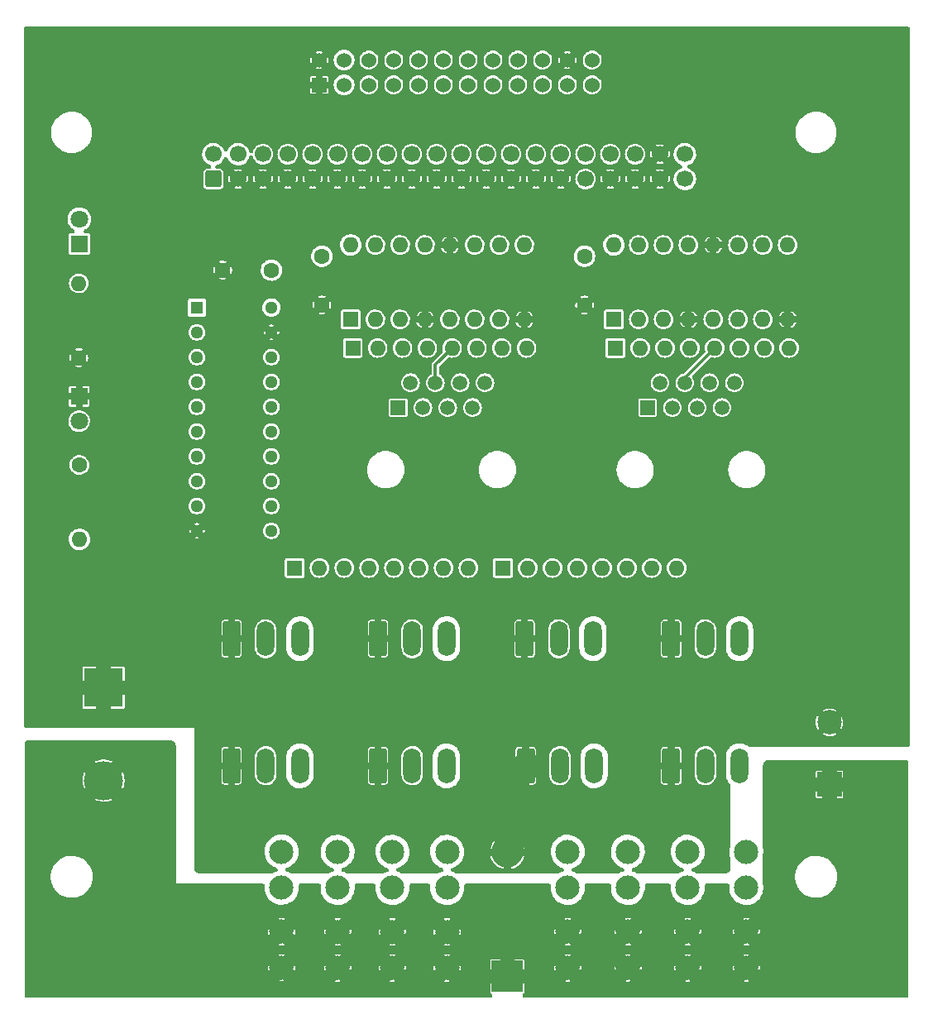
<source format=gbr>
%TF.GenerationSoftware,KiCad,Pcbnew,(6.0.7)*%
%TF.CreationDate,2022-08-24T09:57:57-04:00*%
%TF.ProjectId,Multi_Expansion,4d756c74-695f-4457-9870-616e73696f6e,v3*%
%TF.SameCoordinates,Original*%
%TF.FileFunction,Copper,L2,Bot*%
%TF.FilePolarity,Positive*%
%FSLAX46Y46*%
G04 Gerber Fmt 4.6, Leading zero omitted, Abs format (unit mm)*
G04 Created by KiCad (PCBNEW (6.0.7)) date 2022-08-24 09:57:57*
%MOMM*%
%LPD*%
G01*
G04 APERTURE LIST*
G04 Aperture macros list*
%AMRoundRect*
0 Rectangle with rounded corners*
0 $1 Rounding radius*
0 $2 $3 $4 $5 $6 $7 $8 $9 X,Y pos of 4 corners*
0 Add a 4 corners polygon primitive as box body*
4,1,4,$2,$3,$4,$5,$6,$7,$8,$9,$2,$3,0*
0 Add four circle primitives for the rounded corners*
1,1,$1+$1,$2,$3*
1,1,$1+$1,$4,$5*
1,1,$1+$1,$6,$7*
1,1,$1+$1,$8,$9*
0 Add four rect primitives between the rounded corners*
20,1,$1+$1,$2,$3,$4,$5,0*
20,1,$1+$1,$4,$5,$6,$7,0*
20,1,$1+$1,$6,$7,$8,$9,0*
20,1,$1+$1,$8,$9,$2,$3,0*%
G04 Aperture macros list end*
%TA.AperFunction,ComponentPad*%
%ADD10RoundRect,0.250000X-0.650000X-1.550000X0.650000X-1.550000X0.650000X1.550000X-0.650000X1.550000X0*%
%TD*%
%TA.AperFunction,ComponentPad*%
%ADD11O,1.800000X3.600000*%
%TD*%
%TA.AperFunction,ComponentPad*%
%ADD12C,2.475000*%
%TD*%
%TA.AperFunction,ComponentPad*%
%ADD13C,1.600000*%
%TD*%
%TA.AperFunction,ComponentPad*%
%ADD14R,1.600000X1.600000*%
%TD*%
%TA.AperFunction,ComponentPad*%
%ADD15O,1.600000X1.600000*%
%TD*%
%TA.AperFunction,ComponentPad*%
%ADD16R,3.200000X3.200000*%
%TD*%
%TA.AperFunction,ComponentPad*%
%ADD17O,3.200000X3.200000*%
%TD*%
%TA.AperFunction,ComponentPad*%
%ADD18R,1.800000X1.800000*%
%TD*%
%TA.AperFunction,ComponentPad*%
%ADD19C,1.800000*%
%TD*%
%TA.AperFunction,ComponentPad*%
%ADD20R,1.295400X1.295400*%
%TD*%
%TA.AperFunction,ComponentPad*%
%ADD21C,1.295400*%
%TD*%
%TA.AperFunction,ComponentPad*%
%ADD22R,4.000000X4.000000*%
%TD*%
%TA.AperFunction,ComponentPad*%
%ADD23C,4.000000*%
%TD*%
%TA.AperFunction,ComponentPad*%
%ADD24R,1.500000X1.500000*%
%TD*%
%TA.AperFunction,ComponentPad*%
%ADD25C,1.500000*%
%TD*%
%TA.AperFunction,ComponentPad*%
%ADD26R,2.500000X2.500000*%
%TD*%
%TA.AperFunction,ComponentPad*%
%ADD27C,2.500000*%
%TD*%
%TA.AperFunction,ComponentPad*%
%ADD28RoundRect,0.250000X0.600000X-0.600000X0.600000X0.600000X-0.600000X0.600000X-0.600000X-0.600000X0*%
%TD*%
%TA.AperFunction,ComponentPad*%
%ADD29C,1.700000*%
%TD*%
%TA.AperFunction,ComponentPad*%
%ADD30R,1.530000X1.530000*%
%TD*%
%TA.AperFunction,ComponentPad*%
%ADD31C,1.530000*%
%TD*%
%TA.AperFunction,ViaPad*%
%ADD32C,0.800000*%
%TD*%
%TA.AperFunction,Conductor*%
%ADD33C,3.000000*%
%TD*%
%TA.AperFunction,Conductor*%
%ADD34C,0.350000*%
%TD*%
G04 APERTURE END LIST*
D10*
%TO.P,J2,1,Pin_1*%
%TO.N,GND*%
X-112017200Y3500D03*
D11*
%TO.P,J2,2,Pin_2*%
%TO.N,/Output 1-8/DOUT2*%
X-108517200Y3500D03*
%TO.P,J2,3,Pin_3*%
%TO.N,/Output 1-8/VOUT2*%
X-105017200Y3500D03*
%TD*%
D10*
%TO.P,J5,1,Pin_1*%
%TO.N,GND*%
X-82017200Y13003500D03*
D11*
%TO.P,J5,2,Pin_2*%
%TO.N,/Output 1-8/DOUT5*%
X-78517200Y13003500D03*
%TO.P,J5,3,Pin_3*%
%TO.N,/Output 1-8/VOUT5*%
X-75017200Y13003500D03*
%TD*%
D10*
%TO.P,J6,1,Pin_1*%
%TO.N,GND*%
X-81902858Y3500D03*
D11*
%TO.P,J6,2,Pin_2*%
%TO.N,/Output 1-8/DOUT6*%
X-78402858Y3500D03*
%TO.P,J6,3,Pin_3*%
%TO.N,/Output 1-8/VOUT6*%
X-74902858Y3500D03*
%TD*%
D10*
%TO.P,J7,1,Pin_1*%
%TO.N,GND*%
X-67017200Y13003500D03*
D11*
%TO.P,J7,2,Pin_2*%
%TO.N,/Output 1-8/DOUT7*%
X-63517200Y13003500D03*
%TO.P,J7,3,Pin_3*%
%TO.N,/Output 1-8/VOUT7*%
X-60017200Y13003500D03*
%TD*%
D10*
%TO.P,J8,1,Pin_1*%
%TO.N,GND*%
X-67017200Y3500D03*
D11*
%TO.P,J8,2,Pin_2*%
%TO.N,/Output 1-8/DOUT8*%
X-63517200Y3500D03*
%TO.P,J8,3,Pin_3*%
%TO.N,/Output 1-8/VOUT8*%
X-60017200Y3500D03*
%TD*%
D12*
%TO.P,F1,1_1,1*%
%TO.N,VIN1*%
X-106894600Y-20685100D03*
%TO.P,F1,1_2,1*%
X-106894600Y-16985100D03*
%TO.P,F1,2_1,2*%
%TO.N,/Output 1-8/VOUT1*%
X-106894600Y-12485100D03*
%TO.P,F1,2_2,2*%
X-106894600Y-8785100D03*
%TD*%
%TO.P,F7,1_1,1*%
%TO.N,VIN1*%
X-65324600Y-20695100D03*
%TO.P,F7,1_2,1*%
X-65324600Y-16995100D03*
%TO.P,F7,2_1,2*%
%TO.N,/Output 1-8/VOUT7*%
X-65324600Y-12495100D03*
%TO.P,F7,2_2,2*%
X-65324600Y-8795100D03*
%TD*%
D13*
%TO.P,C3,1*%
%TO.N,+5V*%
X-107916200Y50735700D03*
%TO.P,C3,2*%
%TO.N,GND*%
X-112916200Y50735700D03*
%TD*%
D12*
%TO.P,F2,1_1,1*%
%TO.N,VIN1*%
X-101149600Y-20700100D03*
%TO.P,F2,1_2,1*%
X-101149600Y-17000100D03*
%TO.P,F2,2_1,2*%
%TO.N,/Output 1-8/VOUT2*%
X-101149600Y-12500100D03*
%TO.P,F2,2_2,2*%
X-101149600Y-8800100D03*
%TD*%
%TO.P,F6,1_1,1*%
%TO.N,VIN1*%
X-71444600Y-20695100D03*
%TO.P,F6,1_2,1*%
X-71444600Y-16995100D03*
%TO.P,F6,2_1,2*%
%TO.N,/Output 1-8/VOUT6*%
X-71444600Y-12495100D03*
%TO.P,F6,2_2,2*%
X-71444600Y-8795100D03*
%TD*%
%TO.P,F8,1_1,1*%
%TO.N,VIN1*%
X-59324100Y-20695100D03*
%TO.P,F8,1_2,1*%
X-59324100Y-16995100D03*
%TO.P,F8,2_1,2*%
%TO.N,/Output 1-8/VOUT8*%
X-59324100Y-12495100D03*
%TO.P,F8,2_2,2*%
X-59324100Y-8795100D03*
%TD*%
%TO.P,F5,1_1,1*%
%TO.N,VIN1*%
X-77604600Y-20695100D03*
%TO.P,F5,1_2,1*%
X-77604600Y-16995100D03*
%TO.P,F5,2_1,2*%
%TO.N,/Output 1-8/VOUT5*%
X-77604600Y-12495100D03*
%TO.P,F5,2_2,2*%
X-77604600Y-8795100D03*
%TD*%
%TO.P,F3,1_1,1*%
%TO.N,VIN1*%
X-95549600Y-20700100D03*
%TO.P,F3,1_2,1*%
X-95549600Y-17000100D03*
%TO.P,F3,2_1,2*%
%TO.N,/Output 1-8/VOUT3*%
X-95549600Y-12500100D03*
%TO.P,F3,2_2,2*%
X-95549600Y-8800100D03*
%TD*%
D14*
%TO.P,RN1,1,R1.1*%
%TO.N,/Output 1-8/DOUT1*%
X-105555700Y20235700D03*
D15*
%TO.P,RN1,2,R1.2*%
%TO.N,Net-(RN1-Pad2)*%
X-103015700Y20235700D03*
%TO.P,RN1,3,R2.1*%
%TO.N,/Output 1-8/DOUT2*%
X-100475700Y20235700D03*
%TO.P,RN1,4,R2.2*%
%TO.N,Net-(RN1-Pad4)*%
X-97935700Y20235700D03*
%TO.P,RN1,5,R3.1*%
%TO.N,/Output 1-8/DOUT3*%
X-95395700Y20235700D03*
%TO.P,RN1,6,R3.2*%
%TO.N,Net-(RN1-Pad6)*%
X-92855700Y20235700D03*
%TO.P,RN1,7,R4.1*%
%TO.N,/Output 1-8/DOUT4*%
X-90315700Y20235700D03*
%TO.P,RN1,8,R4.2*%
%TO.N,Net-(RN1-Pad8)*%
X-87775700Y20235700D03*
%TD*%
D12*
%TO.P,F4,1_1,1*%
%TO.N,VIN1*%
X-89949600Y-20700100D03*
%TO.P,F4,1_2,1*%
X-89949600Y-17000100D03*
%TO.P,F4,2_1,2*%
%TO.N,/Output 1-8/VOUT4*%
X-89949600Y-12500100D03*
%TO.P,F4,2_2,2*%
X-89949600Y-8800100D03*
%TD*%
D10*
%TO.P,J1,1,Pin_1*%
%TO.N,GND*%
X-112017200Y13003500D03*
D11*
%TO.P,J1,2,Pin_2*%
%TO.N,/Output 1-8/DOUT1*%
X-108517200Y13003500D03*
%TO.P,J1,3,Pin_3*%
%TO.N,/Output 1-8/VOUT1*%
X-105017200Y13003500D03*
%TD*%
D10*
%TO.P,J3,1,Pin_1*%
%TO.N,GND*%
X-97017200Y13003500D03*
D11*
%TO.P,J3,2,Pin_2*%
%TO.N,/Output 1-8/DOUT3*%
X-93517200Y13003500D03*
%TO.P,J3,3,Pin_3*%
%TO.N,/Output 1-8/VOUT3*%
X-90017200Y13003500D03*
%TD*%
D10*
%TO.P,J4,1,Pin_1*%
%TO.N,GND*%
X-97017200Y3500D03*
D11*
%TO.P,J4,2,Pin_2*%
%TO.N,/Output 1-8/DOUT4*%
X-93517200Y3500D03*
%TO.P,J4,3,Pin_3*%
%TO.N,/Output 1-8/VOUT4*%
X-90017200Y3500D03*
%TD*%
D16*
%TO.P,D1,1,K*%
%TO.N,VIN1*%
X-83784600Y-21565100D03*
D17*
%TO.P,D1,2,A*%
%TO.N,GND*%
X-83784600Y-8865100D03*
%TD*%
D13*
%TO.P,R1,1*%
%TO.N,Net-(D2-Pad2)*%
X-127586200Y30785700D03*
D15*
%TO.P,R1,2*%
%TO.N,VIN1*%
X-127586200Y23165700D03*
%TD*%
D18*
%TO.P,D3,1,K*%
%TO.N,Net-(D3-Pad1)*%
X-127600067Y53421667D03*
D19*
%TO.P,D3,2,A*%
%TO.N,+5V*%
X-127600067Y55961667D03*
%TD*%
D13*
%TO.P,R2,1*%
%TO.N,GND*%
X-127650067Y41761667D03*
D15*
%TO.P,R2,2*%
%TO.N,Net-(D3-Pad1)*%
X-127650067Y49381667D03*
%TD*%
D20*
%TO.P,U3,1,DIR*%
%TO.N,+5V*%
X-115552067Y46895667D03*
D21*
%TO.P,U3,2,A1*%
%TO.N,OUT24*%
X-115552067Y44355667D03*
%TO.P,U3,3,A2*%
%TO.N,OUT23*%
X-115552067Y41815667D03*
%TO.P,U3,4,A3*%
%TO.N,OUT22*%
X-115552067Y39275667D03*
%TO.P,U3,5,A4*%
%TO.N,OUT21*%
X-115552067Y36735667D03*
%TO.P,U3,6,A5*%
%TO.N,OUT20*%
X-115552067Y34195667D03*
%TO.P,U3,7,A6*%
%TO.N,OUT19*%
X-115552067Y31655667D03*
%TO.P,U3,8,A7*%
%TO.N,OUT18*%
X-115552067Y29115667D03*
%TO.P,U3,9,A8*%
%TO.N,OUT17*%
X-115552067Y26575667D03*
%TO.P,U3,10,GND*%
%TO.N,GND*%
X-115552067Y24035667D03*
%TO.P,U3,11,B8*%
%TO.N,Net-(RN1-Pad2)*%
X-107932067Y24035667D03*
%TO.P,U3,12,B7*%
%TO.N,Net-(RN1-Pad4)*%
X-107932067Y26575667D03*
%TO.P,U3,13,B6*%
%TO.N,Net-(RN1-Pad6)*%
X-107932067Y29115667D03*
%TO.P,U3,14,B5*%
%TO.N,Net-(RN1-Pad8)*%
X-107932067Y31655667D03*
%TO.P,U3,15,B4*%
%TO.N,Net-(RN2-Pad1)*%
X-107932067Y34195667D03*
%TO.P,U3,16,B3*%
%TO.N,Net-(RN2-Pad3)*%
X-107932067Y36735667D03*
%TO.P,U3,17,B2*%
%TO.N,Net-(RN2-Pad5)*%
X-107932067Y39275667D03*
%TO.P,U3,18,B1*%
%TO.N,Net-(RN2-Pad7)*%
X-107932067Y41815667D03*
%TO.P,U3,19,\u002AOE*%
%TO.N,GND*%
X-107932067Y44355667D03*
%TO.P,U3,20,VCC*%
%TO.N,+5V*%
X-107932067Y46895667D03*
%TD*%
D14*
%TO.P,RN2,1,R1.1*%
%TO.N,Net-(RN2-Pad1)*%
X-84241200Y20235700D03*
D15*
%TO.P,RN2,2,R1.2*%
%TO.N,/Output 1-8/DOUT5*%
X-81701200Y20235700D03*
%TO.P,RN2,3,R2.1*%
%TO.N,Net-(RN2-Pad3)*%
X-79161200Y20235700D03*
%TO.P,RN2,4,R2.2*%
%TO.N,/Output 1-8/DOUT6*%
X-76621200Y20235700D03*
%TO.P,RN2,5,R3.1*%
%TO.N,Net-(RN2-Pad5)*%
X-74081200Y20235700D03*
%TO.P,RN2,6,R3.2*%
%TO.N,/Output 1-8/DOUT7*%
X-71541200Y20235700D03*
%TO.P,RN2,7,R4.1*%
%TO.N,Net-(RN2-Pad7)*%
X-69001200Y20235700D03*
%TO.P,RN2,8,R4.2*%
%TO.N,/Output 1-8/DOUT8*%
X-66461200Y20235700D03*
%TD*%
D22*
%TO.P,TB1,1,P1*%
%TO.N,GND*%
X-125116200Y7985700D03*
D23*
%TO.P,TB1,2,P2*%
%TO.N,VIN1*%
X-125116200Y-1514300D03*
%TD*%
D18*
%TO.P,D2,1,K*%
%TO.N,GND*%
X-127616200Y37810700D03*
D19*
%TO.P,D2,2,A*%
%TO.N,Net-(D2-Pad2)*%
X-127616200Y35270700D03*
%TD*%
D14*
%TO.P,U1,1,1A*%
%TO.N,OUT25*%
X-99826333Y45685733D03*
D15*
%TO.P,U1,2,1Y*%
%TO.N,/Differential/Serial1_P*%
X-97286333Y45685733D03*
%TO.P,U1,3,1Z*%
%TO.N,/Differential/Serial1_N*%
X-94746333Y45685733D03*
%TO.P,U1,4,G*%
%TO.N,GND*%
X-92206333Y45685733D03*
%TO.P,U1,5,2Z*%
%TO.N,/Differential/Serial3_N*%
X-89666333Y45685733D03*
%TO.P,U1,6,2Y*%
%TO.N,/Differential/Serial3_P*%
X-87126333Y45685733D03*
%TO.P,U1,7,2A*%
%TO.N,OUT27*%
X-84586333Y45685733D03*
%TO.P,U1,8,GND*%
%TO.N,GND*%
X-82046333Y45685733D03*
%TO.P,U1,9,3A*%
%TO.N,OUT28*%
X-82046333Y53305733D03*
%TO.P,U1,10,3Y*%
%TO.N,/Differential/Serial4_P*%
X-84586333Y53305733D03*
%TO.P,U1,11,3Z*%
%TO.N,/Differential/Serial4_N*%
X-87126333Y53305733D03*
%TO.P,U1,12,~{G}*%
%TO.N,GND*%
X-89666333Y53305733D03*
%TO.P,U1,13,4Z*%
%TO.N,/Differential/Serial2_N*%
X-92206333Y53305733D03*
%TO.P,U1,14,4Y*%
%TO.N,/Differential/Serial2_P*%
X-94746333Y53305733D03*
%TO.P,U1,15,4A*%
%TO.N,OUT26*%
X-97286333Y53305733D03*
%TO.P,U1,16,VCC*%
%TO.N,+5V*%
X-99826333Y53305733D03*
%TD*%
D13*
%TO.P,C2,1*%
%TO.N,+5V*%
X-102766200Y52160700D03*
%TO.P,C2,2*%
%TO.N,GND*%
X-102766200Y47160700D03*
%TD*%
%TO.P,C1,1*%
%TO.N,+5V*%
X-75891200Y52160700D03*
%TO.P,C1,2*%
%TO.N,GND*%
X-75891200Y47160700D03*
%TD*%
D14*
%TO.P,U2,1,1A*%
%TO.N,OUT29*%
X-72878200Y45685733D03*
D15*
%TO.P,U2,2,1Y*%
%TO.N,/Differential/Serial5_P*%
X-70338200Y45685733D03*
%TO.P,U2,3,1Z*%
%TO.N,/Differential/Serial5_N*%
X-67798200Y45685733D03*
%TO.P,U2,4,G*%
%TO.N,GND*%
X-65258200Y45685733D03*
%TO.P,U2,5,2Z*%
%TO.N,/Differential/Serial7_N*%
X-62718200Y45685733D03*
%TO.P,U2,6,2Y*%
%TO.N,/Differential/Serial7_P*%
X-60178200Y45685733D03*
%TO.P,U2,7,2A*%
%TO.N,OUT31*%
X-57638200Y45685733D03*
%TO.P,U2,8,GND*%
%TO.N,GND*%
X-55098200Y45685733D03*
%TO.P,U2,9,3A*%
%TO.N,OUT32*%
X-55098200Y53305733D03*
%TO.P,U2,10,3Y*%
%TO.N,/Differential/Serial8_P*%
X-57638200Y53305733D03*
%TO.P,U2,11,3Z*%
%TO.N,/Differential/Serial8_N*%
X-60178200Y53305733D03*
%TO.P,U2,12,~{G}*%
%TO.N,GND*%
X-62718200Y53305733D03*
%TO.P,U2,13,4Z*%
%TO.N,/Differential/Serial6_N*%
X-65258200Y53305733D03*
%TO.P,U2,14,4Y*%
%TO.N,/Differential/Serial6_P*%
X-67798200Y53305733D03*
%TO.P,U2,15,4A*%
%TO.N,OUT30*%
X-70338200Y53305733D03*
%TO.P,U2,16,VCC*%
%TO.N,+5V*%
X-72878200Y53305733D03*
%TD*%
D14*
%TO.P,RN3,1,R1.1*%
%TO.N,/Differential/Serial1_P*%
X-99601333Y42760733D03*
D15*
%TO.P,RN3,2,R1.2*%
%TO.N,/Differential/Serial1_N*%
X-97061333Y42760733D03*
%TO.P,RN3,3,R2.1*%
%TO.N,/Differential/Serial2_P*%
X-94521333Y42760733D03*
%TO.P,RN3,4,R2.2*%
%TO.N,/Differential/Serial2_N*%
X-91981333Y42760733D03*
%TO.P,RN3,5,R3.1*%
%TO.N,/Differential/Serial3_N*%
X-89441333Y42760733D03*
%TO.P,RN3,6,R3.2*%
%TO.N,/Differential/Serial3_P*%
X-86901333Y42760733D03*
%TO.P,RN3,7,R4.1*%
%TO.N,/Differential/Serial4_N*%
X-84361333Y42760733D03*
%TO.P,RN3,8,R4.2*%
%TO.N,/Differential/Serial4_P*%
X-81821333Y42760733D03*
%TD*%
D14*
%TO.P,RN4,1,R1.1*%
%TO.N,/Differential/Serial5_P*%
X-72726333Y42760733D03*
D15*
%TO.P,RN4,2,R1.2*%
%TO.N,/Differential/Serial5_N*%
X-70186333Y42760733D03*
%TO.P,RN4,3,R2.1*%
%TO.N,/Differential/Serial6_P*%
X-67646333Y42760733D03*
%TO.P,RN4,4,R2.2*%
%TO.N,/Differential/Serial6_N*%
X-65106333Y42760733D03*
%TO.P,RN4,5,R3.1*%
%TO.N,/Differential/Serial7_N*%
X-62566333Y42760733D03*
%TO.P,RN4,6,R3.2*%
%TO.N,/Differential/Serial7_P*%
X-60026333Y42760733D03*
%TO.P,RN4,7,R4.1*%
%TO.N,/Differential/Serial8_N*%
X-57486333Y42760733D03*
%TO.P,RN4,8,R4.2*%
%TO.N,/Differential/Serial8_P*%
X-54946333Y42760733D03*
%TD*%
D24*
%TO.P,J11,1*%
%TO.N,/Differential/Serial5_P*%
X-69428200Y36660733D03*
D25*
%TO.P,J11,2*%
%TO.N,/Differential/Serial5_N*%
X-68158200Y39200733D03*
%TO.P,J11,3*%
%TO.N,/Differential/Serial6_P*%
X-66888200Y36660733D03*
%TO.P,J11,4*%
%TO.N,/Differential/Serial7_N*%
X-65618200Y39200733D03*
%TO.P,J11,5*%
%TO.N,/Differential/Serial7_P*%
X-64348200Y36660733D03*
%TO.P,J11,6*%
%TO.N,/Differential/Serial6_N*%
X-63078200Y39200733D03*
%TO.P,J11,7*%
%TO.N,/Differential/Serial8_P*%
X-61808200Y36660733D03*
%TO.P,J11,8*%
%TO.N,/Differential/Serial8_N*%
X-60538200Y39200733D03*
%TD*%
D24*
%TO.P,J10,1*%
%TO.N,/Differential/Serial1_P*%
X-94958833Y36660733D03*
D25*
%TO.P,J10,2*%
%TO.N,/Differential/Serial1_N*%
X-93688833Y39200733D03*
%TO.P,J10,3*%
%TO.N,/Differential/Serial2_P*%
X-92418833Y36660733D03*
%TO.P,J10,4*%
%TO.N,/Differential/Serial3_N*%
X-91148833Y39200733D03*
%TO.P,J10,5*%
%TO.N,/Differential/Serial3_P*%
X-89878833Y36660733D03*
%TO.P,J10,6*%
%TO.N,/Differential/Serial2_N*%
X-88608833Y39200733D03*
%TO.P,J10,7*%
%TO.N,/Differential/Serial4_P*%
X-87338833Y36660733D03*
%TO.P,J10,8*%
%TO.N,/Differential/Serial4_N*%
X-86068833Y39200733D03*
%TD*%
D26*
%TO.P,J9,1,Pin_1*%
%TO.N,VIN1*%
X-50816200Y-1914300D03*
D27*
%TO.P,J9,2,Pin_2*%
%TO.N,GND*%
X-50816200Y4435700D03*
%TD*%
D28*
%TO.P,J12,1,Pin_1*%
%TO.N,unconnected-(J12-Pad1)*%
X-113876200Y60058200D03*
D29*
%TO.P,J12,2,Pin_2*%
%TO.N,+5V*%
X-113876200Y62598200D03*
%TO.P,J12,3,Pin_3*%
%TO.N,GND*%
X-111336200Y60058200D03*
%TO.P,J12,4,Pin_4*%
%TO.N,+5V*%
X-111336200Y62598200D03*
%TO.P,J12,5,Pin_5*%
%TO.N,GND*%
X-108796200Y60058200D03*
%TO.P,J12,6,Pin_6*%
%TO.N,OUT17*%
X-108796200Y62598200D03*
%TO.P,J12,7,Pin_7*%
%TO.N,GND*%
X-106256200Y60058200D03*
%TO.P,J12,8,Pin_8*%
%TO.N,OUT18*%
X-106256200Y62598200D03*
%TO.P,J12,9,Pin_9*%
%TO.N,GND*%
X-103716200Y60058200D03*
%TO.P,J12,10,Pin_10*%
%TO.N,OUT19*%
X-103716200Y62598200D03*
%TO.P,J12,11,Pin_11*%
%TO.N,GND*%
X-101176200Y60058200D03*
%TO.P,J12,12,Pin_12*%
%TO.N,OUT20*%
X-101176200Y62598200D03*
%TO.P,J12,13,Pin_13*%
%TO.N,GND*%
X-98636200Y60058200D03*
%TO.P,J12,14,Pin_14*%
%TO.N,OUT21*%
X-98636200Y62598200D03*
%TO.P,J12,15,Pin_15*%
%TO.N,GND*%
X-96096200Y60058200D03*
%TO.P,J12,16,Pin_16*%
%TO.N,OUT22*%
X-96096200Y62598200D03*
%TO.P,J12,17,Pin_17*%
%TO.N,GND*%
X-93556200Y60058200D03*
%TO.P,J12,18,Pin_18*%
%TO.N,OUT23*%
X-93556200Y62598200D03*
%TO.P,J12,19,Pin_19*%
%TO.N,GND*%
X-91016200Y60058200D03*
%TO.P,J12,20,Pin_20*%
%TO.N,OUT24*%
X-91016200Y62598200D03*
%TO.P,J12,21,Pin_21*%
%TO.N,GND*%
X-88476200Y60058200D03*
%TO.P,J12,22,Pin_22*%
%TO.N,OUT25*%
X-88476200Y62598200D03*
%TO.P,J12,23,Pin_23*%
%TO.N,GND*%
X-85936200Y60058200D03*
%TO.P,J12,24,Pin_24*%
%TO.N,OUT26*%
X-85936200Y62598200D03*
%TO.P,J12,25,Pin_25*%
%TO.N,GND*%
X-83396200Y60058200D03*
%TO.P,J12,26,Pin_26*%
%TO.N,OUT27*%
X-83396200Y62598200D03*
%TO.P,J12,27,Pin_27*%
%TO.N,GND*%
X-80856200Y60058200D03*
%TO.P,J12,28,Pin_28*%
%TO.N,OUT28*%
X-80856200Y62598200D03*
%TO.P,J12,29,Pin_29*%
%TO.N,GND*%
X-78316200Y60058200D03*
%TO.P,J12,30,Pin_30*%
%TO.N,unconnected-(J12-Pad30)*%
X-78316200Y62598200D03*
%TO.P,J12,31,Pin_31*%
%TO.N,OUT29*%
X-75776200Y60058200D03*
%TO.P,J12,32,Pin_32*%
%TO.N,OUT30*%
X-75776200Y62598200D03*
%TO.P,J12,33,Pin_33*%
%TO.N,GND*%
X-73236200Y60058200D03*
%TO.P,J12,34,Pin_34*%
%TO.N,OUT31*%
X-73236200Y62598200D03*
%TO.P,J12,35,Pin_35*%
%TO.N,GND*%
X-70696200Y60058200D03*
%TO.P,J12,36,Pin_36*%
%TO.N,OUT32*%
X-70696200Y62598200D03*
%TO.P,J12,37,Pin_37*%
%TO.N,GND*%
X-68156200Y60058200D03*
%TO.P,J12,38,Pin_38*%
X-68156200Y62598200D03*
%TO.P,J12,39,Pin_39*%
%TO.N,+5V*%
X-65616200Y60058200D03*
%TO.P,J12,40,Pin_40*%
X-65616200Y62598200D03*
%TD*%
D30*
%TO.P,J13,1,Pin_1*%
%TO.N,GND*%
X-103036200Y69690700D03*
D31*
%TO.P,J13,2,Pin_2*%
X-103036200Y72230700D03*
%TO.P,J13,3,Pin_3*%
%TO.N,+5V*%
X-100496200Y69690700D03*
%TO.P,J13,4,Pin_4*%
X-100496200Y72230700D03*
%TO.P,J13,5,Pin_5*%
%TO.N,OUT17*%
X-97956200Y69690700D03*
%TO.P,J13,6,Pin_6*%
%TO.N,OUT18*%
X-97956200Y72230700D03*
%TO.P,J13,7,Pin_7*%
%TO.N,OUT19*%
X-95416200Y69690700D03*
%TO.P,J13,8,Pin_8*%
%TO.N,OUT20*%
X-95416200Y72230700D03*
%TO.P,J13,9,Pin_9*%
%TO.N,OUT21*%
X-92876200Y69690700D03*
%TO.P,J13,10,Pin_10*%
%TO.N,OUT22*%
X-92876200Y72230700D03*
%TO.P,J13,11,Pin_11*%
%TO.N,OUT23*%
X-90336200Y69690700D03*
%TO.P,J13,12,Pin_12*%
%TO.N,OUT24*%
X-90336200Y72230700D03*
%TO.P,J13,13,Pin_13*%
%TO.N,OUT25*%
X-87796200Y69690700D03*
%TO.P,J13,14,Pin_14*%
%TO.N,OUT26*%
X-87796200Y72230700D03*
%TO.P,J13,15,Pin_15*%
%TO.N,OUT27*%
X-85256200Y69690700D03*
%TO.P,J13,16,Pin_16*%
%TO.N,OUT28*%
X-85256200Y72230700D03*
%TO.P,J13,17,Pin_17*%
%TO.N,OUT29*%
X-82716200Y69690700D03*
%TO.P,J13,18,Pin_18*%
%TO.N,OUT30*%
X-82716200Y72230700D03*
%TO.P,J13,19,Pin_19*%
%TO.N,OUT31*%
X-80176200Y69690700D03*
%TO.P,J13,20,Pin_20*%
%TO.N,OUT32*%
X-80176200Y72230700D03*
%TO.P,J13,21,Pin_21*%
%TO.N,unconnected-(J13-Pad21)*%
X-77636200Y69690700D03*
%TO.P,J13,22,Pin_22*%
%TO.N,GND*%
X-77636200Y72230700D03*
%TO.P,J13,23,Pin_23*%
%TO.N,unconnected-(J13-Pad23)*%
X-75096200Y69690700D03*
%TO.P,J13,24,Pin_24*%
%TO.N,unconnected-(J13-Pad24)*%
X-75096200Y72230700D03*
%TD*%
D32*
%TO.N,GND*%
X-78526200Y52155700D03*
X-107746200Y21245700D03*
X-83926200Y51345700D03*
X-55996200Y14541700D03*
X-121206200Y64775700D03*
X-71696200Y36565700D03*
X-104576200Y52535700D03*
X-43516200Y2985700D03*
X-44216200Y34685700D03*
X-77840200Y-3746300D03*
X-116216200Y9685700D03*
X-121532067Y56535667D03*
X-104436200Y42365700D03*
X-111026200Y57415700D03*
X-44216200Y26685700D03*
X-53716200Y40225700D03*
X-113546200Y25345700D03*
X-112876200Y20005700D03*
X-63156200Y62025700D03*
X-117216200Y74685700D03*
X-84356200Y26135700D03*
X-113116200Y67935700D03*
X-58966200Y3435700D03*
X-120206200Y60815700D03*
X-52896200Y58495700D03*
X-101566200Y18260700D03*
X-48376200Y11239700D03*
X-92826200Y-9588300D03*
X-65486200Y51415700D03*
X-124216200Y74685700D03*
X-118216200Y5685700D03*
X-55216200Y9685700D03*
X-88762200Y3111700D03*
X-97416200Y18185700D03*
X-113276200Y64785700D03*
X-109596200Y35315700D03*
X-75106200Y36295700D03*
X-73866200Y15835700D03*
X-44216200Y48685700D03*
X-49936200Y53435700D03*
X-131516200Y24885700D03*
X-106296200Y44625700D03*
X-44216200Y54685700D03*
X-125272067Y58145667D03*
X-76816200Y18185700D03*
X-67636200Y67225700D03*
X-81276200Y51505700D03*
X-57216200Y74685700D03*
X-131332067Y55435667D03*
X-58790200Y16065700D03*
X-81436200Y32175700D03*
X-131216200Y46685700D03*
X-50316700Y39234882D03*
X-110986200Y71625700D03*
X-61396200Y47445700D03*
X-108886200Y56975700D03*
X-109316200Y67745700D03*
X-49856200Y47705700D03*
X-67796200Y32515700D03*
X-74196200Y26165700D03*
X-54896200Y55325700D03*
X-97426200Y36045700D03*
X-67216200Y26685700D03*
X-95876200Y26395700D03*
X-74566200Y55365700D03*
X-72091200Y18160700D03*
X-118356200Y19315700D03*
X-59526200Y36105700D03*
X-54931092Y33147397D03*
X-109746200Y23295700D03*
X-102466200Y9635700D03*
X-68706200Y74545700D03*
X-91841200Y18185700D03*
X-82482200Y36990700D03*
X-118716200Y23325700D03*
X-108320200Y-6032300D03*
X-104256200Y3619700D03*
X-117216200Y7685700D03*
X-58790200Y7683700D03*
X-61936200Y32405700D03*
X-72826200Y72505700D03*
X-87606200Y32175700D03*
X-44216200Y41685700D03*
X-132116200Y4785700D03*
X-63546200Y67415700D03*
X-57576200Y19275700D03*
X-98656200Y55555700D03*
X-48900067Y58511667D03*
X-55166200Y51355700D03*
X-84556200Y35945700D03*
X-44732067Y68035667D03*
X-57396200Y57605700D03*
X-61416200Y18585700D03*
X-92136200Y51355700D03*
X-108806200Y74985700D03*
X-88346200Y47425700D03*
X-101576200Y22185700D03*
X-104816200Y25305700D03*
X-109616200Y9985700D03*
X-81046200Y57465700D03*
X-53216200Y27685700D03*
X-79456200Y43395700D03*
X-99156200Y32385700D03*
X-99886200Y51215700D03*
X-113546200Y35025700D03*
X-87746200Y14795700D03*
X-125026200Y61435700D03*
X-44216200Y19685700D03*
X-74284200Y3365700D03*
X-58206200Y61915700D03*
X-75456200Y32425700D03*
X-109316200Y65085700D03*
X-65976200Y57415700D03*
X-106516200Y18210700D03*
X-131216200Y70685700D03*
X-106096200Y27625700D03*
X-85741200Y18110700D03*
X-93346200Y32345700D03*
X-116066200Y60525700D03*
X-125842067Y51665667D03*
X-72466200Y9635700D03*
X-102666200Y15185700D03*
X-46216200Y74685700D03*
X-44216200Y9685700D03*
X-65341200Y18185700D03*
X-121632067Y30235667D03*
X-113642067Y44095667D03*
X-123532067Y21375667D03*
X-107036200Y56285700D03*
X-131216200Y36685700D03*
X-101296200Y55575700D03*
X-103546200Y35395700D03*
X-44216200Y61685700D03*
X-64134333Y21440733D03*
X-59216200Y26685700D03*
%TD*%
D33*
%TO.N,GND*%
X-81902858Y3500D02*
X-83674600Y-1768242D01*
X-83674600Y-1768242D02*
X-83674600Y-8755100D01*
X-83674600Y-8755100D02*
X-83784600Y-8865100D01*
D34*
%TO.N,/Differential/Serial3_N*%
X-91148833Y41053233D02*
X-89441333Y42760733D01*
X-91148833Y39200733D02*
X-91148833Y41053233D01*
%TO.N,/Differential/Serial7_N*%
X-62566333Y42760733D02*
X-65618200Y39708866D01*
X-65618200Y39708866D02*
X-65618200Y39200733D01*
%TD*%
%TA.AperFunction,Conductor*%
%TO.N,GND*%
G36*
X-42729357Y75683293D02*
G01*
X-42660116Y75628074D01*
X-42621689Y75548282D01*
X-42616700Y75504000D01*
X-42616700Y2108887D01*
X-42636407Y2022544D01*
X-42691626Y1953303D01*
X-42739542Y1925037D01*
X-42768522Y1913033D01*
X-42818686Y1899591D01*
X-42911279Y1887401D01*
X-42937240Y1885700D01*
X-58933397Y1885700D01*
X-59019740Y1905407D01*
X-59073635Y1944609D01*
X-59073713Y1944521D01*
X-59074637Y1945338D01*
X-59077386Y1947338D01*
X-59080030Y1950110D01*
X-59080034Y1950114D01*
X-59085845Y1956205D01*
X-59110360Y1974445D01*
X-59269765Y2093046D01*
X-59269768Y2093048D01*
X-59276530Y2098079D01*
X-59488393Y2205795D01*
X-59715376Y2276275D01*
X-59950989Y2307504D01*
X-59959406Y2307188D01*
X-59959407Y2307188D01*
X-59980474Y2306397D01*
X-60188495Y2298587D01*
X-60421104Y2249781D01*
X-60526153Y2208295D01*
X-60634322Y2165577D01*
X-60634326Y2165575D01*
X-60642163Y2162480D01*
X-60649367Y2158108D01*
X-60649372Y2158106D01*
X-60838139Y2043559D01*
X-60838142Y2043556D01*
X-60845353Y2039181D01*
X-60851727Y2033650D01*
X-61001229Y1903919D01*
X-61024864Y1883410D01*
X-61175562Y1699620D01*
X-61179726Y1692304D01*
X-61179730Y1692299D01*
X-61196308Y1663175D01*
X-61293139Y1493067D01*
X-61296013Y1485149D01*
X-61296014Y1485147D01*
X-61340635Y1362218D01*
X-61374234Y1269656D01*
X-61416526Y1035775D01*
X-61417700Y1010881D01*
X-61417700Y-956180D01*
X-61402669Y-1133323D01*
X-61342960Y-1363374D01*
X-61339500Y-1371055D01*
X-61324094Y-1405254D01*
X-61245343Y-1580076D01*
X-61240642Y-1587059D01*
X-61240639Y-1587064D01*
X-61188109Y-1665088D01*
X-61112609Y-1777232D01*
X-60972070Y-1924554D01*
X-60971210Y-1925456D01*
X-60925871Y-2001534D01*
X-60916200Y-2062816D01*
X-60916200Y-8057271D01*
X-60931682Y-8134227D01*
X-60969859Y-8225269D01*
X-60976908Y-8242078D01*
X-60978726Y-8249235D01*
X-60978726Y-8249236D01*
X-60986199Y-8278661D01*
X-61040495Y-8492453D01*
X-61041234Y-8499790D01*
X-61041234Y-8499791D01*
X-61043297Y-8520283D01*
X-61066376Y-8749477D01*
X-61066022Y-8756849D01*
X-61066022Y-8756852D01*
X-61060046Y-8881269D01*
X-61053982Y-9007503D01*
X-61003585Y-9260863D01*
X-60974804Y-9341025D01*
X-60927906Y-9471648D01*
X-60916200Y-9538893D01*
X-60916200Y-10493260D01*
X-60917901Y-10519221D01*
X-60930091Y-10611814D01*
X-60943535Y-10661983D01*
X-60974232Y-10736093D01*
X-61000205Y-10781081D01*
X-61049044Y-10844729D01*
X-61085771Y-10881456D01*
X-61149419Y-10930295D01*
X-61194406Y-10956267D01*
X-61255857Y-10981721D01*
X-61268517Y-10986965D01*
X-61318686Y-11000409D01*
X-61411279Y-11012599D01*
X-61437240Y-11014300D01*
X-64351352Y-11014300D01*
X-64437695Y-10994593D01*
X-64440009Y-10993357D01*
X-64440025Y-10993390D01*
X-64665081Y-10882404D01*
X-64665082Y-10882404D01*
X-64671708Y-10879136D01*
X-64807612Y-10835633D01*
X-64883836Y-10790541D01*
X-64932948Y-10716842D01*
X-64945219Y-10629133D01*
X-64918219Y-10544786D01*
X-64857296Y-10480506D01*
X-64797609Y-10453664D01*
X-64764319Y-10444900D01*
X-64764314Y-10444898D01*
X-64757176Y-10443019D01*
X-64519831Y-10341047D01*
X-64513553Y-10337162D01*
X-64513549Y-10337160D01*
X-64306447Y-10209002D01*
X-64306441Y-10208998D01*
X-64300165Y-10205114D01*
X-64288352Y-10195114D01*
X-64108641Y-10042977D01*
X-64103004Y-10038205D01*
X-63932680Y-9843987D01*
X-63792933Y-9626727D01*
X-63706139Y-9434052D01*
X-63689865Y-9397925D01*
X-63689864Y-9397922D01*
X-63686835Y-9391198D01*
X-63616716Y-9142573D01*
X-63584116Y-8886315D01*
X-63581727Y-8795100D01*
X-63585860Y-8739477D01*
X-63600324Y-8544850D01*
X-63600871Y-8537487D01*
X-63606916Y-8510770D01*
X-63656254Y-8292727D01*
X-63656255Y-8292725D01*
X-63657882Y-8285533D01*
X-63661770Y-8275533D01*
X-63748832Y-8051655D01*
X-63748833Y-8051654D01*
X-63751508Y-8044774D01*
X-63757223Y-8034774D01*
X-63876024Y-7826917D01*
X-63876025Y-7826915D01*
X-63879693Y-7820498D01*
X-64039619Y-7617632D01*
X-64044989Y-7612581D01*
X-64044993Y-7612576D01*
X-64188309Y-7477758D01*
X-64227774Y-7440633D01*
X-64391383Y-7327134D01*
X-64433962Y-7297596D01*
X-64440025Y-7293390D01*
X-64446641Y-7290127D01*
X-64446645Y-7290125D01*
X-64665081Y-7182404D01*
X-64665082Y-7182404D01*
X-64671708Y-7179136D01*
X-64917734Y-7100383D01*
X-64925015Y-7099197D01*
X-64925020Y-7099196D01*
X-65165403Y-7060047D01*
X-65165406Y-7060047D01*
X-65172699Y-7058859D01*
X-65180084Y-7058762D01*
X-65180088Y-7058762D01*
X-65299094Y-7057205D01*
X-65431000Y-7055478D01*
X-65686964Y-7090313D01*
X-65934967Y-7162599D01*
X-66057876Y-7219261D01*
X-66156655Y-7264799D01*
X-66169562Y-7270749D01*
X-66385594Y-7412386D01*
X-66578318Y-7584399D01*
X-66743500Y-7783008D01*
X-66747329Y-7789318D01*
X-66769283Y-7825498D01*
X-66877511Y-8003852D01*
X-66901924Y-8062071D01*
X-66970359Y-8225269D01*
X-66977408Y-8242078D01*
X-66979226Y-8249235D01*
X-66979226Y-8249236D01*
X-66986699Y-8278661D01*
X-67040995Y-8492453D01*
X-67041734Y-8499790D01*
X-67041734Y-8499791D01*
X-67043797Y-8520283D01*
X-67066876Y-8749477D01*
X-67066522Y-8756849D01*
X-67066522Y-8756852D01*
X-67060546Y-8881269D01*
X-67054482Y-9007503D01*
X-67004085Y-9260863D01*
X-66995965Y-9283478D01*
X-66920384Y-9493990D01*
X-66916794Y-9503990D01*
X-66794524Y-9731545D01*
X-66785182Y-9744055D01*
X-66644382Y-9932611D01*
X-66644378Y-9932616D01*
X-66639963Y-9938528D01*
X-66456505Y-10120391D01*
X-66450549Y-10124758D01*
X-66450548Y-10124759D01*
X-66396055Y-10164715D01*
X-66248182Y-10273140D01*
X-66241656Y-10276573D01*
X-66241652Y-10276576D01*
X-66104066Y-10348963D01*
X-66019569Y-10393419D01*
X-65970757Y-10410465D01*
X-65835693Y-10457632D01*
X-65760675Y-10504704D01*
X-65713510Y-10579664D01*
X-65703539Y-10667664D01*
X-65732738Y-10751276D01*
X-65795323Y-10813938D01*
X-65845617Y-10836556D01*
X-65934967Y-10862599D01*
X-65976801Y-10881885D01*
X-66162854Y-10967656D01*
X-66162860Y-10967659D01*
X-66169562Y-10970749D01*
X-66175729Y-10974792D01*
X-66175734Y-10974795D01*
X-66186297Y-10981721D01*
X-66269310Y-11012581D01*
X-66295408Y-11014300D01*
X-70471352Y-11014300D01*
X-70557695Y-10994593D01*
X-70560009Y-10993357D01*
X-70560025Y-10993390D01*
X-70785081Y-10882404D01*
X-70785082Y-10882404D01*
X-70791708Y-10879136D01*
X-70927612Y-10835633D01*
X-71003836Y-10790541D01*
X-71052948Y-10716842D01*
X-71065219Y-10629133D01*
X-71038219Y-10544786D01*
X-70977296Y-10480506D01*
X-70917609Y-10453664D01*
X-70884319Y-10444900D01*
X-70884314Y-10444898D01*
X-70877176Y-10443019D01*
X-70639831Y-10341047D01*
X-70633553Y-10337162D01*
X-70633549Y-10337160D01*
X-70426447Y-10209002D01*
X-70426441Y-10208998D01*
X-70420165Y-10205114D01*
X-70408352Y-10195114D01*
X-70228641Y-10042977D01*
X-70223004Y-10038205D01*
X-70052680Y-9843987D01*
X-69912933Y-9626727D01*
X-69826139Y-9434052D01*
X-69809865Y-9397925D01*
X-69809864Y-9397922D01*
X-69806835Y-9391198D01*
X-69736716Y-9142573D01*
X-69704116Y-8886315D01*
X-69701727Y-8795100D01*
X-69705860Y-8739477D01*
X-69720324Y-8544850D01*
X-69720871Y-8537487D01*
X-69726916Y-8510770D01*
X-69776254Y-8292727D01*
X-69776255Y-8292725D01*
X-69777882Y-8285533D01*
X-69781770Y-8275533D01*
X-69868832Y-8051655D01*
X-69868833Y-8051654D01*
X-69871508Y-8044774D01*
X-69877223Y-8034774D01*
X-69996024Y-7826917D01*
X-69996025Y-7826915D01*
X-69999693Y-7820498D01*
X-70159619Y-7617632D01*
X-70164989Y-7612581D01*
X-70164993Y-7612576D01*
X-70308309Y-7477758D01*
X-70347774Y-7440633D01*
X-70511383Y-7327134D01*
X-70553962Y-7297596D01*
X-70560025Y-7293390D01*
X-70566641Y-7290127D01*
X-70566645Y-7290125D01*
X-70785081Y-7182404D01*
X-70785082Y-7182404D01*
X-70791708Y-7179136D01*
X-71037734Y-7100383D01*
X-71045015Y-7099197D01*
X-71045020Y-7099196D01*
X-71285403Y-7060047D01*
X-71285406Y-7060047D01*
X-71292699Y-7058859D01*
X-71300084Y-7058762D01*
X-71300088Y-7058762D01*
X-71419094Y-7057205D01*
X-71551000Y-7055478D01*
X-71806964Y-7090313D01*
X-72054967Y-7162599D01*
X-72177876Y-7219261D01*
X-72276655Y-7264799D01*
X-72289562Y-7270749D01*
X-72505594Y-7412386D01*
X-72698318Y-7584399D01*
X-72863500Y-7783008D01*
X-72867329Y-7789318D01*
X-72889283Y-7825498D01*
X-72997511Y-8003852D01*
X-73021924Y-8062071D01*
X-73090359Y-8225269D01*
X-73097408Y-8242078D01*
X-73099226Y-8249235D01*
X-73099226Y-8249236D01*
X-73106699Y-8278661D01*
X-73160995Y-8492453D01*
X-73161734Y-8499790D01*
X-73161734Y-8499791D01*
X-73163797Y-8520283D01*
X-73186876Y-8749477D01*
X-73186522Y-8756849D01*
X-73186522Y-8756852D01*
X-73180546Y-8881269D01*
X-73174482Y-9007503D01*
X-73124085Y-9260863D01*
X-73115965Y-9283478D01*
X-73040384Y-9493990D01*
X-73036794Y-9503990D01*
X-72914524Y-9731545D01*
X-72905182Y-9744055D01*
X-72764382Y-9932611D01*
X-72764378Y-9932616D01*
X-72759963Y-9938528D01*
X-72576505Y-10120391D01*
X-72570549Y-10124758D01*
X-72570548Y-10124759D01*
X-72516055Y-10164715D01*
X-72368182Y-10273140D01*
X-72361656Y-10276573D01*
X-72361652Y-10276576D01*
X-72224066Y-10348963D01*
X-72139569Y-10393419D01*
X-72090757Y-10410465D01*
X-71955693Y-10457632D01*
X-71880675Y-10504704D01*
X-71833510Y-10579664D01*
X-71823539Y-10667664D01*
X-71852738Y-10751276D01*
X-71915323Y-10813938D01*
X-71965617Y-10836556D01*
X-72054967Y-10862599D01*
X-72096801Y-10881885D01*
X-72282854Y-10967656D01*
X-72282860Y-10967659D01*
X-72289562Y-10970749D01*
X-72295729Y-10974792D01*
X-72295734Y-10974795D01*
X-72306297Y-10981721D01*
X-72389310Y-11012581D01*
X-72415408Y-11014300D01*
X-76631352Y-11014300D01*
X-76717695Y-10994593D01*
X-76720009Y-10993357D01*
X-76720025Y-10993390D01*
X-76945081Y-10882404D01*
X-76945082Y-10882404D01*
X-76951708Y-10879136D01*
X-77087612Y-10835633D01*
X-77163836Y-10790541D01*
X-77212948Y-10716842D01*
X-77225219Y-10629133D01*
X-77198219Y-10544786D01*
X-77137296Y-10480506D01*
X-77077609Y-10453664D01*
X-77044319Y-10444900D01*
X-77044314Y-10444898D01*
X-77037176Y-10443019D01*
X-76799831Y-10341047D01*
X-76793553Y-10337162D01*
X-76793549Y-10337160D01*
X-76586447Y-10209002D01*
X-76586441Y-10208998D01*
X-76580165Y-10205114D01*
X-76568352Y-10195114D01*
X-76388641Y-10042977D01*
X-76383004Y-10038205D01*
X-76212680Y-9843987D01*
X-76072933Y-9626727D01*
X-75986139Y-9434052D01*
X-75969865Y-9397925D01*
X-75969864Y-9397922D01*
X-75966835Y-9391198D01*
X-75896716Y-9142573D01*
X-75864116Y-8886315D01*
X-75861727Y-8795100D01*
X-75865860Y-8739477D01*
X-75880324Y-8544850D01*
X-75880871Y-8537487D01*
X-75886916Y-8510770D01*
X-75936254Y-8292727D01*
X-75936255Y-8292725D01*
X-75937882Y-8285533D01*
X-75941770Y-8275533D01*
X-76028832Y-8051655D01*
X-76028833Y-8051654D01*
X-76031508Y-8044774D01*
X-76037223Y-8034774D01*
X-76156024Y-7826917D01*
X-76156025Y-7826915D01*
X-76159693Y-7820498D01*
X-76319619Y-7617632D01*
X-76324989Y-7612581D01*
X-76324993Y-7612576D01*
X-76468309Y-7477758D01*
X-76507774Y-7440633D01*
X-76671383Y-7327134D01*
X-76713962Y-7297596D01*
X-76720025Y-7293390D01*
X-76726641Y-7290127D01*
X-76726645Y-7290125D01*
X-76945081Y-7182404D01*
X-76945082Y-7182404D01*
X-76951708Y-7179136D01*
X-77197734Y-7100383D01*
X-77205015Y-7099197D01*
X-77205020Y-7099196D01*
X-77445403Y-7060047D01*
X-77445406Y-7060047D01*
X-77452699Y-7058859D01*
X-77460084Y-7058762D01*
X-77460088Y-7058762D01*
X-77579094Y-7057205D01*
X-77711000Y-7055478D01*
X-77966964Y-7090313D01*
X-78214967Y-7162599D01*
X-78337876Y-7219261D01*
X-78436655Y-7264799D01*
X-78449562Y-7270749D01*
X-78665594Y-7412386D01*
X-78858318Y-7584399D01*
X-79023500Y-7783008D01*
X-79027329Y-7789318D01*
X-79049283Y-7825498D01*
X-79157511Y-8003852D01*
X-79181924Y-8062071D01*
X-79250359Y-8225269D01*
X-79257408Y-8242078D01*
X-79259226Y-8249235D01*
X-79259226Y-8249236D01*
X-79266699Y-8278661D01*
X-79320995Y-8492453D01*
X-79321734Y-8499790D01*
X-79321734Y-8499791D01*
X-79323797Y-8520283D01*
X-79346876Y-8749477D01*
X-79346522Y-8756849D01*
X-79346522Y-8756852D01*
X-79340546Y-8881269D01*
X-79334482Y-9007503D01*
X-79284085Y-9260863D01*
X-79275965Y-9283478D01*
X-79200384Y-9493990D01*
X-79196794Y-9503990D01*
X-79074524Y-9731545D01*
X-79065182Y-9744055D01*
X-78924382Y-9932611D01*
X-78924378Y-9932616D01*
X-78919963Y-9938528D01*
X-78736505Y-10120391D01*
X-78730549Y-10124758D01*
X-78730548Y-10124759D01*
X-78676055Y-10164715D01*
X-78528182Y-10273140D01*
X-78521656Y-10276573D01*
X-78521652Y-10276576D01*
X-78384066Y-10348963D01*
X-78299569Y-10393419D01*
X-78250757Y-10410465D01*
X-78115693Y-10457632D01*
X-78040675Y-10504704D01*
X-77993510Y-10579664D01*
X-77983539Y-10667664D01*
X-78012738Y-10751276D01*
X-78075323Y-10813938D01*
X-78125617Y-10836556D01*
X-78214967Y-10862599D01*
X-78256801Y-10881885D01*
X-78442854Y-10967656D01*
X-78442860Y-10967659D01*
X-78449562Y-10970749D01*
X-78455729Y-10974792D01*
X-78455734Y-10974795D01*
X-78466297Y-10981721D01*
X-78549310Y-11012581D01*
X-78575408Y-11014300D01*
X-88986363Y-11014300D01*
X-89074376Y-10993779D01*
X-89296708Y-10884136D01*
X-89432612Y-10840633D01*
X-89508836Y-10795541D01*
X-89557948Y-10721842D01*
X-89570219Y-10634133D01*
X-89543219Y-10549786D01*
X-89482296Y-10485506D01*
X-89422609Y-10458664D01*
X-89389319Y-10449900D01*
X-89389314Y-10449898D01*
X-89382176Y-10448019D01*
X-89144831Y-10346047D01*
X-89138553Y-10342162D01*
X-89138549Y-10342160D01*
X-88931447Y-10214002D01*
X-88931441Y-10213998D01*
X-88925165Y-10210114D01*
X-88917836Y-10203910D01*
X-88733641Y-10047977D01*
X-88728004Y-10043205D01*
X-88557680Y-9848987D01*
X-88417933Y-9631727D01*
X-88355887Y-9493990D01*
X-88314865Y-9402925D01*
X-88314864Y-9402922D01*
X-88311835Y-9396198D01*
X-88266572Y-9235705D01*
X-85495250Y-9235705D01*
X-85477123Y-9326836D01*
X-85473188Y-9341025D01*
X-85390280Y-9571942D01*
X-85384296Y-9585382D01*
X-85268169Y-9801506D01*
X-85260254Y-9813931D01*
X-85113464Y-10010505D01*
X-85103801Y-10021622D01*
X-84929566Y-10194343D01*
X-84918364Y-10203910D01*
X-84720512Y-10348981D01*
X-84708029Y-10356782D01*
X-84490906Y-10471015D01*
X-84477392Y-10476891D01*
X-84245766Y-10557778D01*
X-84231556Y-10561586D01*
X-84156626Y-10575811D01*
X-84137880Y-10575121D01*
X-84134772Y-10560249D01*
X-83434600Y-10560249D01*
X-83430809Y-10576861D01*
X-83411305Y-10576539D01*
X-83220390Y-10526275D01*
X-83206485Y-10521487D01*
X-82981052Y-10424634D01*
X-82967999Y-10417839D01*
X-82759371Y-10288736D01*
X-82747455Y-10280078D01*
X-82560206Y-10121560D01*
X-82549700Y-10111235D01*
X-82387938Y-9926781D01*
X-82379075Y-9915020D01*
X-82246348Y-9708672D01*
X-82239329Y-9695744D01*
X-82138555Y-9472036D01*
X-82133526Y-9458219D01*
X-82071044Y-9236677D01*
X-82070142Y-9218822D01*
X-82083341Y-9215100D01*
X-83412177Y-9215100D01*
X-83431147Y-9219430D01*
X-83434600Y-9226600D01*
X-83434600Y-10560249D01*
X-84134772Y-10560249D01*
X-84134600Y-10559424D01*
X-84134600Y-9237523D01*
X-84138930Y-9218553D01*
X-84146100Y-9215100D01*
X-85476925Y-9215100D01*
X-85495019Y-9219230D01*
X-85495250Y-9235705D01*
X-88266572Y-9235705D01*
X-88241716Y-9147573D01*
X-88209116Y-8891315D01*
X-88206727Y-8800100D01*
X-88207098Y-8795100D01*
X-88225324Y-8549850D01*
X-88225871Y-8542487D01*
X-88233080Y-8510628D01*
X-85496251Y-8510628D01*
X-85477702Y-8515100D01*
X-84157023Y-8515100D01*
X-84138053Y-8510770D01*
X-84134600Y-8503600D01*
X-84134600Y-8492677D01*
X-83434600Y-8492677D01*
X-83430270Y-8511647D01*
X-83423100Y-8515100D01*
X-82091895Y-8515100D01*
X-82074416Y-8511111D01*
X-82074400Y-8493322D01*
X-82104744Y-8359217D01*
X-82109049Y-8345138D01*
X-82197972Y-8116473D01*
X-82204310Y-8103184D01*
X-82326050Y-7890181D01*
X-82334290Y-7877966D01*
X-82486180Y-7685295D01*
X-82496118Y-7674450D01*
X-82674829Y-7506335D01*
X-82686264Y-7497075D01*
X-82887853Y-7357228D01*
X-82900536Y-7349757D01*
X-83120585Y-7241241D01*
X-83134224Y-7235730D01*
X-83367895Y-7160931D01*
X-83382212Y-7157494D01*
X-83412469Y-7152566D01*
X-83431780Y-7153783D01*
X-83434600Y-7168218D01*
X-83434600Y-8492677D01*
X-84134600Y-8492677D01*
X-84134600Y-7168942D01*
X-84138930Y-7149972D01*
X-84139925Y-7149493D01*
X-84149335Y-7149073D01*
X-84156550Y-7150607D01*
X-84392094Y-7219261D01*
X-84405887Y-7224418D01*
X-84628693Y-7327134D01*
X-84641569Y-7334271D01*
X-84846741Y-7468788D01*
X-84858431Y-7477758D01*
X-85041463Y-7641121D01*
X-85051697Y-7651718D01*
X-85208572Y-7840339D01*
X-85217131Y-7852339D01*
X-85344400Y-8062071D01*
X-85351091Y-8075203D01*
X-85445965Y-8301452D01*
X-85450637Y-8315415D01*
X-85495831Y-8493369D01*
X-85496251Y-8510628D01*
X-88233080Y-8510628D01*
X-88282882Y-8290533D01*
X-88285917Y-8282727D01*
X-88373832Y-8056655D01*
X-88373833Y-8056654D01*
X-88376508Y-8049774D01*
X-88388747Y-8028359D01*
X-88501024Y-7831917D01*
X-88501025Y-7831915D01*
X-88504693Y-7825498D01*
X-88664619Y-7622632D01*
X-88669989Y-7617581D01*
X-88669993Y-7617576D01*
X-88798090Y-7497075D01*
X-88852774Y-7445633D01*
X-89065025Y-7298390D01*
X-89071641Y-7295127D01*
X-89071645Y-7295125D01*
X-89290081Y-7187404D01*
X-89290082Y-7187404D01*
X-89296708Y-7184136D01*
X-89542734Y-7105383D01*
X-89550015Y-7104197D01*
X-89550020Y-7104196D01*
X-89790403Y-7065047D01*
X-89790406Y-7065047D01*
X-89797699Y-7063859D01*
X-89805084Y-7063762D01*
X-89805088Y-7063762D01*
X-89924094Y-7062205D01*
X-90056000Y-7060478D01*
X-90311964Y-7095313D01*
X-90559967Y-7167599D01*
X-90727952Y-7245041D01*
X-90783716Y-7270749D01*
X-90794562Y-7275749D01*
X-91010594Y-7417386D01*
X-91203318Y-7589399D01*
X-91246335Y-7641121D01*
X-91359619Y-7777330D01*
X-91368500Y-7788008D01*
X-91372329Y-7794318D01*
X-91497536Y-8000654D01*
X-91502511Y-8008852D01*
X-91602408Y-8247078D01*
X-91665995Y-8497453D01*
X-91691876Y-8754477D01*
X-91691522Y-8761849D01*
X-91691522Y-8761852D01*
X-91690405Y-8785100D01*
X-91679482Y-9012503D01*
X-91629085Y-9265863D01*
X-91541794Y-9508990D01*
X-91419524Y-9736545D01*
X-91371015Y-9801506D01*
X-91269382Y-9937611D01*
X-91269378Y-9937616D01*
X-91264963Y-9943528D01*
X-91081505Y-10125391D01*
X-91075549Y-10129758D01*
X-91075548Y-10129759D01*
X-90986415Y-10195114D01*
X-90873182Y-10278140D01*
X-90866656Y-10281573D01*
X-90866652Y-10281576D01*
X-90723708Y-10356782D01*
X-90644569Y-10398419D01*
X-90588959Y-10417839D01*
X-90460693Y-10462632D01*
X-90385675Y-10509704D01*
X-90338510Y-10584664D01*
X-90328539Y-10672664D01*
X-90357738Y-10756276D01*
X-90420323Y-10818938D01*
X-90470617Y-10841556D01*
X-90559967Y-10867599D01*
X-90695965Y-10930295D01*
X-90783716Y-10970749D01*
X-90794562Y-10975749D01*
X-90803672Y-10981722D01*
X-90805301Y-10982328D01*
X-90807198Y-10983379D01*
X-90807357Y-10983092D01*
X-90886685Y-11012582D01*
X-90912781Y-11014300D01*
X-94586363Y-11014300D01*
X-94674376Y-10993779D01*
X-94896708Y-10884136D01*
X-95032612Y-10840633D01*
X-95108836Y-10795541D01*
X-95157948Y-10721842D01*
X-95170219Y-10634133D01*
X-95143219Y-10549786D01*
X-95082296Y-10485506D01*
X-95022609Y-10458664D01*
X-94989319Y-10449900D01*
X-94989314Y-10449898D01*
X-94982176Y-10448019D01*
X-94744831Y-10346047D01*
X-94738553Y-10342162D01*
X-94738549Y-10342160D01*
X-94531447Y-10214002D01*
X-94531441Y-10213998D01*
X-94525165Y-10210114D01*
X-94517836Y-10203910D01*
X-94333641Y-10047977D01*
X-94328004Y-10043205D01*
X-94157680Y-9848987D01*
X-94017933Y-9631727D01*
X-93955887Y-9493990D01*
X-93914865Y-9402925D01*
X-93914864Y-9402922D01*
X-93911835Y-9396198D01*
X-93841716Y-9147573D01*
X-93809116Y-8891315D01*
X-93806727Y-8800100D01*
X-93807098Y-8795100D01*
X-93825324Y-8549850D01*
X-93825871Y-8542487D01*
X-93882882Y-8290533D01*
X-93885917Y-8282727D01*
X-93973832Y-8056655D01*
X-93973833Y-8056654D01*
X-93976508Y-8049774D01*
X-93988747Y-8028359D01*
X-94101024Y-7831917D01*
X-94101025Y-7831915D01*
X-94104693Y-7825498D01*
X-94264619Y-7622632D01*
X-94269989Y-7617581D01*
X-94269993Y-7617576D01*
X-94398090Y-7497075D01*
X-94452774Y-7445633D01*
X-94665025Y-7298390D01*
X-94671641Y-7295127D01*
X-94671645Y-7295125D01*
X-94890081Y-7187404D01*
X-94890082Y-7187404D01*
X-94896708Y-7184136D01*
X-95142734Y-7105383D01*
X-95150015Y-7104197D01*
X-95150020Y-7104196D01*
X-95390403Y-7065047D01*
X-95390406Y-7065047D01*
X-95397699Y-7063859D01*
X-95405084Y-7063762D01*
X-95405088Y-7063762D01*
X-95524094Y-7062205D01*
X-95656000Y-7060478D01*
X-95911964Y-7095313D01*
X-96159967Y-7167599D01*
X-96327952Y-7245041D01*
X-96383716Y-7270749D01*
X-96394562Y-7275749D01*
X-96610594Y-7417386D01*
X-96803318Y-7589399D01*
X-96846335Y-7641121D01*
X-96959619Y-7777330D01*
X-96968500Y-7788008D01*
X-96972329Y-7794318D01*
X-97097536Y-8000654D01*
X-97102511Y-8008852D01*
X-97202408Y-8247078D01*
X-97265995Y-8497453D01*
X-97291876Y-8754477D01*
X-97291522Y-8761849D01*
X-97291522Y-8761852D01*
X-97290405Y-8785100D01*
X-97279482Y-9012503D01*
X-97229085Y-9265863D01*
X-97141794Y-9508990D01*
X-97019524Y-9736545D01*
X-96971015Y-9801506D01*
X-96869382Y-9937611D01*
X-96869378Y-9937616D01*
X-96864963Y-9943528D01*
X-96681505Y-10125391D01*
X-96675549Y-10129758D01*
X-96675548Y-10129759D01*
X-96586415Y-10195114D01*
X-96473182Y-10278140D01*
X-96466656Y-10281573D01*
X-96466652Y-10281576D01*
X-96323708Y-10356782D01*
X-96244569Y-10398419D01*
X-96188959Y-10417839D01*
X-96060693Y-10462632D01*
X-95985675Y-10509704D01*
X-95938510Y-10584664D01*
X-95928539Y-10672664D01*
X-95957738Y-10756276D01*
X-96020323Y-10818938D01*
X-96070617Y-10841556D01*
X-96159967Y-10867599D01*
X-96295965Y-10930295D01*
X-96383716Y-10970749D01*
X-96394562Y-10975749D01*
X-96403672Y-10981722D01*
X-96405301Y-10982328D01*
X-96407198Y-10983379D01*
X-96407357Y-10983092D01*
X-96486685Y-11012582D01*
X-96512781Y-11014300D01*
X-100186363Y-11014300D01*
X-100274376Y-10993779D01*
X-100496708Y-10884136D01*
X-100632612Y-10840633D01*
X-100708836Y-10795541D01*
X-100757948Y-10721842D01*
X-100770219Y-10634133D01*
X-100743219Y-10549786D01*
X-100682296Y-10485506D01*
X-100622609Y-10458664D01*
X-100589319Y-10449900D01*
X-100589314Y-10449898D01*
X-100582176Y-10448019D01*
X-100344831Y-10346047D01*
X-100338553Y-10342162D01*
X-100338549Y-10342160D01*
X-100131447Y-10214002D01*
X-100131441Y-10213998D01*
X-100125165Y-10210114D01*
X-100117836Y-10203910D01*
X-99933641Y-10047977D01*
X-99928004Y-10043205D01*
X-99757680Y-9848987D01*
X-99617933Y-9631727D01*
X-99555887Y-9493990D01*
X-99514865Y-9402925D01*
X-99514864Y-9402922D01*
X-99511835Y-9396198D01*
X-99441716Y-9147573D01*
X-99409116Y-8891315D01*
X-99406727Y-8800100D01*
X-99407098Y-8795100D01*
X-99425324Y-8549850D01*
X-99425871Y-8542487D01*
X-99482882Y-8290533D01*
X-99485917Y-8282727D01*
X-99573832Y-8056655D01*
X-99573833Y-8056654D01*
X-99576508Y-8049774D01*
X-99588747Y-8028359D01*
X-99701024Y-7831917D01*
X-99701025Y-7831915D01*
X-99704693Y-7825498D01*
X-99864619Y-7622632D01*
X-99869989Y-7617581D01*
X-99869993Y-7617576D01*
X-99998090Y-7497075D01*
X-100052774Y-7445633D01*
X-100265025Y-7298390D01*
X-100271641Y-7295127D01*
X-100271645Y-7295125D01*
X-100490081Y-7187404D01*
X-100490082Y-7187404D01*
X-100496708Y-7184136D01*
X-100742734Y-7105383D01*
X-100750015Y-7104197D01*
X-100750020Y-7104196D01*
X-100990403Y-7065047D01*
X-100990406Y-7065047D01*
X-100997699Y-7063859D01*
X-101005084Y-7063762D01*
X-101005088Y-7063762D01*
X-101124094Y-7062205D01*
X-101256000Y-7060478D01*
X-101511964Y-7095313D01*
X-101759967Y-7167599D01*
X-101927952Y-7245041D01*
X-101983716Y-7270749D01*
X-101994562Y-7275749D01*
X-102210594Y-7417386D01*
X-102403318Y-7589399D01*
X-102446335Y-7641121D01*
X-102559619Y-7777330D01*
X-102568500Y-7788008D01*
X-102572329Y-7794318D01*
X-102697536Y-8000654D01*
X-102702511Y-8008852D01*
X-102802408Y-8247078D01*
X-102865995Y-8497453D01*
X-102891876Y-8754477D01*
X-102891522Y-8761849D01*
X-102891522Y-8761852D01*
X-102890405Y-8785100D01*
X-102879482Y-9012503D01*
X-102829085Y-9265863D01*
X-102741794Y-9508990D01*
X-102619524Y-9736545D01*
X-102571015Y-9801506D01*
X-102469382Y-9937611D01*
X-102469378Y-9937616D01*
X-102464963Y-9943528D01*
X-102281505Y-10125391D01*
X-102275549Y-10129758D01*
X-102275548Y-10129759D01*
X-102186415Y-10195114D01*
X-102073182Y-10278140D01*
X-102066656Y-10281573D01*
X-102066652Y-10281576D01*
X-101923708Y-10356782D01*
X-101844569Y-10398419D01*
X-101788959Y-10417839D01*
X-101660693Y-10462632D01*
X-101585675Y-10509704D01*
X-101538510Y-10584664D01*
X-101528539Y-10672664D01*
X-101557738Y-10756276D01*
X-101620323Y-10818938D01*
X-101670617Y-10841556D01*
X-101759967Y-10867599D01*
X-101895965Y-10930295D01*
X-101983716Y-10970749D01*
X-101994562Y-10975749D01*
X-102003672Y-10981722D01*
X-102005301Y-10982328D01*
X-102007198Y-10983379D01*
X-102007357Y-10983092D01*
X-102086685Y-11012582D01*
X-102112781Y-11014300D01*
X-105904375Y-11014300D01*
X-105990718Y-10994593D01*
X-106004444Y-10987262D01*
X-106010025Y-10983390D01*
X-106215856Y-10881885D01*
X-106235081Y-10872404D01*
X-106235082Y-10872404D01*
X-106241708Y-10869136D01*
X-106377612Y-10825633D01*
X-106453836Y-10780541D01*
X-106502948Y-10706842D01*
X-106515219Y-10619133D01*
X-106488219Y-10534786D01*
X-106427296Y-10470506D01*
X-106367609Y-10443664D01*
X-106334319Y-10434900D01*
X-106334314Y-10434898D01*
X-106327176Y-10433019D01*
X-106089831Y-10331047D01*
X-106083553Y-10327162D01*
X-106083549Y-10327160D01*
X-105876447Y-10199002D01*
X-105876441Y-10198998D01*
X-105870165Y-10195114D01*
X-105792964Y-10129759D01*
X-105690453Y-10042977D01*
X-105673004Y-10028205D01*
X-105502680Y-9833987D01*
X-105362933Y-9616727D01*
X-105302594Y-9482779D01*
X-105259865Y-9387925D01*
X-105259864Y-9387922D01*
X-105256835Y-9381198D01*
X-105186716Y-9132573D01*
X-105170503Y-9005133D01*
X-105154746Y-8881269D01*
X-105154746Y-8881265D01*
X-105154116Y-8876315D01*
X-105151727Y-8785100D01*
X-105153454Y-8761852D01*
X-105170324Y-8534850D01*
X-105170871Y-8527487D01*
X-105174686Y-8510628D01*
X-105226254Y-8282727D01*
X-105226255Y-8282725D01*
X-105227882Y-8275533D01*
X-105238947Y-8247078D01*
X-105318832Y-8041655D01*
X-105318833Y-8041654D01*
X-105321508Y-8034774D01*
X-105335293Y-8010654D01*
X-105446024Y-7816917D01*
X-105446025Y-7816915D01*
X-105449693Y-7810498D01*
X-105609619Y-7607632D01*
X-105614989Y-7602581D01*
X-105614993Y-7602576D01*
X-105776456Y-7450687D01*
X-105797774Y-7430633D01*
X-105946968Y-7327134D01*
X-106003962Y-7287596D01*
X-106010025Y-7283390D01*
X-106016641Y-7280127D01*
X-106016645Y-7280125D01*
X-106235081Y-7172404D01*
X-106235082Y-7172404D01*
X-106241708Y-7169136D01*
X-106487734Y-7090383D01*
X-106495015Y-7089197D01*
X-106495020Y-7089196D01*
X-106735403Y-7050047D01*
X-106735406Y-7050047D01*
X-106742699Y-7048859D01*
X-106750084Y-7048762D01*
X-106750088Y-7048762D01*
X-106869094Y-7047205D01*
X-107001000Y-7045478D01*
X-107256964Y-7080313D01*
X-107504967Y-7152599D01*
X-107739562Y-7260749D01*
X-107955594Y-7402386D01*
X-108148318Y-7574399D01*
X-108313500Y-7773008D01*
X-108317329Y-7779318D01*
X-108341828Y-7819692D01*
X-108447511Y-7993852D01*
X-108547408Y-8232078D01*
X-108610995Y-8482453D01*
X-108611734Y-8489790D01*
X-108611734Y-8489791D01*
X-108612741Y-8499791D01*
X-108636876Y-8739477D01*
X-108636522Y-8746849D01*
X-108636522Y-8746852D01*
X-108629823Y-8886315D01*
X-108624482Y-8997503D01*
X-108574085Y-9250863D01*
X-108568722Y-9265800D01*
X-108519489Y-9402925D01*
X-108486794Y-9493990D01*
X-108364524Y-9721545D01*
X-108347715Y-9744055D01*
X-108214382Y-9922611D01*
X-108214378Y-9922616D01*
X-108209963Y-9928528D01*
X-108026505Y-10110391D01*
X-108020549Y-10114758D01*
X-108020548Y-10114759D01*
X-107977017Y-10146677D01*
X-107818182Y-10263140D01*
X-107811656Y-10266573D01*
X-107811652Y-10266576D01*
X-107677493Y-10337160D01*
X-107589569Y-10383419D01*
X-107570764Y-10389986D01*
X-107405693Y-10447632D01*
X-107330675Y-10494704D01*
X-107283510Y-10569664D01*
X-107273539Y-10657664D01*
X-107302738Y-10741276D01*
X-107365323Y-10803938D01*
X-107415617Y-10826556D01*
X-107504967Y-10852599D01*
X-107739562Y-10960749D01*
X-107771551Y-10981722D01*
X-107854563Y-11012581D01*
X-107880660Y-11014300D01*
X-115295160Y-11014300D01*
X-115321121Y-11012599D01*
X-115413714Y-11000409D01*
X-115463883Y-10986965D01*
X-115476543Y-10981721D01*
X-115537994Y-10956267D01*
X-115582981Y-10930295D01*
X-115646629Y-10881456D01*
X-115683356Y-10844729D01*
X-115732195Y-10781081D01*
X-115758168Y-10736093D01*
X-115788865Y-10661983D01*
X-115802309Y-10611814D01*
X-115814499Y-10519221D01*
X-115816200Y-10493260D01*
X-115816200Y-1570166D01*
X-113067199Y-1570166D01*
X-113065976Y-1585701D01*
X-113054815Y-1656175D01*
X-113045253Y-1685605D01*
X-113001951Y-1770591D01*
X-112983767Y-1795619D01*
X-112916319Y-1863067D01*
X-112891291Y-1881251D01*
X-112806304Y-1924554D01*
X-112776879Y-1934115D01*
X-112706409Y-1945276D01*
X-112690857Y-1946500D01*
X-112389623Y-1946500D01*
X-112370653Y-1942170D01*
X-112367200Y-1935000D01*
X-112367200Y-1924076D01*
X-111667200Y-1924076D01*
X-111662870Y-1943046D01*
X-111655700Y-1946499D01*
X-111343534Y-1946499D01*
X-111327999Y-1945276D01*
X-111257525Y-1934115D01*
X-111228095Y-1924553D01*
X-111143109Y-1881251D01*
X-111118081Y-1863067D01*
X-111050633Y-1795619D01*
X-111032449Y-1770591D01*
X-110989146Y-1685604D01*
X-110979585Y-1656179D01*
X-110968424Y-1585709D01*
X-110967200Y-1570157D01*
X-110967200Y-948969D01*
X-109617700Y-948969D01*
X-109602761Y-1105546D01*
X-109543647Y-1307049D01*
X-109510682Y-1371055D01*
X-109455525Y-1478147D01*
X-109447495Y-1493739D01*
X-109317776Y-1658879D01*
X-109159171Y-1796510D01*
X-109150976Y-1801251D01*
X-109150973Y-1801253D01*
X-109067788Y-1849376D01*
X-108977401Y-1901666D01*
X-108779026Y-1970553D01*
X-108717775Y-1979434D01*
X-108580580Y-1999327D01*
X-108580575Y-1999327D01*
X-108571204Y-2000686D01*
X-108561739Y-2000248D01*
X-108561737Y-2000248D01*
X-108370896Y-1991415D01*
X-108361433Y-1990977D01*
X-108352228Y-1988759D01*
X-108352224Y-1988758D01*
X-108166492Y-1943996D01*
X-108166488Y-1943995D01*
X-108157282Y-1941776D01*
X-107966119Y-1854860D01*
X-107847322Y-1770591D01*
X-107802569Y-1738846D01*
X-107802566Y-1738844D01*
X-107794840Y-1733363D01*
X-107649625Y-1581669D01*
X-107642197Y-1570166D01*
X-107540855Y-1413214D01*
X-107535715Y-1405254D01*
X-107499530Y-1315469D01*
X-107460761Y-1219269D01*
X-107457219Y-1210481D01*
X-107433117Y-1087064D01*
X-107418343Y-1011410D01*
X-107418343Y-1011407D01*
X-107416970Y-1004378D01*
X-107416700Y-998857D01*
X-107416700Y-956180D01*
X-106417700Y-956180D01*
X-106402669Y-1133323D01*
X-106342960Y-1363374D01*
X-106339500Y-1371055D01*
X-106324094Y-1405254D01*
X-106245343Y-1580076D01*
X-106240642Y-1587059D01*
X-106240639Y-1587064D01*
X-106188109Y-1665088D01*
X-106112609Y-1777232D01*
X-106106796Y-1783326D01*
X-106106794Y-1783328D01*
X-105998433Y-1896919D01*
X-105948555Y-1949205D01*
X-105941789Y-1954239D01*
X-105831147Y-2036559D01*
X-105757870Y-2091079D01*
X-105546007Y-2198795D01*
X-105319024Y-2269275D01*
X-105083411Y-2300504D01*
X-105074994Y-2300188D01*
X-105074993Y-2300188D01*
X-105048253Y-2299184D01*
X-104845905Y-2291587D01*
X-104613296Y-2242781D01*
X-104492239Y-2194973D01*
X-104400078Y-2158577D01*
X-104400074Y-2158575D01*
X-104392237Y-2155480D01*
X-104385033Y-2151108D01*
X-104385028Y-2151106D01*
X-104196261Y-2036559D01*
X-104196258Y-2036556D01*
X-104189047Y-2032181D01*
X-104086393Y-1943103D01*
X-104015904Y-1881936D01*
X-104015903Y-1881935D01*
X-104009536Y-1876410D01*
X-103858838Y-1692620D01*
X-103854674Y-1685304D01*
X-103854670Y-1685299D01*
X-103789133Y-1570166D01*
X-98067199Y-1570166D01*
X-98065976Y-1585701D01*
X-98054815Y-1656175D01*
X-98045253Y-1685605D01*
X-98001951Y-1770591D01*
X-97983767Y-1795619D01*
X-97916319Y-1863067D01*
X-97891291Y-1881251D01*
X-97806304Y-1924554D01*
X-97776879Y-1934115D01*
X-97706409Y-1945276D01*
X-97690857Y-1946500D01*
X-97389623Y-1946500D01*
X-97370653Y-1942170D01*
X-97367200Y-1935000D01*
X-97367200Y-1924076D01*
X-96667200Y-1924076D01*
X-96662870Y-1943046D01*
X-96655700Y-1946499D01*
X-96343534Y-1946499D01*
X-96327999Y-1945276D01*
X-96257525Y-1934115D01*
X-96228095Y-1924553D01*
X-96143109Y-1881251D01*
X-96118081Y-1863067D01*
X-96050633Y-1795619D01*
X-96032449Y-1770591D01*
X-95989146Y-1685604D01*
X-95979585Y-1656179D01*
X-95968424Y-1585709D01*
X-95967200Y-1570157D01*
X-95967200Y-948969D01*
X-94617700Y-948969D01*
X-94602761Y-1105546D01*
X-94543647Y-1307049D01*
X-94510682Y-1371055D01*
X-94455525Y-1478147D01*
X-94447495Y-1493739D01*
X-94317776Y-1658879D01*
X-94159171Y-1796510D01*
X-94150976Y-1801251D01*
X-94150973Y-1801253D01*
X-94067788Y-1849376D01*
X-93977401Y-1901666D01*
X-93779026Y-1970553D01*
X-93717775Y-1979434D01*
X-93580580Y-1999327D01*
X-93580575Y-1999327D01*
X-93571204Y-2000686D01*
X-93561739Y-2000248D01*
X-93561737Y-2000248D01*
X-93370896Y-1991415D01*
X-93361433Y-1990977D01*
X-93352228Y-1988759D01*
X-93352224Y-1988758D01*
X-93166492Y-1943996D01*
X-93166488Y-1943995D01*
X-93157282Y-1941776D01*
X-92966119Y-1854860D01*
X-92847322Y-1770591D01*
X-92802569Y-1738846D01*
X-92802566Y-1738844D01*
X-92794840Y-1733363D01*
X-92649625Y-1581669D01*
X-92642197Y-1570166D01*
X-92540855Y-1413214D01*
X-92535715Y-1405254D01*
X-92499530Y-1315469D01*
X-92460761Y-1219269D01*
X-92457219Y-1210481D01*
X-92433117Y-1087064D01*
X-92418343Y-1011410D01*
X-92418343Y-1011407D01*
X-92416970Y-1004378D01*
X-92416700Y-998857D01*
X-92416700Y-956180D01*
X-91417700Y-956180D01*
X-91402669Y-1133323D01*
X-91342960Y-1363374D01*
X-91339500Y-1371055D01*
X-91324094Y-1405254D01*
X-91245343Y-1580076D01*
X-91240642Y-1587059D01*
X-91240639Y-1587064D01*
X-91188109Y-1665088D01*
X-91112609Y-1777232D01*
X-91106796Y-1783326D01*
X-91106794Y-1783328D01*
X-90998433Y-1896919D01*
X-90948555Y-1949205D01*
X-90941789Y-1954239D01*
X-90831147Y-2036559D01*
X-90757870Y-2091079D01*
X-90546007Y-2198795D01*
X-90319024Y-2269275D01*
X-90083411Y-2300504D01*
X-90074994Y-2300188D01*
X-90074993Y-2300188D01*
X-90048253Y-2299184D01*
X-89845905Y-2291587D01*
X-89613296Y-2242781D01*
X-89492239Y-2194973D01*
X-89400078Y-2158577D01*
X-89400074Y-2158575D01*
X-89392237Y-2155480D01*
X-89385033Y-2151108D01*
X-89385028Y-2151106D01*
X-89196261Y-2036559D01*
X-89196258Y-2036556D01*
X-89189047Y-2032181D01*
X-89086393Y-1943103D01*
X-89015904Y-1881936D01*
X-89015903Y-1881935D01*
X-89009536Y-1876410D01*
X-88858838Y-1692620D01*
X-88854674Y-1685304D01*
X-88854670Y-1685299D01*
X-88789133Y-1570166D01*
X-82952857Y-1570166D01*
X-82951634Y-1585701D01*
X-82940473Y-1656175D01*
X-82930911Y-1685605D01*
X-82887609Y-1770591D01*
X-82869425Y-1795619D01*
X-82801977Y-1863067D01*
X-82776949Y-1881251D01*
X-82691962Y-1924554D01*
X-82662537Y-1934115D01*
X-82592067Y-1945276D01*
X-82576515Y-1946500D01*
X-82275281Y-1946500D01*
X-82256311Y-1942170D01*
X-82252858Y-1935000D01*
X-82252858Y-1924076D01*
X-81552858Y-1924076D01*
X-81548528Y-1943046D01*
X-81541358Y-1946499D01*
X-81229192Y-1946499D01*
X-81213657Y-1945276D01*
X-81143183Y-1934115D01*
X-81113753Y-1924553D01*
X-81028767Y-1881251D01*
X-81003739Y-1863067D01*
X-80936291Y-1795619D01*
X-80918107Y-1770591D01*
X-80874804Y-1685604D01*
X-80865243Y-1656179D01*
X-80854082Y-1585709D01*
X-80852858Y-1570157D01*
X-80852858Y-948969D01*
X-79503358Y-948969D01*
X-79488419Y-1105546D01*
X-79429305Y-1307049D01*
X-79396340Y-1371055D01*
X-79341183Y-1478147D01*
X-79333153Y-1493739D01*
X-79203434Y-1658879D01*
X-79044829Y-1796510D01*
X-79036634Y-1801251D01*
X-79036631Y-1801253D01*
X-78953446Y-1849376D01*
X-78863059Y-1901666D01*
X-78664684Y-1970553D01*
X-78603433Y-1979434D01*
X-78466238Y-1999327D01*
X-78466233Y-1999327D01*
X-78456862Y-2000686D01*
X-78447397Y-2000248D01*
X-78447395Y-2000248D01*
X-78256554Y-1991415D01*
X-78247091Y-1990977D01*
X-78237886Y-1988759D01*
X-78237882Y-1988758D01*
X-78052150Y-1943996D01*
X-78052146Y-1943995D01*
X-78042940Y-1941776D01*
X-77851777Y-1854860D01*
X-77732980Y-1770591D01*
X-77688227Y-1738846D01*
X-77688224Y-1738844D01*
X-77680498Y-1733363D01*
X-77535283Y-1581669D01*
X-77527855Y-1570166D01*
X-77426513Y-1413214D01*
X-77421373Y-1405254D01*
X-77385188Y-1315469D01*
X-77346419Y-1219269D01*
X-77342877Y-1210481D01*
X-77318775Y-1087064D01*
X-77304001Y-1011410D01*
X-77304001Y-1011407D01*
X-77302628Y-1004378D01*
X-77302358Y-998857D01*
X-77302358Y-956180D01*
X-76303358Y-956180D01*
X-76288327Y-1133323D01*
X-76228618Y-1363374D01*
X-76225158Y-1371055D01*
X-76209752Y-1405254D01*
X-76131001Y-1580076D01*
X-76126300Y-1587059D01*
X-76126297Y-1587064D01*
X-76073767Y-1665088D01*
X-75998267Y-1777232D01*
X-75992454Y-1783326D01*
X-75992452Y-1783328D01*
X-75884091Y-1896919D01*
X-75834213Y-1949205D01*
X-75827447Y-1954239D01*
X-75716805Y-2036559D01*
X-75643528Y-2091079D01*
X-75431665Y-2198795D01*
X-75204682Y-2269275D01*
X-74969069Y-2300504D01*
X-74960652Y-2300188D01*
X-74960651Y-2300188D01*
X-74933911Y-2299184D01*
X-74731563Y-2291587D01*
X-74498954Y-2242781D01*
X-74377897Y-2194973D01*
X-74285736Y-2158577D01*
X-74285732Y-2158575D01*
X-74277895Y-2155480D01*
X-74270691Y-2151108D01*
X-74270686Y-2151106D01*
X-74081919Y-2036559D01*
X-74081916Y-2036556D01*
X-74074705Y-2032181D01*
X-73972051Y-1943103D01*
X-73901562Y-1881936D01*
X-73901561Y-1881935D01*
X-73895194Y-1876410D01*
X-73744496Y-1692620D01*
X-73740332Y-1685304D01*
X-73740328Y-1685299D01*
X-73674791Y-1570166D01*
X-68067199Y-1570166D01*
X-68065976Y-1585701D01*
X-68054815Y-1656175D01*
X-68045253Y-1685605D01*
X-68001951Y-1770591D01*
X-67983767Y-1795619D01*
X-67916319Y-1863067D01*
X-67891291Y-1881251D01*
X-67806304Y-1924554D01*
X-67776879Y-1934115D01*
X-67706409Y-1945276D01*
X-67690857Y-1946500D01*
X-67389623Y-1946500D01*
X-67370653Y-1942170D01*
X-67367200Y-1935000D01*
X-67367200Y-1924076D01*
X-66667200Y-1924076D01*
X-66662870Y-1943046D01*
X-66655700Y-1946499D01*
X-66343534Y-1946499D01*
X-66327999Y-1945276D01*
X-66257525Y-1934115D01*
X-66228095Y-1924553D01*
X-66143109Y-1881251D01*
X-66118081Y-1863067D01*
X-66050633Y-1795619D01*
X-66032449Y-1770591D01*
X-65989146Y-1685604D01*
X-65979585Y-1656179D01*
X-65968424Y-1585709D01*
X-65967200Y-1570157D01*
X-65967200Y-948969D01*
X-64617700Y-948969D01*
X-64602761Y-1105546D01*
X-64543647Y-1307049D01*
X-64510682Y-1371055D01*
X-64455525Y-1478147D01*
X-64447495Y-1493739D01*
X-64317776Y-1658879D01*
X-64159171Y-1796510D01*
X-64150976Y-1801251D01*
X-64150973Y-1801253D01*
X-64067788Y-1849376D01*
X-63977401Y-1901666D01*
X-63779026Y-1970553D01*
X-63717775Y-1979434D01*
X-63580580Y-1999327D01*
X-63580575Y-1999327D01*
X-63571204Y-2000686D01*
X-63561739Y-2000248D01*
X-63561737Y-2000248D01*
X-63370896Y-1991415D01*
X-63361433Y-1990977D01*
X-63352228Y-1988759D01*
X-63352224Y-1988758D01*
X-63166492Y-1943996D01*
X-63166488Y-1943995D01*
X-63157282Y-1941776D01*
X-62966119Y-1854860D01*
X-62847322Y-1770591D01*
X-62802569Y-1738846D01*
X-62802566Y-1738844D01*
X-62794840Y-1733363D01*
X-62649625Y-1581669D01*
X-62642197Y-1570166D01*
X-62540855Y-1413214D01*
X-62535715Y-1405254D01*
X-62499530Y-1315469D01*
X-62460761Y-1219269D01*
X-62457219Y-1210481D01*
X-62433117Y-1087064D01*
X-62418343Y-1011410D01*
X-62418343Y-1011407D01*
X-62416970Y-1004378D01*
X-62416700Y-998857D01*
X-62416700Y955969D01*
X-62431639Y1112546D01*
X-62490753Y1314049D01*
X-62545432Y1420214D01*
X-62582569Y1492321D01*
X-62582571Y1492324D01*
X-62586905Y1500739D01*
X-62716624Y1665879D01*
X-62875229Y1803510D01*
X-62883424Y1808251D01*
X-62883427Y1808253D01*
X-63021710Y1888251D01*
X-63056999Y1908666D01*
X-63255374Y1977553D01*
X-63316625Y1986434D01*
X-63453820Y2006327D01*
X-63453825Y2006327D01*
X-63463196Y2007686D01*
X-63472661Y2007248D01*
X-63472663Y2007248D01*
X-63663504Y1998415D01*
X-63672967Y1997977D01*
X-63682172Y1995759D01*
X-63682176Y1995758D01*
X-63867908Y1950996D01*
X-63867912Y1950995D01*
X-63877118Y1948776D01*
X-64068281Y1861860D01*
X-64143853Y1808253D01*
X-64231831Y1745846D01*
X-64231834Y1745844D01*
X-64239560Y1740363D01*
X-64384775Y1588669D01*
X-64389913Y1580711D01*
X-64389915Y1580709D01*
X-64392208Y1577157D01*
X-64498685Y1412254D01*
X-64502226Y1403469D01*
X-64502227Y1403466D01*
X-64537933Y1314868D01*
X-64577181Y1217481D01*
X-64578996Y1208185D01*
X-64611403Y1042238D01*
X-64617430Y1011378D01*
X-64617700Y1005857D01*
X-64617700Y-948969D01*
X-65967200Y-948969D01*
X-65967200Y-368923D01*
X-65971530Y-349953D01*
X-65978700Y-346500D01*
X-66644777Y-346500D01*
X-66663747Y-350830D01*
X-66667200Y-358000D01*
X-66667200Y-1924076D01*
X-67367200Y-1924076D01*
X-67367200Y-368923D01*
X-67371530Y-349953D01*
X-67378700Y-346500D01*
X-68044776Y-346500D01*
X-68063746Y-350830D01*
X-68067199Y-358000D01*
X-68067199Y-1570166D01*
X-73674791Y-1570166D01*
X-73674786Y-1570157D01*
X-73626919Y-1486067D01*
X-73582383Y-1363374D01*
X-73548698Y-1270575D01*
X-73548697Y-1270570D01*
X-73545824Y-1262656D01*
X-73503532Y-1028775D01*
X-73502358Y-1003881D01*
X-73502358Y375923D01*
X-68067200Y375923D01*
X-68062870Y356953D01*
X-68055700Y353500D01*
X-67389623Y353500D01*
X-67370653Y357830D01*
X-67367200Y365000D01*
X-67367200Y375923D01*
X-66667200Y375923D01*
X-66662870Y356953D01*
X-66655700Y353500D01*
X-65989624Y353500D01*
X-65970654Y357830D01*
X-65967201Y365000D01*
X-65967201Y1577166D01*
X-65968424Y1592701D01*
X-65979585Y1663175D01*
X-65989147Y1692605D01*
X-66032449Y1777591D01*
X-66050633Y1802619D01*
X-66118081Y1870067D01*
X-66143109Y1888251D01*
X-66228096Y1931554D01*
X-66257521Y1941115D01*
X-66327991Y1952276D01*
X-66343543Y1953500D01*
X-66644777Y1953500D01*
X-66663747Y1949170D01*
X-66667200Y1942000D01*
X-66667200Y375923D01*
X-67367200Y375923D01*
X-67367200Y1931076D01*
X-67371530Y1950046D01*
X-67378700Y1953499D01*
X-67690866Y1953499D01*
X-67706401Y1952276D01*
X-67776875Y1941115D01*
X-67806305Y1931553D01*
X-67891291Y1888251D01*
X-67916319Y1870067D01*
X-67983767Y1802619D01*
X-68001951Y1777591D01*
X-68045254Y1692604D01*
X-68054815Y1663179D01*
X-68065976Y1592709D01*
X-68067200Y1577157D01*
X-68067200Y375923D01*
X-73502358Y375923D01*
X-73502358Y963180D01*
X-73517389Y1140323D01*
X-73577098Y1370374D01*
X-73592005Y1403466D01*
X-73671256Y1579398D01*
X-73671258Y1579401D01*
X-73674715Y1587076D01*
X-73679416Y1594059D01*
X-73679419Y1594064D01*
X-73750485Y1699620D01*
X-73807449Y1784232D01*
X-73907331Y1888936D01*
X-73965682Y1950103D01*
X-73971503Y1956205D01*
X-74040696Y2007686D01*
X-74155423Y2093046D01*
X-74155426Y2093048D01*
X-74162188Y2098079D01*
X-74374051Y2205795D01*
X-74601034Y2276275D01*
X-74836647Y2307504D01*
X-74845064Y2307188D01*
X-74845065Y2307188D01*
X-74866132Y2306397D01*
X-75074153Y2298587D01*
X-75306762Y2249781D01*
X-75411811Y2208295D01*
X-75519980Y2165577D01*
X-75519984Y2165575D01*
X-75527821Y2162480D01*
X-75535025Y2158108D01*
X-75535030Y2158106D01*
X-75723797Y2043559D01*
X-75723800Y2043556D01*
X-75731011Y2039181D01*
X-75737385Y2033650D01*
X-75886887Y1903919D01*
X-75910522Y1883410D01*
X-76061220Y1699620D01*
X-76065384Y1692304D01*
X-76065388Y1692299D01*
X-76081966Y1663175D01*
X-76178797Y1493067D01*
X-76181671Y1485149D01*
X-76181672Y1485147D01*
X-76226293Y1362218D01*
X-76259892Y1269656D01*
X-76302184Y1035775D01*
X-76303358Y1010881D01*
X-76303358Y-956180D01*
X-77302358Y-956180D01*
X-77302358Y955969D01*
X-77317297Y1112546D01*
X-77376411Y1314049D01*
X-77431090Y1420214D01*
X-77468227Y1492321D01*
X-77468229Y1492324D01*
X-77472563Y1500739D01*
X-77602282Y1665879D01*
X-77760887Y1803510D01*
X-77769082Y1808251D01*
X-77769085Y1808253D01*
X-77907368Y1888251D01*
X-77942657Y1908666D01*
X-78141032Y1977553D01*
X-78202283Y1986434D01*
X-78339478Y2006327D01*
X-78339483Y2006327D01*
X-78348854Y2007686D01*
X-78358319Y2007248D01*
X-78358321Y2007248D01*
X-78549162Y1998415D01*
X-78558625Y1997977D01*
X-78567830Y1995759D01*
X-78567834Y1995758D01*
X-78753566Y1950996D01*
X-78753570Y1950995D01*
X-78762776Y1948776D01*
X-78953939Y1861860D01*
X-79029511Y1808253D01*
X-79117489Y1745846D01*
X-79117492Y1745844D01*
X-79125218Y1740363D01*
X-79270433Y1588669D01*
X-79275571Y1580711D01*
X-79275573Y1580709D01*
X-79277866Y1577157D01*
X-79384343Y1412254D01*
X-79387884Y1403469D01*
X-79387885Y1403466D01*
X-79423591Y1314868D01*
X-79462839Y1217481D01*
X-79464654Y1208185D01*
X-79497061Y1042238D01*
X-79503088Y1011378D01*
X-79503358Y1005857D01*
X-79503358Y-948969D01*
X-80852858Y-948969D01*
X-80852858Y-368923D01*
X-80857188Y-349953D01*
X-80864358Y-346500D01*
X-81530435Y-346500D01*
X-81549405Y-350830D01*
X-81552858Y-358000D01*
X-81552858Y-1924076D01*
X-82252858Y-1924076D01*
X-82252858Y-368923D01*
X-82257188Y-349953D01*
X-82264358Y-346500D01*
X-82930434Y-346500D01*
X-82949404Y-350830D01*
X-82952857Y-358000D01*
X-82952857Y-1570166D01*
X-88789133Y-1570166D01*
X-88789128Y-1570157D01*
X-88741261Y-1486067D01*
X-88696725Y-1363374D01*
X-88663040Y-1270575D01*
X-88663039Y-1270570D01*
X-88660166Y-1262656D01*
X-88617874Y-1028775D01*
X-88616700Y-1003881D01*
X-88616700Y375923D01*
X-82952858Y375923D01*
X-82948528Y356953D01*
X-82941358Y353500D01*
X-82275281Y353500D01*
X-82256311Y357830D01*
X-82252858Y365000D01*
X-82252858Y375923D01*
X-81552858Y375923D01*
X-81548528Y356953D01*
X-81541358Y353500D01*
X-80875282Y353500D01*
X-80856312Y357830D01*
X-80852859Y365000D01*
X-80852859Y1577166D01*
X-80854082Y1592701D01*
X-80865243Y1663175D01*
X-80874805Y1692605D01*
X-80918107Y1777591D01*
X-80936291Y1802619D01*
X-81003739Y1870067D01*
X-81028767Y1888251D01*
X-81113754Y1931554D01*
X-81143179Y1941115D01*
X-81213649Y1952276D01*
X-81229201Y1953500D01*
X-81530435Y1953500D01*
X-81549405Y1949170D01*
X-81552858Y1942000D01*
X-81552858Y375923D01*
X-82252858Y375923D01*
X-82252858Y1931076D01*
X-82257188Y1950046D01*
X-82264358Y1953499D01*
X-82576524Y1953499D01*
X-82592059Y1952276D01*
X-82662533Y1941115D01*
X-82691963Y1931553D01*
X-82776949Y1888251D01*
X-82801977Y1870067D01*
X-82869425Y1802619D01*
X-82887609Y1777591D01*
X-82930912Y1692604D01*
X-82940473Y1663179D01*
X-82951634Y1592709D01*
X-82952858Y1577157D01*
X-82952858Y375923D01*
X-88616700Y375923D01*
X-88616700Y963180D01*
X-88631731Y1140323D01*
X-88691440Y1370374D01*
X-88706347Y1403466D01*
X-88785598Y1579398D01*
X-88785600Y1579401D01*
X-88789057Y1587076D01*
X-88793758Y1594059D01*
X-88793761Y1594064D01*
X-88864827Y1699620D01*
X-88921791Y1784232D01*
X-89021673Y1888936D01*
X-89080024Y1950103D01*
X-89085845Y1956205D01*
X-89155038Y2007686D01*
X-89269765Y2093046D01*
X-89269768Y2093048D01*
X-89276530Y2098079D01*
X-89488393Y2205795D01*
X-89715376Y2276275D01*
X-89950989Y2307504D01*
X-89959406Y2307188D01*
X-89959407Y2307188D01*
X-89980474Y2306397D01*
X-90188495Y2298587D01*
X-90421104Y2249781D01*
X-90526153Y2208295D01*
X-90634322Y2165577D01*
X-90634326Y2165575D01*
X-90642163Y2162480D01*
X-90649367Y2158108D01*
X-90649372Y2158106D01*
X-90838139Y2043559D01*
X-90838142Y2043556D01*
X-90845353Y2039181D01*
X-90851727Y2033650D01*
X-91001229Y1903919D01*
X-91024864Y1883410D01*
X-91175562Y1699620D01*
X-91179726Y1692304D01*
X-91179730Y1692299D01*
X-91196308Y1663175D01*
X-91293139Y1493067D01*
X-91296013Y1485149D01*
X-91296014Y1485147D01*
X-91340635Y1362218D01*
X-91374234Y1269656D01*
X-91416526Y1035775D01*
X-91417700Y1010881D01*
X-91417700Y-956180D01*
X-92416700Y-956180D01*
X-92416700Y955969D01*
X-92431639Y1112546D01*
X-92490753Y1314049D01*
X-92545432Y1420214D01*
X-92582569Y1492321D01*
X-92582571Y1492324D01*
X-92586905Y1500739D01*
X-92716624Y1665879D01*
X-92875229Y1803510D01*
X-92883424Y1808251D01*
X-92883427Y1808253D01*
X-93021710Y1888251D01*
X-93056999Y1908666D01*
X-93255374Y1977553D01*
X-93316625Y1986434D01*
X-93453820Y2006327D01*
X-93453825Y2006327D01*
X-93463196Y2007686D01*
X-93472661Y2007248D01*
X-93472663Y2007248D01*
X-93663504Y1998415D01*
X-93672967Y1997977D01*
X-93682172Y1995759D01*
X-93682176Y1995758D01*
X-93867908Y1950996D01*
X-93867912Y1950995D01*
X-93877118Y1948776D01*
X-94068281Y1861860D01*
X-94143853Y1808253D01*
X-94231831Y1745846D01*
X-94231834Y1745844D01*
X-94239560Y1740363D01*
X-94384775Y1588669D01*
X-94389913Y1580711D01*
X-94389915Y1580709D01*
X-94392208Y1577157D01*
X-94498685Y1412254D01*
X-94502226Y1403469D01*
X-94502227Y1403466D01*
X-94537933Y1314868D01*
X-94577181Y1217481D01*
X-94578996Y1208185D01*
X-94611403Y1042238D01*
X-94617430Y1011378D01*
X-94617700Y1005857D01*
X-94617700Y-948969D01*
X-95967200Y-948969D01*
X-95967200Y-368923D01*
X-95971530Y-349953D01*
X-95978700Y-346500D01*
X-96644777Y-346500D01*
X-96663747Y-350830D01*
X-96667200Y-358000D01*
X-96667200Y-1924076D01*
X-97367200Y-1924076D01*
X-97367200Y-368923D01*
X-97371530Y-349953D01*
X-97378700Y-346500D01*
X-98044776Y-346500D01*
X-98063746Y-350830D01*
X-98067199Y-358000D01*
X-98067199Y-1570166D01*
X-103789133Y-1570166D01*
X-103789128Y-1570157D01*
X-103741261Y-1486067D01*
X-103696725Y-1363374D01*
X-103663040Y-1270575D01*
X-103663039Y-1270570D01*
X-103660166Y-1262656D01*
X-103617874Y-1028775D01*
X-103616700Y-1003881D01*
X-103616700Y375923D01*
X-98067200Y375923D01*
X-98062870Y356953D01*
X-98055700Y353500D01*
X-97389623Y353500D01*
X-97370653Y357830D01*
X-97367200Y365000D01*
X-97367200Y375923D01*
X-96667200Y375923D01*
X-96662870Y356953D01*
X-96655700Y353500D01*
X-95989624Y353500D01*
X-95970654Y357830D01*
X-95967201Y365000D01*
X-95967201Y1577166D01*
X-95968424Y1592701D01*
X-95979585Y1663175D01*
X-95989147Y1692605D01*
X-96032449Y1777591D01*
X-96050633Y1802619D01*
X-96118081Y1870067D01*
X-96143109Y1888251D01*
X-96228096Y1931554D01*
X-96257521Y1941115D01*
X-96327991Y1952276D01*
X-96343543Y1953500D01*
X-96644777Y1953500D01*
X-96663747Y1949170D01*
X-96667200Y1942000D01*
X-96667200Y375923D01*
X-97367200Y375923D01*
X-97367200Y1931076D01*
X-97371530Y1950046D01*
X-97378700Y1953499D01*
X-97690866Y1953499D01*
X-97706401Y1952276D01*
X-97776875Y1941115D01*
X-97806305Y1931553D01*
X-97891291Y1888251D01*
X-97916319Y1870067D01*
X-97983767Y1802619D01*
X-98001951Y1777591D01*
X-98045254Y1692604D01*
X-98054815Y1663179D01*
X-98065976Y1592709D01*
X-98067200Y1577157D01*
X-98067200Y375923D01*
X-103616700Y375923D01*
X-103616700Y963180D01*
X-103631731Y1140323D01*
X-103691440Y1370374D01*
X-103706347Y1403466D01*
X-103785598Y1579398D01*
X-103785600Y1579401D01*
X-103789057Y1587076D01*
X-103793758Y1594059D01*
X-103793761Y1594064D01*
X-103864827Y1699620D01*
X-103921791Y1784232D01*
X-104021673Y1888936D01*
X-104080024Y1950103D01*
X-104085845Y1956205D01*
X-104155038Y2007686D01*
X-104269765Y2093046D01*
X-104269768Y2093048D01*
X-104276530Y2098079D01*
X-104488393Y2205795D01*
X-104715376Y2276275D01*
X-104950989Y2307504D01*
X-104959406Y2307188D01*
X-104959407Y2307188D01*
X-104980474Y2306397D01*
X-105188495Y2298587D01*
X-105421104Y2249781D01*
X-105526153Y2208295D01*
X-105634322Y2165577D01*
X-105634326Y2165575D01*
X-105642163Y2162480D01*
X-105649367Y2158108D01*
X-105649372Y2158106D01*
X-105838139Y2043559D01*
X-105838142Y2043556D01*
X-105845353Y2039181D01*
X-105851727Y2033650D01*
X-106001229Y1903919D01*
X-106024864Y1883410D01*
X-106175562Y1699620D01*
X-106179726Y1692304D01*
X-106179730Y1692299D01*
X-106196308Y1663175D01*
X-106293139Y1493067D01*
X-106296013Y1485149D01*
X-106296014Y1485147D01*
X-106340635Y1362218D01*
X-106374234Y1269656D01*
X-106416526Y1035775D01*
X-106417700Y1010881D01*
X-106417700Y-956180D01*
X-107416700Y-956180D01*
X-107416700Y955969D01*
X-107431639Y1112546D01*
X-107490753Y1314049D01*
X-107545432Y1420214D01*
X-107582569Y1492321D01*
X-107582571Y1492324D01*
X-107586905Y1500739D01*
X-107716624Y1665879D01*
X-107875229Y1803510D01*
X-107883424Y1808251D01*
X-107883427Y1808253D01*
X-108021710Y1888251D01*
X-108056999Y1908666D01*
X-108255374Y1977553D01*
X-108316625Y1986434D01*
X-108453820Y2006327D01*
X-108453825Y2006327D01*
X-108463196Y2007686D01*
X-108472661Y2007248D01*
X-108472663Y2007248D01*
X-108663504Y1998415D01*
X-108672967Y1997977D01*
X-108682172Y1995759D01*
X-108682176Y1995758D01*
X-108867908Y1950996D01*
X-108867912Y1950995D01*
X-108877118Y1948776D01*
X-109068281Y1861860D01*
X-109143853Y1808253D01*
X-109231831Y1745846D01*
X-109231834Y1745844D01*
X-109239560Y1740363D01*
X-109384775Y1588669D01*
X-109389913Y1580711D01*
X-109389915Y1580709D01*
X-109392208Y1577157D01*
X-109498685Y1412254D01*
X-109502226Y1403469D01*
X-109502227Y1403466D01*
X-109537933Y1314868D01*
X-109577181Y1217481D01*
X-109578996Y1208185D01*
X-109611403Y1042238D01*
X-109617430Y1011378D01*
X-109617700Y1005857D01*
X-109617700Y-948969D01*
X-110967200Y-948969D01*
X-110967200Y-368923D01*
X-110971530Y-349953D01*
X-110978700Y-346500D01*
X-111644777Y-346500D01*
X-111663747Y-350830D01*
X-111667200Y-358000D01*
X-111667200Y-1924076D01*
X-112367200Y-1924076D01*
X-112367200Y-368923D01*
X-112371530Y-349953D01*
X-112378700Y-346500D01*
X-113044776Y-346500D01*
X-113063746Y-350830D01*
X-113067199Y-358000D01*
X-113067199Y-1570166D01*
X-115816200Y-1570166D01*
X-115816200Y375923D01*
X-113067200Y375923D01*
X-113062870Y356953D01*
X-113055700Y353500D01*
X-112389623Y353500D01*
X-112370653Y357830D01*
X-112367200Y365000D01*
X-112367200Y375923D01*
X-111667200Y375923D01*
X-111662870Y356953D01*
X-111655700Y353500D01*
X-110989624Y353500D01*
X-110970654Y357830D01*
X-110967201Y365000D01*
X-110967201Y1577166D01*
X-110968424Y1592701D01*
X-110979585Y1663175D01*
X-110989147Y1692605D01*
X-111032449Y1777591D01*
X-111050633Y1802619D01*
X-111118081Y1870067D01*
X-111143109Y1888251D01*
X-111228096Y1931554D01*
X-111257521Y1941115D01*
X-111327991Y1952276D01*
X-111343543Y1953500D01*
X-111644777Y1953500D01*
X-111663747Y1949170D01*
X-111667200Y1942000D01*
X-111667200Y375923D01*
X-112367200Y375923D01*
X-112367200Y1931076D01*
X-112371530Y1950046D01*
X-112378700Y1953499D01*
X-112690866Y1953499D01*
X-112706401Y1952276D01*
X-112776875Y1941115D01*
X-112806305Y1931553D01*
X-112891291Y1888251D01*
X-112916319Y1870067D01*
X-112983767Y1802619D01*
X-113001951Y1777591D01*
X-113045254Y1692604D01*
X-113054815Y1663179D01*
X-113065976Y1592709D01*
X-113067200Y1577157D01*
X-113067200Y375923D01*
X-115816200Y375923D01*
X-115816200Y3231044D01*
X-51520512Y3231044D01*
X-51506530Y3217505D01*
X-51430239Y3172924D01*
X-51415570Y3165896D01*
X-51215752Y3089593D01*
X-51200125Y3085053D01*
X-50990533Y3042411D01*
X-50974375Y3040485D01*
X-50760635Y3032647D01*
X-50744376Y3033385D01*
X-50532226Y3060562D01*
X-50516306Y3063946D01*
X-50311446Y3125408D01*
X-50296285Y3131349D01*
X-50122139Y3216662D01*
X-50108233Y3227906D01*
X-50112893Y3237418D01*
X-50800345Y3924870D01*
X-50816820Y3935222D01*
X-50824331Y3932594D01*
X-51511434Y3245491D01*
X-51520512Y3231044D01*
X-115816200Y3231044D01*
X-115816200Y3885700D01*
X-132945160Y3885700D01*
X-132971121Y3887401D01*
X-133063714Y3899591D01*
X-133113878Y3913033D01*
X-133142857Y3925036D01*
X-133215084Y3976285D01*
X-133257923Y4053798D01*
X-133265700Y4108887D01*
X-133265700Y4461863D01*
X-52220109Y4461863D01*
X-52207797Y4248343D01*
X-52205531Y4232222D01*
X-52158511Y4023578D01*
X-52153641Y4008039D01*
X-52073178Y3809881D01*
X-52065833Y3795340D01*
X-52034120Y3743589D01*
X-52021815Y3731005D01*
X-52006147Y3740728D01*
X-51327030Y4419845D01*
X-51317457Y4435080D01*
X-50315722Y4435080D01*
X-50313094Y4427569D01*
X-49623161Y3737636D01*
X-49608021Y3728122D01*
X-49600411Y3735732D01*
X-49513667Y3911244D01*
X-49507680Y3926366D01*
X-49445500Y4131023D01*
X-49442063Y4146920D01*
X-49413769Y4361836D01*
X-49412950Y4372360D01*
X-49411531Y4430418D01*
X-49411835Y4440968D01*
X-49429596Y4657004D01*
X-49432254Y4673060D01*
X-49484358Y4880493D01*
X-49489606Y4895909D01*
X-49574892Y5092052D01*
X-49582581Y5106391D01*
X-49597094Y5128826D01*
X-49610135Y5141527D01*
X-49624658Y5132267D01*
X-50305370Y4451555D01*
X-50315722Y4435080D01*
X-51317457Y4435080D01*
X-51316678Y4436320D01*
X-51319306Y4443831D01*
X-52008589Y5133114D01*
X-52024491Y5143106D01*
X-52034922Y5133062D01*
X-52041106Y5122177D01*
X-52131153Y4928185D01*
X-52136778Y4912897D01*
X-52193930Y4706811D01*
X-52196983Y4690806D01*
X-52219710Y4478150D01*
X-52220109Y4461863D01*
X-133265700Y4461863D01*
X-133265700Y5641976D01*
X-51522463Y5641976D01*
X-51516993Y5631468D01*
X-50832055Y4946530D01*
X-50815580Y4936178D01*
X-50808069Y4938806D01*
X-50120560Y5626315D01*
X-50111046Y5641455D01*
X-50120456Y5650865D01*
X-50233194Y5713100D01*
X-50248031Y5719768D01*
X-50449656Y5791167D01*
X-50465391Y5795324D01*
X-50675952Y5832830D01*
X-50692167Y5834363D01*
X-50906028Y5836976D01*
X-50922267Y5835841D01*
X-51133689Y5803489D01*
X-51149515Y5799719D01*
X-51352826Y5733267D01*
X-51367821Y5726963D01*
X-51508837Y5653554D01*
X-51522463Y5641976D01*
X-133265700Y5641976D01*
X-133265700Y5980702D01*
X-127266199Y5980702D01*
X-127264292Y5961337D01*
X-127261320Y5946396D01*
X-127246607Y5910875D01*
X-127235234Y5893854D01*
X-127208046Y5866666D01*
X-127191025Y5855293D01*
X-127155504Y5840579D01*
X-127140567Y5837608D01*
X-127121195Y5835700D01*
X-125888623Y5835700D01*
X-125869653Y5840030D01*
X-125866200Y5847200D01*
X-125866200Y5858124D01*
X-124366200Y5858124D01*
X-124361870Y5839154D01*
X-124354700Y5835701D01*
X-123111202Y5835701D01*
X-123091837Y5837608D01*
X-123076896Y5840580D01*
X-123041375Y5855293D01*
X-123024354Y5866666D01*
X-122997166Y5893854D01*
X-122985793Y5910875D01*
X-122971079Y5946396D01*
X-122968108Y5961333D01*
X-122966200Y5980705D01*
X-122966200Y7213277D01*
X-122970530Y7232247D01*
X-122977700Y7235700D01*
X-124343777Y7235700D01*
X-124362747Y7231370D01*
X-124366200Y7224200D01*
X-124366200Y5858124D01*
X-125866200Y5858124D01*
X-125866200Y7213277D01*
X-125870530Y7232247D01*
X-125877700Y7235700D01*
X-127243776Y7235700D01*
X-127262746Y7231370D01*
X-127266199Y7224200D01*
X-127266199Y5980702D01*
X-133265700Y5980702D01*
X-133265700Y8758123D01*
X-127266200Y8758123D01*
X-127261870Y8739153D01*
X-127254700Y8735700D01*
X-125888623Y8735700D01*
X-125869653Y8740030D01*
X-125866200Y8747200D01*
X-125866200Y8758123D01*
X-124366200Y8758123D01*
X-124361870Y8739153D01*
X-124354700Y8735700D01*
X-122988624Y8735700D01*
X-122969654Y8740030D01*
X-122966201Y8747200D01*
X-122966201Y9990698D01*
X-122968108Y10010063D01*
X-122971080Y10025004D01*
X-122985793Y10060525D01*
X-122997166Y10077546D01*
X-123024354Y10104734D01*
X-123041375Y10116107D01*
X-123076896Y10130821D01*
X-123091833Y10133792D01*
X-123111205Y10135700D01*
X-124343777Y10135700D01*
X-124362747Y10131370D01*
X-124366200Y10124200D01*
X-124366200Y8758123D01*
X-125866200Y8758123D01*
X-125866200Y10113276D01*
X-125870530Y10132246D01*
X-125877700Y10135699D01*
X-127121198Y10135699D01*
X-127140563Y10133792D01*
X-127155504Y10130820D01*
X-127191025Y10116107D01*
X-127208046Y10104734D01*
X-127235234Y10077546D01*
X-127246607Y10060525D01*
X-127261321Y10025004D01*
X-127264292Y10010067D01*
X-127266200Y9990695D01*
X-127266200Y8758123D01*
X-133265700Y8758123D01*
X-133265700Y11429834D01*
X-113067199Y11429834D01*
X-113065976Y11414299D01*
X-113054815Y11343825D01*
X-113045253Y11314395D01*
X-113001951Y11229409D01*
X-112983767Y11204381D01*
X-112916319Y11136933D01*
X-112891291Y11118749D01*
X-112806304Y11075446D01*
X-112776879Y11065885D01*
X-112706409Y11054724D01*
X-112690857Y11053500D01*
X-112389623Y11053500D01*
X-112370653Y11057830D01*
X-112367200Y11065000D01*
X-112367200Y11075924D01*
X-111667200Y11075924D01*
X-111662870Y11056954D01*
X-111655700Y11053501D01*
X-111343534Y11053501D01*
X-111327999Y11054724D01*
X-111257525Y11065885D01*
X-111228095Y11075447D01*
X-111143109Y11118749D01*
X-111118081Y11136933D01*
X-111050633Y11204381D01*
X-111032449Y11229409D01*
X-110989146Y11314396D01*
X-110979585Y11343821D01*
X-110968424Y11414291D01*
X-110967200Y11429843D01*
X-110967200Y12051031D01*
X-109617700Y12051031D01*
X-109602761Y11894454D01*
X-109543647Y11692951D01*
X-109510682Y11628945D01*
X-109455525Y11521853D01*
X-109447495Y11506261D01*
X-109317776Y11341121D01*
X-109159171Y11203490D01*
X-109150976Y11198749D01*
X-109150973Y11198747D01*
X-109067788Y11150624D01*
X-108977401Y11098334D01*
X-108779026Y11029447D01*
X-108717775Y11020566D01*
X-108580580Y11000673D01*
X-108580575Y11000673D01*
X-108571204Y10999314D01*
X-108561739Y10999752D01*
X-108561737Y10999752D01*
X-108370896Y11008585D01*
X-108361433Y11009023D01*
X-108352228Y11011241D01*
X-108352224Y11011242D01*
X-108166492Y11056004D01*
X-108166488Y11056005D01*
X-108157282Y11058224D01*
X-107966119Y11145140D01*
X-107847322Y11229409D01*
X-107802569Y11261154D01*
X-107802566Y11261156D01*
X-107794840Y11266637D01*
X-107649625Y11418331D01*
X-107642197Y11429834D01*
X-107540855Y11586786D01*
X-107535715Y11594746D01*
X-107499530Y11684531D01*
X-107460761Y11780731D01*
X-107457219Y11789519D01*
X-107433117Y11912936D01*
X-107418343Y11988590D01*
X-107418343Y11988593D01*
X-107416970Y11995622D01*
X-107416700Y12001143D01*
X-107416700Y12043820D01*
X-106417700Y12043820D01*
X-106402669Y11866677D01*
X-106342960Y11636626D01*
X-106339500Y11628945D01*
X-106324094Y11594746D01*
X-106245343Y11419924D01*
X-106240642Y11412941D01*
X-106240639Y11412936D01*
X-106188109Y11334912D01*
X-106112609Y11222768D01*
X-106106796Y11216674D01*
X-106106794Y11216672D01*
X-105998433Y11103081D01*
X-105948555Y11050795D01*
X-105941789Y11045761D01*
X-105831147Y10963441D01*
X-105757870Y10908921D01*
X-105546007Y10801205D01*
X-105319024Y10730725D01*
X-105083411Y10699496D01*
X-105074994Y10699812D01*
X-105074993Y10699812D01*
X-105048253Y10700816D01*
X-104845905Y10708413D01*
X-104613296Y10757219D01*
X-104492239Y10805027D01*
X-104400078Y10841423D01*
X-104400074Y10841425D01*
X-104392237Y10844520D01*
X-104385033Y10848892D01*
X-104385028Y10848894D01*
X-104196261Y10963441D01*
X-104196258Y10963444D01*
X-104189047Y10967819D01*
X-104086393Y11056897D01*
X-104015904Y11118064D01*
X-104015903Y11118065D01*
X-104009536Y11123590D01*
X-103858838Y11307380D01*
X-103854674Y11314696D01*
X-103854670Y11314701D01*
X-103789133Y11429834D01*
X-98067199Y11429834D01*
X-98065976Y11414299D01*
X-98054815Y11343825D01*
X-98045253Y11314395D01*
X-98001951Y11229409D01*
X-97983767Y11204381D01*
X-97916319Y11136933D01*
X-97891291Y11118749D01*
X-97806304Y11075446D01*
X-97776879Y11065885D01*
X-97706409Y11054724D01*
X-97690857Y11053500D01*
X-97389623Y11053500D01*
X-97370653Y11057830D01*
X-97367200Y11065000D01*
X-97367200Y11075924D01*
X-96667200Y11075924D01*
X-96662870Y11056954D01*
X-96655700Y11053501D01*
X-96343534Y11053501D01*
X-96327999Y11054724D01*
X-96257525Y11065885D01*
X-96228095Y11075447D01*
X-96143109Y11118749D01*
X-96118081Y11136933D01*
X-96050633Y11204381D01*
X-96032449Y11229409D01*
X-95989146Y11314396D01*
X-95979585Y11343821D01*
X-95968424Y11414291D01*
X-95967200Y11429843D01*
X-95967200Y12051031D01*
X-94617700Y12051031D01*
X-94602761Y11894454D01*
X-94543647Y11692951D01*
X-94510682Y11628945D01*
X-94455525Y11521853D01*
X-94447495Y11506261D01*
X-94317776Y11341121D01*
X-94159171Y11203490D01*
X-94150976Y11198749D01*
X-94150973Y11198747D01*
X-94067788Y11150624D01*
X-93977401Y11098334D01*
X-93779026Y11029447D01*
X-93717775Y11020566D01*
X-93580580Y11000673D01*
X-93580575Y11000673D01*
X-93571204Y10999314D01*
X-93561739Y10999752D01*
X-93561737Y10999752D01*
X-93370896Y11008585D01*
X-93361433Y11009023D01*
X-93352228Y11011241D01*
X-93352224Y11011242D01*
X-93166492Y11056004D01*
X-93166488Y11056005D01*
X-93157282Y11058224D01*
X-92966119Y11145140D01*
X-92847322Y11229409D01*
X-92802569Y11261154D01*
X-92802566Y11261156D01*
X-92794840Y11266637D01*
X-92649625Y11418331D01*
X-92642197Y11429834D01*
X-92540855Y11586786D01*
X-92535715Y11594746D01*
X-92499530Y11684531D01*
X-92460761Y11780731D01*
X-92457219Y11789519D01*
X-92433117Y11912936D01*
X-92418343Y11988590D01*
X-92418343Y11988593D01*
X-92416970Y11995622D01*
X-92416700Y12001143D01*
X-92416700Y12043820D01*
X-91417700Y12043820D01*
X-91402669Y11866677D01*
X-91342960Y11636626D01*
X-91339500Y11628945D01*
X-91324094Y11594746D01*
X-91245343Y11419924D01*
X-91240642Y11412941D01*
X-91240639Y11412936D01*
X-91188109Y11334912D01*
X-91112609Y11222768D01*
X-91106796Y11216674D01*
X-91106794Y11216672D01*
X-90998433Y11103081D01*
X-90948555Y11050795D01*
X-90941789Y11045761D01*
X-90831147Y10963441D01*
X-90757870Y10908921D01*
X-90546007Y10801205D01*
X-90319024Y10730725D01*
X-90083411Y10699496D01*
X-90074994Y10699812D01*
X-90074993Y10699812D01*
X-90048253Y10700816D01*
X-89845905Y10708413D01*
X-89613296Y10757219D01*
X-89492239Y10805027D01*
X-89400078Y10841423D01*
X-89400074Y10841425D01*
X-89392237Y10844520D01*
X-89385033Y10848892D01*
X-89385028Y10848894D01*
X-89196261Y10963441D01*
X-89196258Y10963444D01*
X-89189047Y10967819D01*
X-89086393Y11056897D01*
X-89015904Y11118064D01*
X-89015903Y11118065D01*
X-89009536Y11123590D01*
X-88858838Y11307380D01*
X-88854674Y11314696D01*
X-88854670Y11314701D01*
X-88789133Y11429834D01*
X-83067199Y11429834D01*
X-83065976Y11414299D01*
X-83054815Y11343825D01*
X-83045253Y11314395D01*
X-83001951Y11229409D01*
X-82983767Y11204381D01*
X-82916319Y11136933D01*
X-82891291Y11118749D01*
X-82806304Y11075446D01*
X-82776879Y11065885D01*
X-82706409Y11054724D01*
X-82690857Y11053500D01*
X-82389623Y11053500D01*
X-82370653Y11057830D01*
X-82367200Y11065000D01*
X-82367200Y11075924D01*
X-81667200Y11075924D01*
X-81662870Y11056954D01*
X-81655700Y11053501D01*
X-81343534Y11053501D01*
X-81327999Y11054724D01*
X-81257525Y11065885D01*
X-81228095Y11075447D01*
X-81143109Y11118749D01*
X-81118081Y11136933D01*
X-81050633Y11204381D01*
X-81032449Y11229409D01*
X-80989146Y11314396D01*
X-80979585Y11343821D01*
X-80968424Y11414291D01*
X-80967200Y11429843D01*
X-80967200Y12051031D01*
X-79617700Y12051031D01*
X-79602761Y11894454D01*
X-79543647Y11692951D01*
X-79510682Y11628945D01*
X-79455525Y11521853D01*
X-79447495Y11506261D01*
X-79317776Y11341121D01*
X-79159171Y11203490D01*
X-79150976Y11198749D01*
X-79150973Y11198747D01*
X-79067788Y11150624D01*
X-78977401Y11098334D01*
X-78779026Y11029447D01*
X-78717775Y11020566D01*
X-78580580Y11000673D01*
X-78580575Y11000673D01*
X-78571204Y10999314D01*
X-78561739Y10999752D01*
X-78561737Y10999752D01*
X-78370896Y11008585D01*
X-78361433Y11009023D01*
X-78352228Y11011241D01*
X-78352224Y11011242D01*
X-78166492Y11056004D01*
X-78166488Y11056005D01*
X-78157282Y11058224D01*
X-77966119Y11145140D01*
X-77847322Y11229409D01*
X-77802569Y11261154D01*
X-77802566Y11261156D01*
X-77794840Y11266637D01*
X-77649625Y11418331D01*
X-77642197Y11429834D01*
X-77540855Y11586786D01*
X-77535715Y11594746D01*
X-77499530Y11684531D01*
X-77460761Y11780731D01*
X-77457219Y11789519D01*
X-77433117Y11912936D01*
X-77418343Y11988590D01*
X-77418343Y11988593D01*
X-77416970Y11995622D01*
X-77416700Y12001143D01*
X-77416700Y12043820D01*
X-76417700Y12043820D01*
X-76402669Y11866677D01*
X-76342960Y11636626D01*
X-76339500Y11628945D01*
X-76324094Y11594746D01*
X-76245343Y11419924D01*
X-76240642Y11412941D01*
X-76240639Y11412936D01*
X-76188109Y11334912D01*
X-76112609Y11222768D01*
X-76106796Y11216674D01*
X-76106794Y11216672D01*
X-75998433Y11103081D01*
X-75948555Y11050795D01*
X-75941789Y11045761D01*
X-75831147Y10963441D01*
X-75757870Y10908921D01*
X-75546007Y10801205D01*
X-75319024Y10730725D01*
X-75083411Y10699496D01*
X-75074994Y10699812D01*
X-75074993Y10699812D01*
X-75048253Y10700816D01*
X-74845905Y10708413D01*
X-74613296Y10757219D01*
X-74492239Y10805027D01*
X-74400078Y10841423D01*
X-74400074Y10841425D01*
X-74392237Y10844520D01*
X-74385033Y10848892D01*
X-74385028Y10848894D01*
X-74196261Y10963441D01*
X-74196258Y10963444D01*
X-74189047Y10967819D01*
X-74086393Y11056897D01*
X-74015904Y11118064D01*
X-74015903Y11118065D01*
X-74009536Y11123590D01*
X-73858838Y11307380D01*
X-73854674Y11314696D01*
X-73854670Y11314701D01*
X-73789133Y11429834D01*
X-68067199Y11429834D01*
X-68065976Y11414299D01*
X-68054815Y11343825D01*
X-68045253Y11314395D01*
X-68001951Y11229409D01*
X-67983767Y11204381D01*
X-67916319Y11136933D01*
X-67891291Y11118749D01*
X-67806304Y11075446D01*
X-67776879Y11065885D01*
X-67706409Y11054724D01*
X-67690857Y11053500D01*
X-67389623Y11053500D01*
X-67370653Y11057830D01*
X-67367200Y11065000D01*
X-67367200Y11075924D01*
X-66667200Y11075924D01*
X-66662870Y11056954D01*
X-66655700Y11053501D01*
X-66343534Y11053501D01*
X-66327999Y11054724D01*
X-66257525Y11065885D01*
X-66228095Y11075447D01*
X-66143109Y11118749D01*
X-66118081Y11136933D01*
X-66050633Y11204381D01*
X-66032449Y11229409D01*
X-65989146Y11314396D01*
X-65979585Y11343821D01*
X-65968424Y11414291D01*
X-65967200Y11429843D01*
X-65967200Y12051031D01*
X-64617700Y12051031D01*
X-64602761Y11894454D01*
X-64543647Y11692951D01*
X-64510682Y11628945D01*
X-64455525Y11521853D01*
X-64447495Y11506261D01*
X-64317776Y11341121D01*
X-64159171Y11203490D01*
X-64150976Y11198749D01*
X-64150973Y11198747D01*
X-64067788Y11150624D01*
X-63977401Y11098334D01*
X-63779026Y11029447D01*
X-63717775Y11020566D01*
X-63580580Y11000673D01*
X-63580575Y11000673D01*
X-63571204Y10999314D01*
X-63561739Y10999752D01*
X-63561737Y10999752D01*
X-63370896Y11008585D01*
X-63361433Y11009023D01*
X-63352228Y11011241D01*
X-63352224Y11011242D01*
X-63166492Y11056004D01*
X-63166488Y11056005D01*
X-63157282Y11058224D01*
X-62966119Y11145140D01*
X-62847322Y11229409D01*
X-62802569Y11261154D01*
X-62802566Y11261156D01*
X-62794840Y11266637D01*
X-62649625Y11418331D01*
X-62642197Y11429834D01*
X-62540855Y11586786D01*
X-62535715Y11594746D01*
X-62499530Y11684531D01*
X-62460761Y11780731D01*
X-62457219Y11789519D01*
X-62433117Y11912936D01*
X-62418343Y11988590D01*
X-62418343Y11988593D01*
X-62416970Y11995622D01*
X-62416700Y12001143D01*
X-62416700Y12043820D01*
X-61417700Y12043820D01*
X-61402669Y11866677D01*
X-61342960Y11636626D01*
X-61339500Y11628945D01*
X-61324094Y11594746D01*
X-61245343Y11419924D01*
X-61240642Y11412941D01*
X-61240639Y11412936D01*
X-61188109Y11334912D01*
X-61112609Y11222768D01*
X-61106796Y11216674D01*
X-61106794Y11216672D01*
X-60998433Y11103081D01*
X-60948555Y11050795D01*
X-60941789Y11045761D01*
X-60831147Y10963441D01*
X-60757870Y10908921D01*
X-60546007Y10801205D01*
X-60319024Y10730725D01*
X-60083411Y10699496D01*
X-60074994Y10699812D01*
X-60074993Y10699812D01*
X-60048253Y10700816D01*
X-59845905Y10708413D01*
X-59613296Y10757219D01*
X-59492239Y10805027D01*
X-59400078Y10841423D01*
X-59400074Y10841425D01*
X-59392237Y10844520D01*
X-59385033Y10848892D01*
X-59385028Y10848894D01*
X-59196261Y10963441D01*
X-59196258Y10963444D01*
X-59189047Y10967819D01*
X-59086393Y11056897D01*
X-59015904Y11118064D01*
X-59015903Y11118065D01*
X-59009536Y11123590D01*
X-58858838Y11307380D01*
X-58854674Y11314696D01*
X-58854670Y11314701D01*
X-58749866Y11498817D01*
X-58741261Y11513933D01*
X-58696725Y11636626D01*
X-58663040Y11729425D01*
X-58663039Y11729430D01*
X-58660166Y11737344D01*
X-58617874Y11971225D01*
X-58616700Y11996119D01*
X-58616700Y13963180D01*
X-58631731Y14140323D01*
X-58691440Y14370374D01*
X-58706347Y14403466D01*
X-58785598Y14579398D01*
X-58785600Y14579401D01*
X-58789057Y14587076D01*
X-58793758Y14594059D01*
X-58793761Y14594064D01*
X-58864827Y14699620D01*
X-58921791Y14784232D01*
X-59021673Y14888936D01*
X-59080024Y14950103D01*
X-59085845Y14956205D01*
X-59155038Y15007686D01*
X-59269765Y15093046D01*
X-59269768Y15093048D01*
X-59276530Y15098079D01*
X-59488393Y15205795D01*
X-59715376Y15276275D01*
X-59950989Y15307504D01*
X-59959406Y15307188D01*
X-59959407Y15307188D01*
X-59980474Y15306397D01*
X-60188495Y15298587D01*
X-60421104Y15249781D01*
X-60526153Y15208295D01*
X-60634322Y15165577D01*
X-60634326Y15165575D01*
X-60642163Y15162480D01*
X-60649367Y15158108D01*
X-60649372Y15158106D01*
X-60838139Y15043559D01*
X-60838142Y15043556D01*
X-60845353Y15039181D01*
X-60851727Y15033650D01*
X-61001229Y14903919D01*
X-61024864Y14883410D01*
X-61175562Y14699620D01*
X-61179726Y14692304D01*
X-61179730Y14692299D01*
X-61196308Y14663175D01*
X-61293139Y14493067D01*
X-61296013Y14485149D01*
X-61296014Y14485147D01*
X-61340635Y14362218D01*
X-61374234Y14269656D01*
X-61416526Y14035775D01*
X-61417700Y14010881D01*
X-61417700Y12043820D01*
X-62416700Y12043820D01*
X-62416700Y13955969D01*
X-62431639Y14112546D01*
X-62490753Y14314049D01*
X-62545432Y14420214D01*
X-62582569Y14492321D01*
X-62582571Y14492324D01*
X-62586905Y14500739D01*
X-62716624Y14665879D01*
X-62875229Y14803510D01*
X-62883424Y14808251D01*
X-62883427Y14808253D01*
X-63021710Y14888251D01*
X-63056999Y14908666D01*
X-63255374Y14977553D01*
X-63316625Y14986434D01*
X-63453820Y15006327D01*
X-63453825Y15006327D01*
X-63463196Y15007686D01*
X-63472661Y15007248D01*
X-63472663Y15007248D01*
X-63663504Y14998415D01*
X-63672967Y14997977D01*
X-63682172Y14995759D01*
X-63682176Y14995758D01*
X-63867908Y14950996D01*
X-63867912Y14950995D01*
X-63877118Y14948776D01*
X-64068281Y14861860D01*
X-64143853Y14808253D01*
X-64231831Y14745846D01*
X-64231834Y14745844D01*
X-64239560Y14740363D01*
X-64384775Y14588669D01*
X-64389913Y14580711D01*
X-64389915Y14580709D01*
X-64392208Y14577157D01*
X-64498685Y14412254D01*
X-64502226Y14403469D01*
X-64502227Y14403466D01*
X-64537933Y14314867D01*
X-64577181Y14217481D01*
X-64578996Y14208185D01*
X-64611403Y14042238D01*
X-64617430Y14011378D01*
X-64617700Y14005857D01*
X-64617700Y12051031D01*
X-65967200Y12051031D01*
X-65967200Y12631077D01*
X-65971530Y12650047D01*
X-65978700Y12653500D01*
X-66644777Y12653500D01*
X-66663747Y12649170D01*
X-66667200Y12642000D01*
X-66667200Y11075924D01*
X-67367200Y11075924D01*
X-67367200Y12631077D01*
X-67371530Y12650047D01*
X-67378700Y12653500D01*
X-68044776Y12653500D01*
X-68063746Y12649170D01*
X-68067199Y12642000D01*
X-68067199Y11429834D01*
X-73789133Y11429834D01*
X-73749866Y11498817D01*
X-73741261Y11513933D01*
X-73696725Y11636626D01*
X-73663040Y11729425D01*
X-73663039Y11729430D01*
X-73660166Y11737344D01*
X-73617874Y11971225D01*
X-73616700Y11996119D01*
X-73616700Y13375923D01*
X-68067200Y13375923D01*
X-68062870Y13356953D01*
X-68055700Y13353500D01*
X-67389623Y13353500D01*
X-67370653Y13357830D01*
X-67367200Y13365000D01*
X-67367200Y13375923D01*
X-66667200Y13375923D01*
X-66662870Y13356953D01*
X-66655700Y13353500D01*
X-65989624Y13353500D01*
X-65970654Y13357830D01*
X-65967201Y13365000D01*
X-65967201Y14577166D01*
X-65968424Y14592701D01*
X-65979585Y14663175D01*
X-65989147Y14692605D01*
X-66032449Y14777591D01*
X-66050633Y14802619D01*
X-66118081Y14870067D01*
X-66143109Y14888251D01*
X-66228096Y14931554D01*
X-66257521Y14941115D01*
X-66327991Y14952276D01*
X-66343543Y14953500D01*
X-66644777Y14953500D01*
X-66663747Y14949170D01*
X-66667200Y14942000D01*
X-66667200Y13375923D01*
X-67367200Y13375923D01*
X-67367200Y14931076D01*
X-67371530Y14950046D01*
X-67378700Y14953499D01*
X-67690866Y14953499D01*
X-67706401Y14952276D01*
X-67776875Y14941115D01*
X-67806305Y14931553D01*
X-67891291Y14888251D01*
X-67916319Y14870067D01*
X-67983767Y14802619D01*
X-68001951Y14777591D01*
X-68045254Y14692604D01*
X-68054815Y14663179D01*
X-68065976Y14592709D01*
X-68067200Y14577157D01*
X-68067200Y13375923D01*
X-73616700Y13375923D01*
X-73616700Y13963180D01*
X-73631731Y14140323D01*
X-73691440Y14370374D01*
X-73706347Y14403466D01*
X-73785598Y14579398D01*
X-73785600Y14579401D01*
X-73789057Y14587076D01*
X-73793758Y14594059D01*
X-73793761Y14594064D01*
X-73864827Y14699620D01*
X-73921791Y14784232D01*
X-74021673Y14888936D01*
X-74080024Y14950103D01*
X-74085845Y14956205D01*
X-74155038Y15007686D01*
X-74269765Y15093046D01*
X-74269768Y15093048D01*
X-74276530Y15098079D01*
X-74488393Y15205795D01*
X-74715376Y15276275D01*
X-74950989Y15307504D01*
X-74959406Y15307188D01*
X-74959407Y15307188D01*
X-74980474Y15306397D01*
X-75188495Y15298587D01*
X-75421104Y15249781D01*
X-75526153Y15208295D01*
X-75634322Y15165577D01*
X-75634326Y15165575D01*
X-75642163Y15162480D01*
X-75649367Y15158108D01*
X-75649372Y15158106D01*
X-75838139Y15043559D01*
X-75838142Y15043556D01*
X-75845353Y15039181D01*
X-75851727Y15033650D01*
X-76001229Y14903919D01*
X-76024864Y14883410D01*
X-76175562Y14699620D01*
X-76179726Y14692304D01*
X-76179730Y14692299D01*
X-76196308Y14663175D01*
X-76293139Y14493067D01*
X-76296013Y14485149D01*
X-76296014Y14485147D01*
X-76340635Y14362218D01*
X-76374234Y14269656D01*
X-76416526Y14035775D01*
X-76417700Y14010881D01*
X-76417700Y12043820D01*
X-77416700Y12043820D01*
X-77416700Y13955969D01*
X-77431639Y14112546D01*
X-77490753Y14314049D01*
X-77545432Y14420214D01*
X-77582569Y14492321D01*
X-77582571Y14492324D01*
X-77586905Y14500739D01*
X-77716624Y14665879D01*
X-77875229Y14803510D01*
X-77883424Y14808251D01*
X-77883427Y14808253D01*
X-78021710Y14888251D01*
X-78056999Y14908666D01*
X-78255374Y14977553D01*
X-78316625Y14986434D01*
X-78453820Y15006327D01*
X-78453825Y15006327D01*
X-78463196Y15007686D01*
X-78472661Y15007248D01*
X-78472663Y15007248D01*
X-78663504Y14998415D01*
X-78672967Y14997977D01*
X-78682172Y14995759D01*
X-78682176Y14995758D01*
X-78867908Y14950996D01*
X-78867912Y14950995D01*
X-78877118Y14948776D01*
X-79068281Y14861860D01*
X-79143853Y14808253D01*
X-79231831Y14745846D01*
X-79231834Y14745844D01*
X-79239560Y14740363D01*
X-79384775Y14588669D01*
X-79389913Y14580711D01*
X-79389915Y14580709D01*
X-79392208Y14577157D01*
X-79498685Y14412254D01*
X-79502226Y14403469D01*
X-79502227Y14403466D01*
X-79537933Y14314867D01*
X-79577181Y14217481D01*
X-79578996Y14208185D01*
X-79611403Y14042238D01*
X-79617430Y14011378D01*
X-79617700Y14005857D01*
X-79617700Y12051031D01*
X-80967200Y12051031D01*
X-80967200Y12631077D01*
X-80971530Y12650047D01*
X-80978700Y12653500D01*
X-81644777Y12653500D01*
X-81663747Y12649170D01*
X-81667200Y12642000D01*
X-81667200Y11075924D01*
X-82367200Y11075924D01*
X-82367200Y12631077D01*
X-82371530Y12650047D01*
X-82378700Y12653500D01*
X-83044776Y12653500D01*
X-83063746Y12649170D01*
X-83067199Y12642000D01*
X-83067199Y11429834D01*
X-88789133Y11429834D01*
X-88749866Y11498817D01*
X-88741261Y11513933D01*
X-88696725Y11636626D01*
X-88663040Y11729425D01*
X-88663039Y11729430D01*
X-88660166Y11737344D01*
X-88617874Y11971225D01*
X-88616700Y11996119D01*
X-88616700Y13375923D01*
X-83067200Y13375923D01*
X-83062870Y13356953D01*
X-83055700Y13353500D01*
X-82389623Y13353500D01*
X-82370653Y13357830D01*
X-82367200Y13365000D01*
X-82367200Y13375923D01*
X-81667200Y13375923D01*
X-81662870Y13356953D01*
X-81655700Y13353500D01*
X-80989624Y13353500D01*
X-80970654Y13357830D01*
X-80967201Y13365000D01*
X-80967201Y14577166D01*
X-80968424Y14592701D01*
X-80979585Y14663175D01*
X-80989147Y14692605D01*
X-81032449Y14777591D01*
X-81050633Y14802619D01*
X-81118081Y14870067D01*
X-81143109Y14888251D01*
X-81228096Y14931554D01*
X-81257521Y14941115D01*
X-81327991Y14952276D01*
X-81343543Y14953500D01*
X-81644777Y14953500D01*
X-81663747Y14949170D01*
X-81667200Y14942000D01*
X-81667200Y13375923D01*
X-82367200Y13375923D01*
X-82367200Y14931076D01*
X-82371530Y14950046D01*
X-82378700Y14953499D01*
X-82690866Y14953499D01*
X-82706401Y14952276D01*
X-82776875Y14941115D01*
X-82806305Y14931553D01*
X-82891291Y14888251D01*
X-82916319Y14870067D01*
X-82983767Y14802619D01*
X-83001951Y14777591D01*
X-83045254Y14692604D01*
X-83054815Y14663179D01*
X-83065976Y14592709D01*
X-83067200Y14577157D01*
X-83067200Y13375923D01*
X-88616700Y13375923D01*
X-88616700Y13963180D01*
X-88631731Y14140323D01*
X-88691440Y14370374D01*
X-88706347Y14403466D01*
X-88785598Y14579398D01*
X-88785600Y14579401D01*
X-88789057Y14587076D01*
X-88793758Y14594059D01*
X-88793761Y14594064D01*
X-88864827Y14699620D01*
X-88921791Y14784232D01*
X-89021673Y14888936D01*
X-89080024Y14950103D01*
X-89085845Y14956205D01*
X-89155038Y15007686D01*
X-89269765Y15093046D01*
X-89269768Y15093048D01*
X-89276530Y15098079D01*
X-89488393Y15205795D01*
X-89715376Y15276275D01*
X-89950989Y15307504D01*
X-89959406Y15307188D01*
X-89959407Y15307188D01*
X-89980474Y15306397D01*
X-90188495Y15298587D01*
X-90421104Y15249781D01*
X-90526153Y15208295D01*
X-90634322Y15165577D01*
X-90634326Y15165575D01*
X-90642163Y15162480D01*
X-90649367Y15158108D01*
X-90649372Y15158106D01*
X-90838139Y15043559D01*
X-90838142Y15043556D01*
X-90845353Y15039181D01*
X-90851727Y15033650D01*
X-91001229Y14903919D01*
X-91024864Y14883410D01*
X-91175562Y14699620D01*
X-91179726Y14692304D01*
X-91179730Y14692299D01*
X-91196308Y14663175D01*
X-91293139Y14493067D01*
X-91296013Y14485149D01*
X-91296014Y14485147D01*
X-91340635Y14362218D01*
X-91374234Y14269656D01*
X-91416526Y14035775D01*
X-91417700Y14010881D01*
X-91417700Y12043820D01*
X-92416700Y12043820D01*
X-92416700Y13955969D01*
X-92431639Y14112546D01*
X-92490753Y14314049D01*
X-92545432Y14420214D01*
X-92582569Y14492321D01*
X-92582571Y14492324D01*
X-92586905Y14500739D01*
X-92716624Y14665879D01*
X-92875229Y14803510D01*
X-92883424Y14808251D01*
X-92883427Y14808253D01*
X-93021710Y14888251D01*
X-93056999Y14908666D01*
X-93255374Y14977553D01*
X-93316625Y14986434D01*
X-93453820Y15006327D01*
X-93453825Y15006327D01*
X-93463196Y15007686D01*
X-93472661Y15007248D01*
X-93472663Y15007248D01*
X-93663504Y14998415D01*
X-93672967Y14997977D01*
X-93682172Y14995759D01*
X-93682176Y14995758D01*
X-93867908Y14950996D01*
X-93867912Y14950995D01*
X-93877118Y14948776D01*
X-94068281Y14861860D01*
X-94143853Y14808253D01*
X-94231831Y14745846D01*
X-94231834Y14745844D01*
X-94239560Y14740363D01*
X-94384775Y14588669D01*
X-94389913Y14580711D01*
X-94389915Y14580709D01*
X-94392208Y14577157D01*
X-94498685Y14412254D01*
X-94502226Y14403469D01*
X-94502227Y14403466D01*
X-94537933Y14314867D01*
X-94577181Y14217481D01*
X-94578996Y14208185D01*
X-94611403Y14042238D01*
X-94617430Y14011378D01*
X-94617700Y14005857D01*
X-94617700Y12051031D01*
X-95967200Y12051031D01*
X-95967200Y12631077D01*
X-95971530Y12650047D01*
X-95978700Y12653500D01*
X-96644777Y12653500D01*
X-96663747Y12649170D01*
X-96667200Y12642000D01*
X-96667200Y11075924D01*
X-97367200Y11075924D01*
X-97367200Y12631077D01*
X-97371530Y12650047D01*
X-97378700Y12653500D01*
X-98044776Y12653500D01*
X-98063746Y12649170D01*
X-98067199Y12642000D01*
X-98067199Y11429834D01*
X-103789133Y11429834D01*
X-103749866Y11498817D01*
X-103741261Y11513933D01*
X-103696725Y11636626D01*
X-103663040Y11729425D01*
X-103663039Y11729430D01*
X-103660166Y11737344D01*
X-103617874Y11971225D01*
X-103616700Y11996119D01*
X-103616700Y13375923D01*
X-98067200Y13375923D01*
X-98062870Y13356953D01*
X-98055700Y13353500D01*
X-97389623Y13353500D01*
X-97370653Y13357830D01*
X-97367200Y13365000D01*
X-97367200Y13375923D01*
X-96667200Y13375923D01*
X-96662870Y13356953D01*
X-96655700Y13353500D01*
X-95989624Y13353500D01*
X-95970654Y13357830D01*
X-95967201Y13365000D01*
X-95967201Y14577166D01*
X-95968424Y14592701D01*
X-95979585Y14663175D01*
X-95989147Y14692605D01*
X-96032449Y14777591D01*
X-96050633Y14802619D01*
X-96118081Y14870067D01*
X-96143109Y14888251D01*
X-96228096Y14931554D01*
X-96257521Y14941115D01*
X-96327991Y14952276D01*
X-96343543Y14953500D01*
X-96644777Y14953500D01*
X-96663747Y14949170D01*
X-96667200Y14942000D01*
X-96667200Y13375923D01*
X-97367200Y13375923D01*
X-97367200Y14931076D01*
X-97371530Y14950046D01*
X-97378700Y14953499D01*
X-97690866Y14953499D01*
X-97706401Y14952276D01*
X-97776875Y14941115D01*
X-97806305Y14931553D01*
X-97891291Y14888251D01*
X-97916319Y14870067D01*
X-97983767Y14802619D01*
X-98001951Y14777591D01*
X-98045254Y14692604D01*
X-98054815Y14663179D01*
X-98065976Y14592709D01*
X-98067200Y14577157D01*
X-98067200Y13375923D01*
X-103616700Y13375923D01*
X-103616700Y13963180D01*
X-103631731Y14140323D01*
X-103691440Y14370374D01*
X-103706347Y14403466D01*
X-103785598Y14579398D01*
X-103785600Y14579401D01*
X-103789057Y14587076D01*
X-103793758Y14594059D01*
X-103793761Y14594064D01*
X-103864827Y14699620D01*
X-103921791Y14784232D01*
X-104021673Y14888936D01*
X-104080024Y14950103D01*
X-104085845Y14956205D01*
X-104155038Y15007686D01*
X-104269765Y15093046D01*
X-104269768Y15093048D01*
X-104276530Y15098079D01*
X-104488393Y15205795D01*
X-104715376Y15276275D01*
X-104950989Y15307504D01*
X-104959406Y15307188D01*
X-104959407Y15307188D01*
X-104980474Y15306397D01*
X-105188495Y15298587D01*
X-105421104Y15249781D01*
X-105526153Y15208295D01*
X-105634322Y15165577D01*
X-105634326Y15165575D01*
X-105642163Y15162480D01*
X-105649367Y15158108D01*
X-105649372Y15158106D01*
X-105838139Y15043559D01*
X-105838142Y15043556D01*
X-105845353Y15039181D01*
X-105851727Y15033650D01*
X-106001229Y14903919D01*
X-106024864Y14883410D01*
X-106175562Y14699620D01*
X-106179726Y14692304D01*
X-106179730Y14692299D01*
X-106196308Y14663175D01*
X-106293139Y14493067D01*
X-106296013Y14485149D01*
X-106296014Y14485147D01*
X-106340635Y14362218D01*
X-106374234Y14269656D01*
X-106416526Y14035775D01*
X-106417700Y14010881D01*
X-106417700Y12043820D01*
X-107416700Y12043820D01*
X-107416700Y13955969D01*
X-107431639Y14112546D01*
X-107490753Y14314049D01*
X-107545432Y14420214D01*
X-107582569Y14492321D01*
X-107582571Y14492324D01*
X-107586905Y14500739D01*
X-107716624Y14665879D01*
X-107875229Y14803510D01*
X-107883424Y14808251D01*
X-107883427Y14808253D01*
X-108021710Y14888251D01*
X-108056999Y14908666D01*
X-108255374Y14977553D01*
X-108316625Y14986434D01*
X-108453820Y15006327D01*
X-108453825Y15006327D01*
X-108463196Y15007686D01*
X-108472661Y15007248D01*
X-108472663Y15007248D01*
X-108663504Y14998415D01*
X-108672967Y14997977D01*
X-108682172Y14995759D01*
X-108682176Y14995758D01*
X-108867908Y14950996D01*
X-108867912Y14950995D01*
X-108877118Y14948776D01*
X-109068281Y14861860D01*
X-109143853Y14808253D01*
X-109231831Y14745846D01*
X-109231834Y14745844D01*
X-109239560Y14740363D01*
X-109384775Y14588669D01*
X-109389913Y14580711D01*
X-109389915Y14580709D01*
X-109392208Y14577157D01*
X-109498685Y14412254D01*
X-109502226Y14403469D01*
X-109502227Y14403466D01*
X-109537933Y14314867D01*
X-109577181Y14217481D01*
X-109578996Y14208185D01*
X-109611403Y14042238D01*
X-109617430Y14011378D01*
X-109617700Y14005857D01*
X-109617700Y12051031D01*
X-110967200Y12051031D01*
X-110967200Y12631077D01*
X-110971530Y12650047D01*
X-110978700Y12653500D01*
X-111644777Y12653500D01*
X-111663747Y12649170D01*
X-111667200Y12642000D01*
X-111667200Y11075924D01*
X-112367200Y11075924D01*
X-112367200Y12631077D01*
X-112371530Y12650047D01*
X-112378700Y12653500D01*
X-113044776Y12653500D01*
X-113063746Y12649170D01*
X-113067199Y12642000D01*
X-113067199Y11429834D01*
X-133265700Y11429834D01*
X-133265700Y13375923D01*
X-113067200Y13375923D01*
X-113062870Y13356953D01*
X-113055700Y13353500D01*
X-112389623Y13353500D01*
X-112370653Y13357830D01*
X-112367200Y13365000D01*
X-112367200Y13375923D01*
X-111667200Y13375923D01*
X-111662870Y13356953D01*
X-111655700Y13353500D01*
X-110989624Y13353500D01*
X-110970654Y13357830D01*
X-110967201Y13365000D01*
X-110967201Y14577166D01*
X-110968424Y14592701D01*
X-110979585Y14663175D01*
X-110989147Y14692605D01*
X-111032449Y14777591D01*
X-111050633Y14802619D01*
X-111118081Y14870067D01*
X-111143109Y14888251D01*
X-111228096Y14931554D01*
X-111257521Y14941115D01*
X-111327991Y14952276D01*
X-111343543Y14953500D01*
X-111644777Y14953500D01*
X-111663747Y14949170D01*
X-111667200Y14942000D01*
X-111667200Y13375923D01*
X-112367200Y13375923D01*
X-112367200Y14931076D01*
X-112371530Y14950046D01*
X-112378700Y14953499D01*
X-112690866Y14953499D01*
X-112706401Y14952276D01*
X-112776875Y14941115D01*
X-112806305Y14931553D01*
X-112891291Y14888251D01*
X-112916319Y14870067D01*
X-112983767Y14802619D01*
X-113001951Y14777591D01*
X-113045254Y14692604D01*
X-113054815Y14663179D01*
X-113065976Y14592709D01*
X-113067200Y14577157D01*
X-113067200Y13375923D01*
X-133265700Y13375923D01*
X-133265700Y19415952D01*
X-106556200Y19415952D01*
X-106544567Y19357469D01*
X-106500252Y19291148D01*
X-106483960Y19280262D01*
X-106450225Y19257720D01*
X-106450223Y19257719D01*
X-106433931Y19246833D01*
X-106397647Y19239616D01*
X-106385042Y19237108D01*
X-106385038Y19237108D01*
X-106375448Y19235200D01*
X-104735952Y19235200D01*
X-104726362Y19237108D01*
X-104726358Y19237108D01*
X-104713753Y19239616D01*
X-104677469Y19246833D01*
X-104661177Y19257719D01*
X-104661175Y19257720D01*
X-104627440Y19280262D01*
X-104611148Y19291148D01*
X-104566833Y19357469D01*
X-104555200Y19415952D01*
X-104555200Y20249737D01*
X-104020943Y20249737D01*
X-104004525Y20054217D01*
X-103950442Y19865609D01*
X-103860756Y19691099D01*
X-103854711Y19683472D01*
X-103854709Y19683469D01*
X-103781421Y19591003D01*
X-103738882Y19537331D01*
X-103731469Y19531022D01*
X-103731468Y19531021D01*
X-103596878Y19416476D01*
X-103596875Y19416474D01*
X-103589462Y19410165D01*
X-103580969Y19405418D01*
X-103580964Y19405415D01*
X-103426682Y19319190D01*
X-103426676Y19319188D01*
X-103418187Y19314443D01*
X-103408932Y19311436D01*
X-103408930Y19311435D01*
X-103368803Y19298397D01*
X-103231582Y19253811D01*
X-103221916Y19252658D01*
X-103221914Y19252658D01*
X-103046416Y19231731D01*
X-103046415Y19231731D01*
X-103036754Y19230579D01*
X-102887558Y19242059D01*
X-102850831Y19244885D01*
X-102850830Y19244885D01*
X-102841124Y19245632D01*
X-102652144Y19298397D01*
X-102477011Y19386863D01*
X-102322397Y19507660D01*
X-102194191Y19656189D01*
X-102189383Y19664652D01*
X-102102084Y19818325D01*
X-102102083Y19818328D01*
X-102097275Y19826791D01*
X-102081250Y19874962D01*
X-102038414Y20003733D01*
X-102038414Y20003734D01*
X-102035342Y20012968D01*
X-102010751Y20207629D01*
X-102010359Y20235700D01*
X-102011735Y20249737D01*
X-101480943Y20249737D01*
X-101464525Y20054217D01*
X-101410442Y19865609D01*
X-101320756Y19691099D01*
X-101314711Y19683472D01*
X-101314709Y19683469D01*
X-101241421Y19591003D01*
X-101198882Y19537331D01*
X-101191469Y19531022D01*
X-101191468Y19531021D01*
X-101056878Y19416476D01*
X-101056875Y19416474D01*
X-101049462Y19410165D01*
X-101040969Y19405418D01*
X-101040964Y19405415D01*
X-100886682Y19319190D01*
X-100886676Y19319188D01*
X-100878187Y19314443D01*
X-100868932Y19311436D01*
X-100868930Y19311435D01*
X-100828803Y19298397D01*
X-100691582Y19253811D01*
X-100681916Y19252658D01*
X-100681914Y19252658D01*
X-100506416Y19231731D01*
X-100506415Y19231731D01*
X-100496754Y19230579D01*
X-100347558Y19242059D01*
X-100310831Y19244885D01*
X-100310830Y19244885D01*
X-100301124Y19245632D01*
X-100112144Y19298397D01*
X-99937011Y19386863D01*
X-99782397Y19507660D01*
X-99654191Y19656189D01*
X-99649383Y19664652D01*
X-99562084Y19818325D01*
X-99562083Y19818328D01*
X-99557275Y19826791D01*
X-99541250Y19874962D01*
X-99498414Y20003733D01*
X-99498414Y20003734D01*
X-99495342Y20012968D01*
X-99470751Y20207629D01*
X-99470359Y20235700D01*
X-99471735Y20249737D01*
X-98940943Y20249737D01*
X-98924525Y20054217D01*
X-98870442Y19865609D01*
X-98780756Y19691099D01*
X-98774711Y19683472D01*
X-98774709Y19683469D01*
X-98701421Y19591003D01*
X-98658882Y19537331D01*
X-98651469Y19531022D01*
X-98651468Y19531021D01*
X-98516878Y19416476D01*
X-98516875Y19416474D01*
X-98509462Y19410165D01*
X-98500969Y19405418D01*
X-98500964Y19405415D01*
X-98346682Y19319190D01*
X-98346676Y19319188D01*
X-98338187Y19314443D01*
X-98328932Y19311436D01*
X-98328930Y19311435D01*
X-98288803Y19298397D01*
X-98151582Y19253811D01*
X-98141916Y19252658D01*
X-98141914Y19252658D01*
X-97966416Y19231731D01*
X-97966415Y19231731D01*
X-97956754Y19230579D01*
X-97807558Y19242059D01*
X-97770831Y19244885D01*
X-97770830Y19244885D01*
X-97761124Y19245632D01*
X-97572144Y19298397D01*
X-97397011Y19386863D01*
X-97242397Y19507660D01*
X-97114191Y19656189D01*
X-97109383Y19664652D01*
X-97022084Y19818325D01*
X-97022083Y19818328D01*
X-97017275Y19826791D01*
X-97001250Y19874962D01*
X-96958414Y20003733D01*
X-96958414Y20003734D01*
X-96955342Y20012968D01*
X-96930751Y20207629D01*
X-96930359Y20235700D01*
X-96931735Y20249737D01*
X-96400943Y20249737D01*
X-96384525Y20054217D01*
X-96330442Y19865609D01*
X-96240756Y19691099D01*
X-96234711Y19683472D01*
X-96234709Y19683469D01*
X-96161421Y19591003D01*
X-96118882Y19537331D01*
X-96111469Y19531022D01*
X-96111468Y19531021D01*
X-95976878Y19416476D01*
X-95976875Y19416474D01*
X-95969462Y19410165D01*
X-95960969Y19405418D01*
X-95960964Y19405415D01*
X-95806682Y19319190D01*
X-95806676Y19319188D01*
X-95798187Y19314443D01*
X-95788932Y19311436D01*
X-95788930Y19311435D01*
X-95748803Y19298397D01*
X-95611582Y19253811D01*
X-95601916Y19252658D01*
X-95601914Y19252658D01*
X-95426416Y19231731D01*
X-95426415Y19231731D01*
X-95416754Y19230579D01*
X-95267558Y19242059D01*
X-95230831Y19244885D01*
X-95230830Y19244885D01*
X-95221124Y19245632D01*
X-95032144Y19298397D01*
X-94857011Y19386863D01*
X-94702397Y19507660D01*
X-94574191Y19656189D01*
X-94569383Y19664652D01*
X-94482084Y19818325D01*
X-94482083Y19818328D01*
X-94477275Y19826791D01*
X-94461250Y19874962D01*
X-94418414Y20003733D01*
X-94418414Y20003734D01*
X-94415342Y20012968D01*
X-94390751Y20207629D01*
X-94390359Y20235700D01*
X-94391735Y20249737D01*
X-93860943Y20249737D01*
X-93844525Y20054217D01*
X-93790442Y19865609D01*
X-93700756Y19691099D01*
X-93694711Y19683472D01*
X-93694709Y19683469D01*
X-93621421Y19591003D01*
X-93578882Y19537331D01*
X-93571469Y19531022D01*
X-93571468Y19531021D01*
X-93436878Y19416476D01*
X-93436875Y19416474D01*
X-93429462Y19410165D01*
X-93420969Y19405418D01*
X-93420964Y19405415D01*
X-93266682Y19319190D01*
X-93266676Y19319188D01*
X-93258187Y19314443D01*
X-93248932Y19311436D01*
X-93248930Y19311435D01*
X-93208803Y19298397D01*
X-93071582Y19253811D01*
X-93061916Y19252658D01*
X-93061914Y19252658D01*
X-92886416Y19231731D01*
X-92886415Y19231731D01*
X-92876754Y19230579D01*
X-92727558Y19242059D01*
X-92690831Y19244885D01*
X-92690830Y19244885D01*
X-92681124Y19245632D01*
X-92492144Y19298397D01*
X-92317011Y19386863D01*
X-92162397Y19507660D01*
X-92034191Y19656189D01*
X-92029383Y19664652D01*
X-91942084Y19818325D01*
X-91942083Y19818328D01*
X-91937275Y19826791D01*
X-91921250Y19874962D01*
X-91878414Y20003733D01*
X-91878414Y20003734D01*
X-91875342Y20012968D01*
X-91850751Y20207629D01*
X-91850359Y20235700D01*
X-91851735Y20249737D01*
X-91320943Y20249737D01*
X-91304525Y20054217D01*
X-91250442Y19865609D01*
X-91160756Y19691099D01*
X-91154711Y19683472D01*
X-91154709Y19683469D01*
X-91081421Y19591003D01*
X-91038882Y19537331D01*
X-91031469Y19531022D01*
X-91031468Y19531021D01*
X-90896878Y19416476D01*
X-90896875Y19416474D01*
X-90889462Y19410165D01*
X-90880969Y19405418D01*
X-90880964Y19405415D01*
X-90726682Y19319190D01*
X-90726676Y19319188D01*
X-90718187Y19314443D01*
X-90708932Y19311436D01*
X-90708930Y19311435D01*
X-90668803Y19298397D01*
X-90531582Y19253811D01*
X-90521916Y19252658D01*
X-90521914Y19252658D01*
X-90346416Y19231731D01*
X-90346415Y19231731D01*
X-90336754Y19230579D01*
X-90187558Y19242059D01*
X-90150831Y19244885D01*
X-90150830Y19244885D01*
X-90141124Y19245632D01*
X-89952144Y19298397D01*
X-89777011Y19386863D01*
X-89622397Y19507660D01*
X-89494191Y19656189D01*
X-89489383Y19664652D01*
X-89402084Y19818325D01*
X-89402083Y19818328D01*
X-89397275Y19826791D01*
X-89381250Y19874962D01*
X-89338414Y20003733D01*
X-89338414Y20003734D01*
X-89335342Y20012968D01*
X-89310751Y20207629D01*
X-89310359Y20235700D01*
X-89311735Y20249737D01*
X-88780943Y20249737D01*
X-88764525Y20054217D01*
X-88710442Y19865609D01*
X-88620756Y19691099D01*
X-88614711Y19683472D01*
X-88614709Y19683469D01*
X-88541421Y19591003D01*
X-88498882Y19537331D01*
X-88491469Y19531022D01*
X-88491468Y19531021D01*
X-88356878Y19416476D01*
X-88356875Y19416474D01*
X-88349462Y19410165D01*
X-88340969Y19405418D01*
X-88340964Y19405415D01*
X-88186682Y19319190D01*
X-88186676Y19319188D01*
X-88178187Y19314443D01*
X-88168932Y19311436D01*
X-88168930Y19311435D01*
X-88128803Y19298397D01*
X-87991582Y19253811D01*
X-87981916Y19252658D01*
X-87981914Y19252658D01*
X-87806416Y19231731D01*
X-87806415Y19231731D01*
X-87796754Y19230579D01*
X-87647558Y19242059D01*
X-87610831Y19244885D01*
X-87610830Y19244885D01*
X-87601124Y19245632D01*
X-87412144Y19298397D01*
X-87237011Y19386863D01*
X-87199779Y19415952D01*
X-85241700Y19415952D01*
X-85230067Y19357469D01*
X-85185752Y19291148D01*
X-85169460Y19280262D01*
X-85135725Y19257720D01*
X-85135723Y19257719D01*
X-85119431Y19246833D01*
X-85083147Y19239616D01*
X-85070542Y19237108D01*
X-85070538Y19237108D01*
X-85060948Y19235200D01*
X-83421452Y19235200D01*
X-83411862Y19237108D01*
X-83411858Y19237108D01*
X-83399253Y19239616D01*
X-83362969Y19246833D01*
X-83346677Y19257719D01*
X-83346675Y19257720D01*
X-83312940Y19280262D01*
X-83296648Y19291148D01*
X-83252333Y19357469D01*
X-83240700Y19415952D01*
X-83240700Y20249737D01*
X-82706443Y20249737D01*
X-82690025Y20054217D01*
X-82635942Y19865609D01*
X-82546256Y19691099D01*
X-82540211Y19683472D01*
X-82540209Y19683469D01*
X-82466921Y19591003D01*
X-82424382Y19537331D01*
X-82416969Y19531022D01*
X-82416968Y19531021D01*
X-82282378Y19416476D01*
X-82282375Y19416474D01*
X-82274962Y19410165D01*
X-82266469Y19405418D01*
X-82266464Y19405415D01*
X-82112182Y19319190D01*
X-82112176Y19319188D01*
X-82103687Y19314443D01*
X-82094432Y19311436D01*
X-82094430Y19311435D01*
X-82054303Y19298397D01*
X-81917082Y19253811D01*
X-81907416Y19252658D01*
X-81907414Y19252658D01*
X-81731916Y19231731D01*
X-81731915Y19231731D01*
X-81722254Y19230579D01*
X-81573058Y19242059D01*
X-81536331Y19244885D01*
X-81536330Y19244885D01*
X-81526624Y19245632D01*
X-81337644Y19298397D01*
X-81162511Y19386863D01*
X-81007897Y19507660D01*
X-80879691Y19656189D01*
X-80874883Y19664652D01*
X-80787584Y19818325D01*
X-80787583Y19818328D01*
X-80782775Y19826791D01*
X-80766750Y19874962D01*
X-80723914Y20003733D01*
X-80723914Y20003734D01*
X-80720842Y20012968D01*
X-80696251Y20207629D01*
X-80695859Y20235700D01*
X-80697235Y20249737D01*
X-80166443Y20249737D01*
X-80150025Y20054217D01*
X-80095942Y19865609D01*
X-80006256Y19691099D01*
X-80000211Y19683472D01*
X-80000209Y19683469D01*
X-79926921Y19591003D01*
X-79884382Y19537331D01*
X-79876969Y19531022D01*
X-79876968Y19531021D01*
X-79742378Y19416476D01*
X-79742375Y19416474D01*
X-79734962Y19410165D01*
X-79726469Y19405418D01*
X-79726464Y19405415D01*
X-79572182Y19319190D01*
X-79572176Y19319188D01*
X-79563687Y19314443D01*
X-79554432Y19311436D01*
X-79554430Y19311435D01*
X-79514303Y19298397D01*
X-79377082Y19253811D01*
X-79367416Y19252658D01*
X-79367414Y19252658D01*
X-79191916Y19231731D01*
X-79191915Y19231731D01*
X-79182254Y19230579D01*
X-79033058Y19242059D01*
X-78996331Y19244885D01*
X-78996330Y19244885D01*
X-78986624Y19245632D01*
X-78797644Y19298397D01*
X-78622511Y19386863D01*
X-78467897Y19507660D01*
X-78339691Y19656189D01*
X-78334883Y19664652D01*
X-78247584Y19818325D01*
X-78247583Y19818328D01*
X-78242775Y19826791D01*
X-78226750Y19874962D01*
X-78183914Y20003733D01*
X-78183914Y20003734D01*
X-78180842Y20012968D01*
X-78156251Y20207629D01*
X-78155859Y20235700D01*
X-78157235Y20249737D01*
X-77626443Y20249737D01*
X-77610025Y20054217D01*
X-77555942Y19865609D01*
X-77466256Y19691099D01*
X-77460211Y19683472D01*
X-77460209Y19683469D01*
X-77386921Y19591003D01*
X-77344382Y19537331D01*
X-77336969Y19531022D01*
X-77336968Y19531021D01*
X-77202378Y19416476D01*
X-77202375Y19416474D01*
X-77194962Y19410165D01*
X-77186469Y19405418D01*
X-77186464Y19405415D01*
X-77032182Y19319190D01*
X-77032176Y19319188D01*
X-77023687Y19314443D01*
X-77014432Y19311436D01*
X-77014430Y19311435D01*
X-76974303Y19298397D01*
X-76837082Y19253811D01*
X-76827416Y19252658D01*
X-76827414Y19252658D01*
X-76651916Y19231731D01*
X-76651915Y19231731D01*
X-76642254Y19230579D01*
X-76493058Y19242059D01*
X-76456331Y19244885D01*
X-76456330Y19244885D01*
X-76446624Y19245632D01*
X-76257644Y19298397D01*
X-76082511Y19386863D01*
X-75927897Y19507660D01*
X-75799691Y19656189D01*
X-75794883Y19664652D01*
X-75707584Y19818325D01*
X-75707583Y19818328D01*
X-75702775Y19826791D01*
X-75686750Y19874962D01*
X-75643914Y20003733D01*
X-75643914Y20003734D01*
X-75640842Y20012968D01*
X-75616251Y20207629D01*
X-75615859Y20235700D01*
X-75617235Y20249737D01*
X-75086443Y20249737D01*
X-75070025Y20054217D01*
X-75015942Y19865609D01*
X-74926256Y19691099D01*
X-74920211Y19683472D01*
X-74920209Y19683469D01*
X-74846921Y19591003D01*
X-74804382Y19537331D01*
X-74796969Y19531022D01*
X-74796968Y19531021D01*
X-74662378Y19416476D01*
X-74662375Y19416474D01*
X-74654962Y19410165D01*
X-74646469Y19405418D01*
X-74646464Y19405415D01*
X-74492182Y19319190D01*
X-74492176Y19319188D01*
X-74483687Y19314443D01*
X-74474432Y19311436D01*
X-74474430Y19311435D01*
X-74434303Y19298397D01*
X-74297082Y19253811D01*
X-74287416Y19252658D01*
X-74287414Y19252658D01*
X-74111916Y19231731D01*
X-74111915Y19231731D01*
X-74102254Y19230579D01*
X-73953058Y19242059D01*
X-73916331Y19244885D01*
X-73916330Y19244885D01*
X-73906624Y19245632D01*
X-73717644Y19298397D01*
X-73542511Y19386863D01*
X-73387897Y19507660D01*
X-73259691Y19656189D01*
X-73254883Y19664652D01*
X-73167584Y19818325D01*
X-73167583Y19818328D01*
X-73162775Y19826791D01*
X-73146750Y19874962D01*
X-73103914Y20003733D01*
X-73103914Y20003734D01*
X-73100842Y20012968D01*
X-73076251Y20207629D01*
X-73075859Y20235700D01*
X-73077235Y20249737D01*
X-72546443Y20249737D01*
X-72530025Y20054217D01*
X-72475942Y19865609D01*
X-72386256Y19691099D01*
X-72380211Y19683472D01*
X-72380209Y19683469D01*
X-72306921Y19591003D01*
X-72264382Y19537331D01*
X-72256969Y19531022D01*
X-72256968Y19531021D01*
X-72122378Y19416476D01*
X-72122375Y19416474D01*
X-72114962Y19410165D01*
X-72106469Y19405418D01*
X-72106464Y19405415D01*
X-71952182Y19319190D01*
X-71952176Y19319188D01*
X-71943687Y19314443D01*
X-71934432Y19311436D01*
X-71934430Y19311435D01*
X-71894303Y19298397D01*
X-71757082Y19253811D01*
X-71747416Y19252658D01*
X-71747414Y19252658D01*
X-71571916Y19231731D01*
X-71571915Y19231731D01*
X-71562254Y19230579D01*
X-71413058Y19242059D01*
X-71376331Y19244885D01*
X-71376330Y19244885D01*
X-71366624Y19245632D01*
X-71177644Y19298397D01*
X-71002511Y19386863D01*
X-70847897Y19507660D01*
X-70719691Y19656189D01*
X-70714883Y19664652D01*
X-70627584Y19818325D01*
X-70627583Y19818328D01*
X-70622775Y19826791D01*
X-70606750Y19874962D01*
X-70563914Y20003733D01*
X-70563914Y20003734D01*
X-70560842Y20012968D01*
X-70536251Y20207629D01*
X-70535859Y20235700D01*
X-70537235Y20249737D01*
X-70006443Y20249737D01*
X-69990025Y20054217D01*
X-69935942Y19865609D01*
X-69846256Y19691099D01*
X-69840211Y19683472D01*
X-69840209Y19683469D01*
X-69766921Y19591003D01*
X-69724382Y19537331D01*
X-69716969Y19531022D01*
X-69716968Y19531021D01*
X-69582378Y19416476D01*
X-69582375Y19416474D01*
X-69574962Y19410165D01*
X-69566469Y19405418D01*
X-69566464Y19405415D01*
X-69412182Y19319190D01*
X-69412176Y19319188D01*
X-69403687Y19314443D01*
X-69394432Y19311436D01*
X-69394430Y19311435D01*
X-69354303Y19298397D01*
X-69217082Y19253811D01*
X-69207416Y19252658D01*
X-69207414Y19252658D01*
X-69031916Y19231731D01*
X-69031915Y19231731D01*
X-69022254Y19230579D01*
X-68873058Y19242059D01*
X-68836331Y19244885D01*
X-68836330Y19244885D01*
X-68826624Y19245632D01*
X-68637644Y19298397D01*
X-68462511Y19386863D01*
X-68307897Y19507660D01*
X-68179691Y19656189D01*
X-68174883Y19664652D01*
X-68087584Y19818325D01*
X-68087583Y19818328D01*
X-68082775Y19826791D01*
X-68066750Y19874962D01*
X-68023914Y20003733D01*
X-68023914Y20003734D01*
X-68020842Y20012968D01*
X-67996251Y20207629D01*
X-67995859Y20235700D01*
X-67997235Y20249737D01*
X-67466443Y20249737D01*
X-67450025Y20054217D01*
X-67395942Y19865609D01*
X-67306256Y19691099D01*
X-67300211Y19683472D01*
X-67300209Y19683469D01*
X-67226921Y19591003D01*
X-67184382Y19537331D01*
X-67176969Y19531022D01*
X-67176968Y19531021D01*
X-67042378Y19416476D01*
X-67042375Y19416474D01*
X-67034962Y19410165D01*
X-67026469Y19405418D01*
X-67026464Y19405415D01*
X-66872182Y19319190D01*
X-66872176Y19319188D01*
X-66863687Y19314443D01*
X-66854432Y19311436D01*
X-66854430Y19311435D01*
X-66814303Y19298397D01*
X-66677082Y19253811D01*
X-66667416Y19252658D01*
X-66667414Y19252658D01*
X-66491916Y19231731D01*
X-66491915Y19231731D01*
X-66482254Y19230579D01*
X-66333058Y19242059D01*
X-66296331Y19244885D01*
X-66296330Y19244885D01*
X-66286624Y19245632D01*
X-66097644Y19298397D01*
X-65922511Y19386863D01*
X-65767897Y19507660D01*
X-65639691Y19656189D01*
X-65634883Y19664652D01*
X-65547584Y19818325D01*
X-65547583Y19818328D01*
X-65542775Y19826791D01*
X-65526750Y19874962D01*
X-65483914Y20003733D01*
X-65483914Y20003734D01*
X-65480842Y20012968D01*
X-65456251Y20207629D01*
X-65455859Y20235700D01*
X-65475006Y20430972D01*
X-65531716Y20618806D01*
X-65623830Y20792047D01*
X-65747839Y20944098D01*
X-65899020Y21069165D01*
X-66071615Y21162487D01*
X-66080913Y21165365D01*
X-66080915Y21165366D01*
X-66249746Y21217628D01*
X-66249750Y21217629D01*
X-66259048Y21220507D01*
X-66268724Y21221524D01*
X-66268729Y21221525D01*
X-66444505Y21240000D01*
X-66454181Y21241017D01*
X-66649582Y21223234D01*
X-66758634Y21191138D01*
X-66828461Y21170587D01*
X-66828464Y21170586D01*
X-66837807Y21167836D01*
X-67011688Y21076933D01*
X-67019274Y21070833D01*
X-67019275Y21070833D01*
X-67029058Y21062967D01*
X-67164600Y20953989D01*
X-67170858Y20946531D01*
X-67172899Y20944098D01*
X-67290720Y20803684D01*
X-67385244Y20631746D01*
X-67444572Y20444722D01*
X-67466443Y20249737D01*
X-67997235Y20249737D01*
X-68015006Y20430972D01*
X-68071716Y20618806D01*
X-68163830Y20792047D01*
X-68287839Y20944098D01*
X-68439020Y21069165D01*
X-68611615Y21162487D01*
X-68620913Y21165365D01*
X-68620915Y21165366D01*
X-68789746Y21217628D01*
X-68789750Y21217629D01*
X-68799048Y21220507D01*
X-68808724Y21221524D01*
X-68808729Y21221525D01*
X-68984505Y21240000D01*
X-68994181Y21241017D01*
X-69189582Y21223234D01*
X-69298634Y21191138D01*
X-69368461Y21170587D01*
X-69368464Y21170586D01*
X-69377807Y21167836D01*
X-69551688Y21076933D01*
X-69559274Y21070833D01*
X-69559275Y21070833D01*
X-69569058Y21062967D01*
X-69704600Y20953989D01*
X-69710858Y20946531D01*
X-69712899Y20944098D01*
X-69830720Y20803684D01*
X-69925244Y20631746D01*
X-69984572Y20444722D01*
X-70006443Y20249737D01*
X-70537235Y20249737D01*
X-70555006Y20430972D01*
X-70611716Y20618806D01*
X-70703830Y20792047D01*
X-70827839Y20944098D01*
X-70979020Y21069165D01*
X-71151615Y21162487D01*
X-71160913Y21165365D01*
X-71160915Y21165366D01*
X-71329746Y21217628D01*
X-71329750Y21217629D01*
X-71339048Y21220507D01*
X-71348724Y21221524D01*
X-71348729Y21221525D01*
X-71524505Y21240000D01*
X-71534181Y21241017D01*
X-71729582Y21223234D01*
X-71838634Y21191138D01*
X-71908461Y21170587D01*
X-71908464Y21170586D01*
X-71917807Y21167836D01*
X-72091688Y21076933D01*
X-72099274Y21070833D01*
X-72099275Y21070833D01*
X-72109058Y21062967D01*
X-72244600Y20953989D01*
X-72250858Y20946531D01*
X-72252899Y20944098D01*
X-72370720Y20803684D01*
X-72465244Y20631746D01*
X-72524572Y20444722D01*
X-72546443Y20249737D01*
X-73077235Y20249737D01*
X-73095006Y20430972D01*
X-73151716Y20618806D01*
X-73243830Y20792047D01*
X-73367839Y20944098D01*
X-73519020Y21069165D01*
X-73691615Y21162487D01*
X-73700913Y21165365D01*
X-73700915Y21165366D01*
X-73869746Y21217628D01*
X-73869750Y21217629D01*
X-73879048Y21220507D01*
X-73888724Y21221524D01*
X-73888729Y21221525D01*
X-74064505Y21240000D01*
X-74074181Y21241017D01*
X-74269582Y21223234D01*
X-74378634Y21191138D01*
X-74448461Y21170587D01*
X-74448464Y21170586D01*
X-74457807Y21167836D01*
X-74631688Y21076933D01*
X-74639274Y21070833D01*
X-74639275Y21070833D01*
X-74649058Y21062967D01*
X-74784600Y20953989D01*
X-74790858Y20946531D01*
X-74792899Y20944098D01*
X-74910720Y20803684D01*
X-75005244Y20631746D01*
X-75064572Y20444722D01*
X-75086443Y20249737D01*
X-75617235Y20249737D01*
X-75635006Y20430972D01*
X-75691716Y20618806D01*
X-75783830Y20792047D01*
X-75907839Y20944098D01*
X-76059020Y21069165D01*
X-76231615Y21162487D01*
X-76240913Y21165365D01*
X-76240915Y21165366D01*
X-76409746Y21217628D01*
X-76409750Y21217629D01*
X-76419048Y21220507D01*
X-76428724Y21221524D01*
X-76428729Y21221525D01*
X-76604505Y21240000D01*
X-76614181Y21241017D01*
X-76809582Y21223234D01*
X-76918634Y21191138D01*
X-76988461Y21170587D01*
X-76988464Y21170586D01*
X-76997807Y21167836D01*
X-77171688Y21076933D01*
X-77179274Y21070833D01*
X-77179275Y21070833D01*
X-77189058Y21062967D01*
X-77324600Y20953989D01*
X-77330858Y20946531D01*
X-77332899Y20944098D01*
X-77450720Y20803684D01*
X-77545244Y20631746D01*
X-77604572Y20444722D01*
X-77626443Y20249737D01*
X-78157235Y20249737D01*
X-78175006Y20430972D01*
X-78231716Y20618806D01*
X-78323830Y20792047D01*
X-78447839Y20944098D01*
X-78599020Y21069165D01*
X-78771615Y21162487D01*
X-78780913Y21165365D01*
X-78780915Y21165366D01*
X-78949746Y21217628D01*
X-78949750Y21217629D01*
X-78959048Y21220507D01*
X-78968724Y21221524D01*
X-78968729Y21221525D01*
X-79144505Y21240000D01*
X-79154181Y21241017D01*
X-79349582Y21223234D01*
X-79458634Y21191138D01*
X-79528461Y21170587D01*
X-79528464Y21170586D01*
X-79537807Y21167836D01*
X-79711688Y21076933D01*
X-79719274Y21070833D01*
X-79719275Y21070833D01*
X-79729058Y21062967D01*
X-79864600Y20953989D01*
X-79870858Y20946531D01*
X-79872899Y20944098D01*
X-79990720Y20803684D01*
X-80085244Y20631746D01*
X-80144572Y20444722D01*
X-80166443Y20249737D01*
X-80697235Y20249737D01*
X-80715006Y20430972D01*
X-80771716Y20618806D01*
X-80863830Y20792047D01*
X-80987839Y20944098D01*
X-81139020Y21069165D01*
X-81311615Y21162487D01*
X-81320913Y21165365D01*
X-81320915Y21165366D01*
X-81489746Y21217628D01*
X-81489750Y21217629D01*
X-81499048Y21220507D01*
X-81508724Y21221524D01*
X-81508729Y21221525D01*
X-81684505Y21240000D01*
X-81694181Y21241017D01*
X-81889582Y21223234D01*
X-81998634Y21191138D01*
X-82068461Y21170587D01*
X-82068464Y21170586D01*
X-82077807Y21167836D01*
X-82251688Y21076933D01*
X-82259274Y21070833D01*
X-82259275Y21070833D01*
X-82269058Y21062967D01*
X-82404600Y20953989D01*
X-82410858Y20946531D01*
X-82412899Y20944098D01*
X-82530720Y20803684D01*
X-82625244Y20631746D01*
X-82684572Y20444722D01*
X-82706443Y20249737D01*
X-83240700Y20249737D01*
X-83240700Y21055448D01*
X-83252333Y21113931D01*
X-83296648Y21180252D01*
X-83320731Y21196344D01*
X-83346675Y21213680D01*
X-83346677Y21213681D01*
X-83362969Y21224567D01*
X-83399253Y21231784D01*
X-83411858Y21234292D01*
X-83411862Y21234292D01*
X-83421452Y21236200D01*
X-85060948Y21236200D01*
X-85070538Y21234292D01*
X-85070542Y21234292D01*
X-85083147Y21231784D01*
X-85119431Y21224567D01*
X-85135723Y21213681D01*
X-85135725Y21213680D01*
X-85161669Y21196344D01*
X-85185752Y21180252D01*
X-85230067Y21113931D01*
X-85241700Y21055448D01*
X-85241700Y19415952D01*
X-87199779Y19415952D01*
X-87082397Y19507660D01*
X-86954191Y19656189D01*
X-86949383Y19664652D01*
X-86862084Y19818325D01*
X-86862083Y19818328D01*
X-86857275Y19826791D01*
X-86841250Y19874962D01*
X-86798414Y20003733D01*
X-86798414Y20003734D01*
X-86795342Y20012968D01*
X-86770751Y20207629D01*
X-86770359Y20235700D01*
X-86789506Y20430972D01*
X-86846216Y20618806D01*
X-86938330Y20792047D01*
X-87062339Y20944098D01*
X-87213520Y21069165D01*
X-87386115Y21162487D01*
X-87395413Y21165365D01*
X-87395415Y21165366D01*
X-87564246Y21217628D01*
X-87564250Y21217629D01*
X-87573548Y21220507D01*
X-87583224Y21221524D01*
X-87583229Y21221525D01*
X-87759005Y21240000D01*
X-87768681Y21241017D01*
X-87964082Y21223234D01*
X-88073134Y21191138D01*
X-88142961Y21170587D01*
X-88142964Y21170586D01*
X-88152307Y21167836D01*
X-88326188Y21076933D01*
X-88333774Y21070833D01*
X-88333775Y21070833D01*
X-88343558Y21062967D01*
X-88479100Y20953989D01*
X-88485358Y20946531D01*
X-88487399Y20944098D01*
X-88605220Y20803684D01*
X-88699744Y20631746D01*
X-88759072Y20444722D01*
X-88780943Y20249737D01*
X-89311735Y20249737D01*
X-89329506Y20430972D01*
X-89386216Y20618806D01*
X-89478330Y20792047D01*
X-89602339Y20944098D01*
X-89753520Y21069165D01*
X-89926115Y21162487D01*
X-89935413Y21165365D01*
X-89935415Y21165366D01*
X-90104246Y21217628D01*
X-90104250Y21217629D01*
X-90113548Y21220507D01*
X-90123224Y21221524D01*
X-90123229Y21221525D01*
X-90299005Y21240000D01*
X-90308681Y21241017D01*
X-90504082Y21223234D01*
X-90613134Y21191138D01*
X-90682961Y21170587D01*
X-90682964Y21170586D01*
X-90692307Y21167836D01*
X-90866188Y21076933D01*
X-90873774Y21070833D01*
X-90873775Y21070833D01*
X-90883558Y21062967D01*
X-91019100Y20953989D01*
X-91025358Y20946531D01*
X-91027399Y20944098D01*
X-91145220Y20803684D01*
X-91239744Y20631746D01*
X-91299072Y20444722D01*
X-91320943Y20249737D01*
X-91851735Y20249737D01*
X-91869506Y20430972D01*
X-91926216Y20618806D01*
X-92018330Y20792047D01*
X-92142339Y20944098D01*
X-92293520Y21069165D01*
X-92466115Y21162487D01*
X-92475413Y21165365D01*
X-92475415Y21165366D01*
X-92644246Y21217628D01*
X-92644250Y21217629D01*
X-92653548Y21220507D01*
X-92663224Y21221524D01*
X-92663229Y21221525D01*
X-92839005Y21240000D01*
X-92848681Y21241017D01*
X-93044082Y21223234D01*
X-93153134Y21191138D01*
X-93222961Y21170587D01*
X-93222964Y21170586D01*
X-93232307Y21167836D01*
X-93406188Y21076933D01*
X-93413774Y21070833D01*
X-93413775Y21070833D01*
X-93423558Y21062967D01*
X-93559100Y20953989D01*
X-93565358Y20946531D01*
X-93567399Y20944098D01*
X-93685220Y20803684D01*
X-93779744Y20631746D01*
X-93839072Y20444722D01*
X-93860943Y20249737D01*
X-94391735Y20249737D01*
X-94409506Y20430972D01*
X-94466216Y20618806D01*
X-94558330Y20792047D01*
X-94682339Y20944098D01*
X-94833520Y21069165D01*
X-95006115Y21162487D01*
X-95015413Y21165365D01*
X-95015415Y21165366D01*
X-95184246Y21217628D01*
X-95184250Y21217629D01*
X-95193548Y21220507D01*
X-95203224Y21221524D01*
X-95203229Y21221525D01*
X-95379005Y21240000D01*
X-95388681Y21241017D01*
X-95584082Y21223234D01*
X-95693134Y21191138D01*
X-95762961Y21170587D01*
X-95762964Y21170586D01*
X-95772307Y21167836D01*
X-95946188Y21076933D01*
X-95953774Y21070833D01*
X-95953775Y21070833D01*
X-95963558Y21062967D01*
X-96099100Y20953989D01*
X-96105358Y20946531D01*
X-96107399Y20944098D01*
X-96225220Y20803684D01*
X-96319744Y20631746D01*
X-96379072Y20444722D01*
X-96400943Y20249737D01*
X-96931735Y20249737D01*
X-96949506Y20430972D01*
X-97006216Y20618806D01*
X-97098330Y20792047D01*
X-97222339Y20944098D01*
X-97373520Y21069165D01*
X-97546115Y21162487D01*
X-97555413Y21165365D01*
X-97555415Y21165366D01*
X-97724246Y21217628D01*
X-97724250Y21217629D01*
X-97733548Y21220507D01*
X-97743224Y21221524D01*
X-97743229Y21221525D01*
X-97919005Y21240000D01*
X-97928681Y21241017D01*
X-98124082Y21223234D01*
X-98233134Y21191138D01*
X-98302961Y21170587D01*
X-98302964Y21170586D01*
X-98312307Y21167836D01*
X-98486188Y21076933D01*
X-98493774Y21070833D01*
X-98493775Y21070833D01*
X-98503558Y21062967D01*
X-98639100Y20953989D01*
X-98645358Y20946531D01*
X-98647399Y20944098D01*
X-98765220Y20803684D01*
X-98859744Y20631746D01*
X-98919072Y20444722D01*
X-98940943Y20249737D01*
X-99471735Y20249737D01*
X-99489506Y20430972D01*
X-99546216Y20618806D01*
X-99638330Y20792047D01*
X-99762339Y20944098D01*
X-99913520Y21069165D01*
X-100086115Y21162487D01*
X-100095413Y21165365D01*
X-100095415Y21165366D01*
X-100264246Y21217628D01*
X-100264250Y21217629D01*
X-100273548Y21220507D01*
X-100283224Y21221524D01*
X-100283229Y21221525D01*
X-100459005Y21240000D01*
X-100468681Y21241017D01*
X-100664082Y21223234D01*
X-100773134Y21191138D01*
X-100842961Y21170587D01*
X-100842964Y21170586D01*
X-100852307Y21167836D01*
X-101026188Y21076933D01*
X-101033774Y21070833D01*
X-101033775Y21070833D01*
X-101043558Y21062967D01*
X-101179100Y20953989D01*
X-101185358Y20946531D01*
X-101187399Y20944098D01*
X-101305220Y20803684D01*
X-101399744Y20631746D01*
X-101459072Y20444722D01*
X-101480943Y20249737D01*
X-102011735Y20249737D01*
X-102029506Y20430972D01*
X-102086216Y20618806D01*
X-102178330Y20792047D01*
X-102302339Y20944098D01*
X-102453520Y21069165D01*
X-102626115Y21162487D01*
X-102635413Y21165365D01*
X-102635415Y21165366D01*
X-102804246Y21217628D01*
X-102804250Y21217629D01*
X-102813548Y21220507D01*
X-102823224Y21221524D01*
X-102823229Y21221525D01*
X-102999005Y21240000D01*
X-103008681Y21241017D01*
X-103204082Y21223234D01*
X-103313134Y21191138D01*
X-103382961Y21170587D01*
X-103382964Y21170586D01*
X-103392307Y21167836D01*
X-103566188Y21076933D01*
X-103573774Y21070833D01*
X-103573775Y21070833D01*
X-103583558Y21062967D01*
X-103719100Y20953989D01*
X-103725358Y20946531D01*
X-103727399Y20944098D01*
X-103845220Y20803684D01*
X-103939744Y20631746D01*
X-103999072Y20444722D01*
X-104020943Y20249737D01*
X-104555200Y20249737D01*
X-104555200Y21055448D01*
X-104566833Y21113931D01*
X-104611148Y21180252D01*
X-104635231Y21196344D01*
X-104661175Y21213680D01*
X-104661177Y21213681D01*
X-104677469Y21224567D01*
X-104713753Y21231784D01*
X-104726358Y21234292D01*
X-104726362Y21234292D01*
X-104735952Y21236200D01*
X-106375448Y21236200D01*
X-106385038Y21234292D01*
X-106385042Y21234292D01*
X-106397647Y21231784D01*
X-106433931Y21224567D01*
X-106450223Y21213681D01*
X-106450225Y21213680D01*
X-106476169Y21196344D01*
X-106500252Y21180252D01*
X-106544567Y21113931D01*
X-106556200Y21055448D01*
X-106556200Y19415952D01*
X-133265700Y19415952D01*
X-133265700Y23194631D01*
X-128691036Y23194631D01*
X-128677808Y22992806D01*
X-128628022Y22796772D01*
X-128543344Y22613093D01*
X-128538080Y22605645D01*
X-128538078Y22605641D01*
X-128497101Y22547660D01*
X-128426612Y22447920D01*
X-128281734Y22306787D01*
X-128113563Y22194418D01*
X-128105181Y22190817D01*
X-127936106Y22118176D01*
X-127936100Y22118174D01*
X-127927730Y22114578D01*
X-127918841Y22112567D01*
X-127918836Y22112565D01*
X-127748170Y22073948D01*
X-127730460Y22069940D01*
X-127721350Y22069582D01*
X-127721349Y22069582D01*
X-127667597Y22067470D01*
X-127528358Y22062000D01*
X-127519337Y22063308D01*
X-127519336Y22063308D01*
X-127459712Y22071953D01*
X-127328193Y22091022D01*
X-127319560Y22093953D01*
X-127319558Y22093953D01*
X-127232431Y22123529D01*
X-127136669Y22156036D01*
X-126960199Y22254863D01*
X-126897767Y22306787D01*
X-126811706Y22378364D01*
X-126804695Y22384195D01*
X-126675363Y22539699D01*
X-126576536Y22716169D01*
X-126511522Y22907693D01*
X-126482500Y23107858D01*
X-126480985Y23165700D01*
X-126487313Y23234566D01*
X-126491653Y23281802D01*
X-115805331Y23281802D01*
X-115800438Y23276909D01*
X-115756695Y23260641D01*
X-115735245Y23255293D01*
X-115579902Y23234566D01*
X-115557802Y23234103D01*
X-115401729Y23248307D01*
X-115380074Y23252752D01*
X-115313887Y23274258D01*
X-115298537Y23283430D01*
X-115300187Y23288509D01*
X-115301256Y23289881D01*
X-115536212Y23524837D01*
X-115552687Y23535189D01*
X-115560198Y23532561D01*
X-115795817Y23296942D01*
X-115805331Y23281802D01*
X-126491653Y23281802D01*
X-126498657Y23358024D01*
X-126498657Y23358026D01*
X-126499492Y23367109D01*
X-126554393Y23561774D01*
X-126643849Y23743173D01*
X-126680157Y23791796D01*
X-126759405Y23897921D01*
X-126764865Y23905233D01*
X-126906110Y24035798D01*
X-116353651Y24035798D01*
X-116338359Y23879841D01*
X-116333761Y23858210D01*
X-116313565Y23797496D01*
X-116304287Y23782211D01*
X-116298881Y23784009D01*
X-116298038Y23784671D01*
X-116062897Y24019812D01*
X-116053324Y24035047D01*
X-115051589Y24035047D01*
X-115048961Y24027536D01*
X-114813221Y23791796D01*
X-114798081Y23782282D01*
X-114793044Y23787319D01*
X-114778488Y23825636D01*
X-114772991Y23847047D01*
X-114750503Y24007059D01*
X-114749545Y24019502D01*
X-114749406Y24029424D01*
X-114749711Y24035667D01*
X-108784939Y24035667D01*
X-108766302Y23858345D01*
X-108763081Y23848430D01*
X-108763080Y23848428D01*
X-108741564Y23782211D01*
X-108711204Y23688773D01*
X-108622055Y23534361D01*
X-108610856Y23521923D01*
X-108509729Y23409610D01*
X-108509725Y23409606D01*
X-108502750Y23401860D01*
X-108494314Y23395731D01*
X-108494313Y23395730D01*
X-108493978Y23395487D01*
X-108358503Y23297058D01*
X-108324237Y23281802D01*
X-108218142Y23234566D01*
X-108195619Y23224538D01*
X-108185421Y23222370D01*
X-108185417Y23222369D01*
X-108031422Y23189636D01*
X-108031418Y23189636D01*
X-108021216Y23187467D01*
X-107842918Y23187467D01*
X-107832716Y23189636D01*
X-107832712Y23189636D01*
X-107678717Y23222369D01*
X-107678713Y23222370D01*
X-107668515Y23224538D01*
X-107645991Y23234566D01*
X-107539897Y23281802D01*
X-107505631Y23297058D01*
X-107370155Y23395487D01*
X-107369821Y23395730D01*
X-107369820Y23395731D01*
X-107361384Y23401860D01*
X-107354409Y23409606D01*
X-107354405Y23409610D01*
X-107253278Y23521923D01*
X-107242079Y23534361D01*
X-107152930Y23688773D01*
X-107122569Y23782211D01*
X-107101054Y23848428D01*
X-107101053Y23848430D01*
X-107097832Y23858345D01*
X-107079195Y24035667D01*
X-107082226Y24064505D01*
X-107096742Y24202620D01*
X-107096742Y24202622D01*
X-107097832Y24212989D01*
X-107101865Y24225402D01*
X-107149705Y24372637D01*
X-107149707Y24372641D01*
X-107152930Y24382561D01*
X-107242079Y24536973D01*
X-107253278Y24549411D01*
X-107354405Y24661724D01*
X-107354409Y24661728D01*
X-107361384Y24669474D01*
X-107505631Y24774276D01*
X-107610243Y24820852D01*
X-107658989Y24842555D01*
X-107658991Y24842556D01*
X-107668515Y24846796D01*
X-107678713Y24848964D01*
X-107678717Y24848965D01*
X-107832712Y24881698D01*
X-107832716Y24881698D01*
X-107842918Y24883867D01*
X-108021216Y24883867D01*
X-108031418Y24881698D01*
X-108031422Y24881698D01*
X-108185417Y24848965D01*
X-108185421Y24848964D01*
X-108195619Y24846796D01*
X-108205143Y24842556D01*
X-108205145Y24842555D01*
X-108253891Y24820852D01*
X-108358503Y24774276D01*
X-108502750Y24669474D01*
X-108509725Y24661728D01*
X-108509729Y24661724D01*
X-108610856Y24549411D01*
X-108622055Y24536973D01*
X-108711204Y24382561D01*
X-108714427Y24372641D01*
X-108714429Y24372637D01*
X-108762269Y24225402D01*
X-108766302Y24212989D01*
X-108767392Y24202622D01*
X-108767392Y24202620D01*
X-108781908Y24064505D01*
X-108784939Y24035667D01*
X-114749711Y24035667D01*
X-114750015Y24041873D01*
X-114768028Y24202458D01*
X-114772927Y24224022D01*
X-114790300Y24273910D01*
X-114799791Y24289065D01*
X-114805780Y24286979D01*
X-115041237Y24051522D01*
X-115051589Y24035047D01*
X-116053324Y24035047D01*
X-116052545Y24036287D01*
X-116055173Y24043798D01*
X-116290700Y24279325D01*
X-116305840Y24288839D01*
X-116310593Y24284086D01*
X-116328503Y24234878D01*
X-116333701Y24213393D01*
X-116353342Y24057916D01*
X-116353651Y24035798D01*
X-126906110Y24035798D01*
X-126913388Y24042526D01*
X-127084443Y24150454D01*
X-127092920Y24153836D01*
X-127092922Y24153837D01*
X-127153118Y24177852D01*
X-127272302Y24225402D01*
X-127281243Y24227180D01*
X-127281248Y24227182D01*
X-127427209Y24256215D01*
X-127470674Y24264861D01*
X-127573168Y24266202D01*
X-127663789Y24267389D01*
X-127663794Y24267389D01*
X-127672914Y24267508D01*
X-127681904Y24265963D01*
X-127681907Y24265963D01*
X-127778243Y24249409D01*
X-127872251Y24233256D01*
X-127880802Y24230101D01*
X-127880807Y24230100D01*
X-128053448Y24166409D01*
X-128053452Y24166407D01*
X-128062007Y24163251D01*
X-128069845Y24158588D01*
X-128069849Y24158586D01*
X-128091703Y24145584D01*
X-128235829Y24059838D01*
X-128387895Y23926480D01*
X-128393541Y23919318D01*
X-128393542Y23919317D01*
X-128507464Y23774807D01*
X-128507467Y23774803D01*
X-128513111Y23767643D01*
X-128517357Y23759572D01*
X-128517360Y23759568D01*
X-128603037Y23596723D01*
X-128607286Y23588647D01*
X-128667263Y23395487D01*
X-128668335Y23386428D01*
X-128681611Y23274258D01*
X-128691036Y23194631D01*
X-133265700Y23194631D01*
X-133265700Y24787900D01*
X-115805478Y24787900D01*
X-115803526Y24782165D01*
X-115803283Y24781858D01*
X-115567922Y24546497D01*
X-115551447Y24536145D01*
X-115543936Y24538773D01*
X-115308471Y24774238D01*
X-115298957Y24789378D01*
X-115303574Y24793995D01*
X-115358280Y24813474D01*
X-115379807Y24818523D01*
X-115535416Y24837078D01*
X-115557526Y24837232D01*
X-115713381Y24820852D01*
X-115734974Y24816104D01*
X-115790261Y24797283D01*
X-115805478Y24787900D01*
X-133265700Y24787900D01*
X-133265700Y26575667D01*
X-116404939Y26575667D01*
X-116386302Y26398345D01*
X-116331204Y26228773D01*
X-116242055Y26074361D01*
X-116235075Y26066609D01*
X-116129729Y25949610D01*
X-116129725Y25949606D01*
X-116122750Y25941860D01*
X-115978503Y25837058D01*
X-115815619Y25764538D01*
X-115805421Y25762370D01*
X-115805417Y25762369D01*
X-115651422Y25729636D01*
X-115651418Y25729636D01*
X-115641216Y25727467D01*
X-115462918Y25727467D01*
X-115452716Y25729636D01*
X-115452712Y25729636D01*
X-115298717Y25762369D01*
X-115298713Y25762370D01*
X-115288515Y25764538D01*
X-115125631Y25837058D01*
X-114981384Y25941860D01*
X-114974409Y25949606D01*
X-114974405Y25949610D01*
X-114869059Y26066609D01*
X-114862079Y26074361D01*
X-114772930Y26228773D01*
X-114717832Y26398345D01*
X-114699195Y26575667D01*
X-108784939Y26575667D01*
X-108766302Y26398345D01*
X-108711204Y26228773D01*
X-108622055Y26074361D01*
X-108615075Y26066609D01*
X-108509729Y25949610D01*
X-108509725Y25949606D01*
X-108502750Y25941860D01*
X-108358503Y25837058D01*
X-108195619Y25764538D01*
X-108185421Y25762370D01*
X-108185417Y25762369D01*
X-108031422Y25729636D01*
X-108031418Y25729636D01*
X-108021216Y25727467D01*
X-107842918Y25727467D01*
X-107832716Y25729636D01*
X-107832712Y25729636D01*
X-107678717Y25762369D01*
X-107678713Y25762370D01*
X-107668515Y25764538D01*
X-107505631Y25837058D01*
X-107361384Y25941860D01*
X-107354409Y25949606D01*
X-107354405Y25949610D01*
X-107249059Y26066609D01*
X-107242079Y26074361D01*
X-107152930Y26228773D01*
X-107097832Y26398345D01*
X-107079195Y26575667D01*
X-107097832Y26752989D01*
X-107152930Y26922561D01*
X-107242079Y27076973D01*
X-107253278Y27089411D01*
X-107354405Y27201724D01*
X-107354409Y27201728D01*
X-107361384Y27209474D01*
X-107505631Y27314276D01*
X-107668515Y27386796D01*
X-107678713Y27388964D01*
X-107678717Y27388965D01*
X-107832712Y27421698D01*
X-107832716Y27421698D01*
X-107842918Y27423867D01*
X-108021216Y27423867D01*
X-108031418Y27421698D01*
X-108031422Y27421698D01*
X-108185417Y27388965D01*
X-108185421Y27388964D01*
X-108195619Y27386796D01*
X-108358503Y27314276D01*
X-108502750Y27209474D01*
X-108509725Y27201728D01*
X-108509729Y27201724D01*
X-108610856Y27089411D01*
X-108622055Y27076973D01*
X-108711204Y26922561D01*
X-108766302Y26752989D01*
X-108784939Y26575667D01*
X-114699195Y26575667D01*
X-114717832Y26752989D01*
X-114772930Y26922561D01*
X-114862079Y27076973D01*
X-114873278Y27089411D01*
X-114974405Y27201724D01*
X-114974409Y27201728D01*
X-114981384Y27209474D01*
X-115125631Y27314276D01*
X-115288515Y27386796D01*
X-115298713Y27388964D01*
X-115298717Y27388965D01*
X-115452712Y27421698D01*
X-115452716Y27421698D01*
X-115462918Y27423867D01*
X-115641216Y27423867D01*
X-115651418Y27421698D01*
X-115651422Y27421698D01*
X-115805417Y27388965D01*
X-115805421Y27388964D01*
X-115815619Y27386796D01*
X-115978503Y27314276D01*
X-116122750Y27209474D01*
X-116129725Y27201728D01*
X-116129729Y27201724D01*
X-116230856Y27089411D01*
X-116242055Y27076973D01*
X-116331204Y26922561D01*
X-116386302Y26752989D01*
X-116404939Y26575667D01*
X-133265700Y26575667D01*
X-133265700Y29115667D01*
X-116404939Y29115667D01*
X-116386302Y28938345D01*
X-116383081Y28928430D01*
X-116383080Y28928428D01*
X-116349023Y28823614D01*
X-116331204Y28768773D01*
X-116242055Y28614361D01*
X-116235075Y28606609D01*
X-116129729Y28489610D01*
X-116129725Y28489606D01*
X-116122750Y28481860D01*
X-116114314Y28475731D01*
X-116114313Y28475730D01*
X-116029719Y28414269D01*
X-115978503Y28377058D01*
X-115815619Y28304538D01*
X-115805421Y28302370D01*
X-115805417Y28302369D01*
X-115651422Y28269636D01*
X-115651418Y28269636D01*
X-115641216Y28267467D01*
X-115462918Y28267467D01*
X-115452716Y28269636D01*
X-115452712Y28269636D01*
X-115298717Y28302369D01*
X-115298713Y28302370D01*
X-115288515Y28304538D01*
X-115125631Y28377058D01*
X-115074414Y28414269D01*
X-114989821Y28475730D01*
X-114989820Y28475731D01*
X-114981384Y28481860D01*
X-114974409Y28489606D01*
X-114974405Y28489610D01*
X-114869059Y28606609D01*
X-114862079Y28614361D01*
X-114772930Y28768773D01*
X-114755110Y28823614D01*
X-114721054Y28928428D01*
X-114721053Y28928430D01*
X-114717832Y28938345D01*
X-114699195Y29115667D01*
X-108784939Y29115667D01*
X-108766302Y28938345D01*
X-108763081Y28928430D01*
X-108763080Y28928428D01*
X-108729023Y28823614D01*
X-108711204Y28768773D01*
X-108622055Y28614361D01*
X-108615075Y28606609D01*
X-108509729Y28489610D01*
X-108509725Y28489606D01*
X-108502750Y28481860D01*
X-108494314Y28475731D01*
X-108494313Y28475730D01*
X-108409719Y28414269D01*
X-108358503Y28377058D01*
X-108195619Y28304538D01*
X-108185421Y28302370D01*
X-108185417Y28302369D01*
X-108031422Y28269636D01*
X-108031418Y28269636D01*
X-108021216Y28267467D01*
X-107842918Y28267467D01*
X-107832716Y28269636D01*
X-107832712Y28269636D01*
X-107678717Y28302369D01*
X-107678713Y28302370D01*
X-107668515Y28304538D01*
X-107505631Y28377058D01*
X-107454414Y28414269D01*
X-107369821Y28475730D01*
X-107369820Y28475731D01*
X-107361384Y28481860D01*
X-107354409Y28489606D01*
X-107354405Y28489610D01*
X-107249059Y28606609D01*
X-107242079Y28614361D01*
X-107152930Y28768773D01*
X-107135110Y28823614D01*
X-107101054Y28928428D01*
X-107101053Y28928430D01*
X-107097832Y28938345D01*
X-107079195Y29115667D01*
X-107090767Y29225767D01*
X-107096742Y29282620D01*
X-107096742Y29282622D01*
X-107097832Y29292989D01*
X-107152930Y29462561D01*
X-107242079Y29616973D01*
X-107333361Y29718352D01*
X-107354405Y29741724D01*
X-107354409Y29741728D01*
X-107361384Y29749474D01*
X-107405782Y29781731D01*
X-107497195Y29848147D01*
X-107497196Y29848148D01*
X-107505631Y29854276D01*
X-107668515Y29926796D01*
X-107678713Y29928964D01*
X-107678717Y29928965D01*
X-107832712Y29961698D01*
X-107832716Y29961698D01*
X-107842918Y29963867D01*
X-108021216Y29963867D01*
X-108031418Y29961698D01*
X-108031422Y29961698D01*
X-108185417Y29928965D01*
X-108185421Y29928964D01*
X-108195619Y29926796D01*
X-108358503Y29854276D01*
X-108366938Y29848148D01*
X-108366939Y29848147D01*
X-108458352Y29781731D01*
X-108502750Y29749474D01*
X-108509725Y29741728D01*
X-108509729Y29741724D01*
X-108530773Y29718352D01*
X-108622055Y29616973D01*
X-108711204Y29462561D01*
X-108766302Y29292989D01*
X-108767392Y29282622D01*
X-108767392Y29282620D01*
X-108773367Y29225767D01*
X-108784939Y29115667D01*
X-114699195Y29115667D01*
X-114710767Y29225767D01*
X-114716742Y29282620D01*
X-114716742Y29282622D01*
X-114717832Y29292989D01*
X-114772930Y29462561D01*
X-114862079Y29616973D01*
X-114953361Y29718352D01*
X-114974405Y29741724D01*
X-114974409Y29741728D01*
X-114981384Y29749474D01*
X-115025782Y29781731D01*
X-115117195Y29848147D01*
X-115117196Y29848148D01*
X-115125631Y29854276D01*
X-115288515Y29926796D01*
X-115298713Y29928964D01*
X-115298717Y29928965D01*
X-115452712Y29961698D01*
X-115452716Y29961698D01*
X-115462918Y29963867D01*
X-115641216Y29963867D01*
X-115651418Y29961698D01*
X-115651422Y29961698D01*
X-115805417Y29928965D01*
X-115805421Y29928964D01*
X-115815619Y29926796D01*
X-115978503Y29854276D01*
X-115986938Y29848148D01*
X-115986939Y29848147D01*
X-116078352Y29781731D01*
X-116122750Y29749474D01*
X-116129725Y29741728D01*
X-116129729Y29741724D01*
X-116150773Y29718352D01*
X-116242055Y29616973D01*
X-116331204Y29462561D01*
X-116386302Y29292989D01*
X-116387392Y29282622D01*
X-116387392Y29282620D01*
X-116393367Y29225767D01*
X-116404939Y29115667D01*
X-133265700Y29115667D01*
X-133265700Y30799737D01*
X-128591443Y30799737D01*
X-128590628Y30790034D01*
X-128577066Y30628525D01*
X-128575025Y30604217D01*
X-128520942Y30415609D01*
X-128516495Y30406957D01*
X-128444824Y30267500D01*
X-128431256Y30241099D01*
X-128425211Y30233472D01*
X-128425209Y30233469D01*
X-128351921Y30141003D01*
X-128309382Y30087331D01*
X-128301969Y30081022D01*
X-128301968Y30081021D01*
X-128167378Y29966476D01*
X-128167375Y29966474D01*
X-128159962Y29960165D01*
X-128151469Y29955418D01*
X-128151464Y29955415D01*
X-127997182Y29869190D01*
X-127997176Y29869188D01*
X-127988687Y29864443D01*
X-127979432Y29861436D01*
X-127979430Y29861435D01*
X-127931252Y29845781D01*
X-127802082Y29803811D01*
X-127792416Y29802658D01*
X-127792414Y29802658D01*
X-127616916Y29781731D01*
X-127616915Y29781731D01*
X-127607254Y29780579D01*
X-127458058Y29792059D01*
X-127421331Y29794885D01*
X-127421330Y29794885D01*
X-127411624Y29795632D01*
X-127222644Y29848397D01*
X-127211005Y29854276D01*
X-127067440Y29926796D01*
X-127047511Y29936863D01*
X-126892897Y30057660D01*
X-126881014Y30071426D01*
X-126771052Y30198820D01*
X-126764691Y30206189D01*
X-126759883Y30214652D01*
X-126729861Y30267500D01*
X-98133927Y30267500D01*
X-98107731Y29992941D01*
X-98106018Y29985942D01*
X-98106018Y29985940D01*
X-98048155Y29749474D01*
X-98042176Y29725039D01*
X-97938634Y29469407D01*
X-97799275Y29231398D01*
X-97715016Y29126038D01*
X-97631520Y29021631D01*
X-97631516Y29021627D01*
X-97627017Y29016001D01*
X-97425469Y28827725D01*
X-97419543Y28823614D01*
X-97259669Y28712706D01*
X-97198854Y28670517D01*
X-96951919Y28547668D01*
X-96945072Y28545423D01*
X-96945066Y28545421D01*
X-96736065Y28476908D01*
X-96689835Y28461753D01*
X-96418095Y28414571D01*
X-96412036Y28414269D01*
X-96412033Y28414269D01*
X-96374848Y28412418D01*
X-96330957Y28410233D01*
X-96158763Y28410233D01*
X-96155185Y28410493D01*
X-96155174Y28410493D01*
X-95960939Y28424586D01*
X-95960934Y28424587D01*
X-95953750Y28425108D01*
X-95684430Y28484569D01*
X-95677692Y28487122D01*
X-95677688Y28487123D01*
X-95509399Y28550882D01*
X-95426514Y28582284D01*
X-95185405Y28716208D01*
X-95179678Y28720579D01*
X-95179673Y28720582D01*
X-94971881Y28879165D01*
X-94966155Y28883535D01*
X-94961125Y28888681D01*
X-94961121Y28888684D01*
X-94836661Y29016001D01*
X-94773356Y29080759D01*
X-94611046Y29303749D01*
X-94482627Y29547834D01*
X-94461403Y29607936D01*
X-94393185Y29801113D01*
X-94393185Y29801114D01*
X-94390788Y29807901D01*
X-94382855Y29848147D01*
X-94354317Y29992941D01*
X-94337453Y30078501D01*
X-94328044Y30267500D01*
X-86703927Y30267500D01*
X-86677731Y29992941D01*
X-86676018Y29985942D01*
X-86676018Y29985940D01*
X-86618155Y29749474D01*
X-86612176Y29725039D01*
X-86508634Y29469407D01*
X-86369275Y29231398D01*
X-86285016Y29126038D01*
X-86201520Y29021631D01*
X-86201516Y29021627D01*
X-86197017Y29016001D01*
X-85995469Y28827725D01*
X-85989543Y28823614D01*
X-85829669Y28712706D01*
X-85768854Y28670517D01*
X-85521919Y28547668D01*
X-85515072Y28545423D01*
X-85515066Y28545421D01*
X-85306065Y28476908D01*
X-85259835Y28461753D01*
X-84988095Y28414571D01*
X-84982036Y28414269D01*
X-84982033Y28414269D01*
X-84944848Y28412418D01*
X-84900957Y28410233D01*
X-84728763Y28410233D01*
X-84725185Y28410493D01*
X-84725174Y28410493D01*
X-84530939Y28424586D01*
X-84530934Y28424587D01*
X-84523750Y28425108D01*
X-84254430Y28484569D01*
X-84247692Y28487122D01*
X-84247688Y28487123D01*
X-84079399Y28550882D01*
X-83996514Y28582284D01*
X-83755405Y28716208D01*
X-83749678Y28720579D01*
X-83749673Y28720582D01*
X-83541881Y28879165D01*
X-83536155Y28883535D01*
X-83531125Y28888681D01*
X-83531121Y28888684D01*
X-83406661Y29016001D01*
X-83343356Y29080759D01*
X-83181046Y29303749D01*
X-83052627Y29547834D01*
X-83031403Y29607936D01*
X-82963185Y29801113D01*
X-82963185Y29801114D01*
X-82960788Y29807901D01*
X-82952855Y29848147D01*
X-82924317Y29992941D01*
X-82907453Y30078501D01*
X-82898044Y30267500D01*
X-72603294Y30267500D01*
X-72577098Y29992941D01*
X-72575385Y29985942D01*
X-72575385Y29985940D01*
X-72517522Y29749474D01*
X-72511543Y29725039D01*
X-72408001Y29469407D01*
X-72268642Y29231398D01*
X-72184383Y29126038D01*
X-72100887Y29021631D01*
X-72100883Y29021627D01*
X-72096384Y29016001D01*
X-71894836Y28827725D01*
X-71888910Y28823614D01*
X-71729036Y28712706D01*
X-71668221Y28670517D01*
X-71421286Y28547668D01*
X-71414439Y28545423D01*
X-71414433Y28545421D01*
X-71205432Y28476908D01*
X-71159202Y28461753D01*
X-70887462Y28414571D01*
X-70881403Y28414269D01*
X-70881400Y28414269D01*
X-70844215Y28412418D01*
X-70800324Y28410233D01*
X-70628130Y28410233D01*
X-70624552Y28410493D01*
X-70624541Y28410493D01*
X-70430306Y28424586D01*
X-70430301Y28424587D01*
X-70423117Y28425108D01*
X-70153797Y28484569D01*
X-70147059Y28487122D01*
X-70147055Y28487123D01*
X-69978766Y28550882D01*
X-69895881Y28582284D01*
X-69654772Y28716208D01*
X-69649045Y28720579D01*
X-69649040Y28720582D01*
X-69441248Y28879165D01*
X-69435522Y28883535D01*
X-69430492Y28888681D01*
X-69430488Y28888684D01*
X-69306028Y29016001D01*
X-69242723Y29080759D01*
X-69080413Y29303749D01*
X-68951994Y29547834D01*
X-68930770Y29607936D01*
X-68862552Y29801113D01*
X-68862552Y29801114D01*
X-68860155Y29807901D01*
X-68852222Y29848147D01*
X-68823684Y29992941D01*
X-68806820Y30078501D01*
X-68797411Y30267500D01*
X-61173294Y30267500D01*
X-61147098Y29992941D01*
X-61145385Y29985942D01*
X-61145385Y29985940D01*
X-61087522Y29749474D01*
X-61081543Y29725039D01*
X-60978001Y29469407D01*
X-60838642Y29231398D01*
X-60754383Y29126038D01*
X-60670887Y29021631D01*
X-60670883Y29021627D01*
X-60666384Y29016001D01*
X-60464836Y28827725D01*
X-60458910Y28823614D01*
X-60299036Y28712706D01*
X-60238221Y28670517D01*
X-59991286Y28547668D01*
X-59984439Y28545423D01*
X-59984433Y28545421D01*
X-59775432Y28476908D01*
X-59729202Y28461753D01*
X-59457462Y28414571D01*
X-59451403Y28414269D01*
X-59451400Y28414269D01*
X-59414215Y28412418D01*
X-59370324Y28410233D01*
X-59198130Y28410233D01*
X-59194552Y28410493D01*
X-59194541Y28410493D01*
X-59000306Y28424586D01*
X-59000301Y28424587D01*
X-58993117Y28425108D01*
X-58723797Y28484569D01*
X-58717059Y28487122D01*
X-58717055Y28487123D01*
X-58548766Y28550882D01*
X-58465881Y28582284D01*
X-58224772Y28716208D01*
X-58219045Y28720579D01*
X-58219040Y28720582D01*
X-58011248Y28879165D01*
X-58005522Y28883535D01*
X-58000492Y28888681D01*
X-58000488Y28888684D01*
X-57876028Y29016001D01*
X-57812723Y29080759D01*
X-57650413Y29303749D01*
X-57521994Y29547834D01*
X-57500770Y29607936D01*
X-57432552Y29801113D01*
X-57432552Y29801114D01*
X-57430155Y29807901D01*
X-57422222Y29848147D01*
X-57393684Y29992941D01*
X-57376820Y30078501D01*
X-57363106Y30353966D01*
X-57386090Y30594859D01*
X-57388617Y30621349D01*
X-57388618Y30621353D01*
X-57389302Y30628525D01*
X-57420893Y30757629D01*
X-57453142Y30889420D01*
X-57453144Y30889425D01*
X-57454857Y30896427D01*
X-57558399Y31152059D01*
X-57697758Y31390068D01*
X-57796311Y31513301D01*
X-57865513Y31599835D01*
X-57865517Y31599839D01*
X-57870016Y31605465D01*
X-58071564Y31793741D01*
X-58226010Y31900884D01*
X-58292254Y31946839D01*
X-58292257Y31946841D01*
X-58298179Y31950949D01*
X-58545114Y32073798D01*
X-58551961Y32076043D01*
X-58551967Y32076045D01*
X-58800356Y32157470D01*
X-58800355Y32157470D01*
X-58807198Y32159713D01*
X-59078938Y32206895D01*
X-59084997Y32207197D01*
X-59085000Y32207197D01*
X-59122185Y32209048D01*
X-59166076Y32211233D01*
X-59338270Y32211233D01*
X-59341848Y32210973D01*
X-59341859Y32210973D01*
X-59536094Y32196880D01*
X-59536099Y32196879D01*
X-59543283Y32196358D01*
X-59550321Y32194804D01*
X-59550322Y32194804D01*
X-59805560Y32138452D01*
X-59812603Y32136897D01*
X-59819341Y32134344D01*
X-59819345Y32134343D01*
X-59923198Y32094997D01*
X-60070519Y32039182D01*
X-60311628Y31905258D01*
X-60317355Y31900887D01*
X-60317360Y31900884D01*
X-60488224Y31770484D01*
X-60530878Y31737931D01*
X-60535908Y31732785D01*
X-60535912Y31732782D01*
X-60601158Y31666038D01*
X-60723677Y31540707D01*
X-60885987Y31317717D01*
X-60889339Y31311345D01*
X-60889342Y31311341D01*
X-60953039Y31190272D01*
X-61014406Y31073632D01*
X-61016807Y31066833D01*
X-61076983Y30896427D01*
X-61106245Y30813565D01*
X-61107636Y30806506D01*
X-61107638Y30806500D01*
X-61112831Y30780150D01*
X-61159580Y30542965D01*
X-61173294Y30267500D01*
X-68797411Y30267500D01*
X-68793106Y30353966D01*
X-68816090Y30594859D01*
X-68818617Y30621349D01*
X-68818618Y30621353D01*
X-68819302Y30628525D01*
X-68850893Y30757629D01*
X-68883142Y30889420D01*
X-68883144Y30889425D01*
X-68884857Y30896427D01*
X-68988399Y31152059D01*
X-69127758Y31390068D01*
X-69226311Y31513301D01*
X-69295513Y31599835D01*
X-69295517Y31599839D01*
X-69300016Y31605465D01*
X-69501564Y31793741D01*
X-69656010Y31900884D01*
X-69722254Y31946839D01*
X-69722257Y31946841D01*
X-69728179Y31950949D01*
X-69975114Y32073798D01*
X-69981961Y32076043D01*
X-69981967Y32076045D01*
X-70230356Y32157470D01*
X-70230355Y32157470D01*
X-70237198Y32159713D01*
X-70508938Y32206895D01*
X-70514997Y32207197D01*
X-70515000Y32207197D01*
X-70552185Y32209048D01*
X-70596076Y32211233D01*
X-70768270Y32211233D01*
X-70771848Y32210973D01*
X-70771859Y32210973D01*
X-70966094Y32196880D01*
X-70966099Y32196879D01*
X-70973283Y32196358D01*
X-70980321Y32194804D01*
X-70980322Y32194804D01*
X-71235560Y32138452D01*
X-71242603Y32136897D01*
X-71249341Y32134344D01*
X-71249345Y32134343D01*
X-71353198Y32094997D01*
X-71500519Y32039182D01*
X-71741628Y31905258D01*
X-71747355Y31900887D01*
X-71747360Y31900884D01*
X-71918224Y31770484D01*
X-71960878Y31737931D01*
X-71965908Y31732785D01*
X-71965912Y31732782D01*
X-72031158Y31666038D01*
X-72153677Y31540707D01*
X-72315987Y31317717D01*
X-72319339Y31311345D01*
X-72319342Y31311341D01*
X-72383039Y31190272D01*
X-72444406Y31073632D01*
X-72446807Y31066833D01*
X-72506983Y30896427D01*
X-72536245Y30813565D01*
X-72537636Y30806506D01*
X-72537638Y30806500D01*
X-72542831Y30780150D01*
X-72589580Y30542965D01*
X-72603294Y30267500D01*
X-82898044Y30267500D01*
X-82893739Y30353966D01*
X-82916723Y30594859D01*
X-82919250Y30621349D01*
X-82919251Y30621353D01*
X-82919935Y30628525D01*
X-82951526Y30757629D01*
X-82983775Y30889420D01*
X-82983777Y30889425D01*
X-82985490Y30896427D01*
X-83089032Y31152059D01*
X-83228391Y31390068D01*
X-83326944Y31513301D01*
X-83396146Y31599835D01*
X-83396150Y31599839D01*
X-83400649Y31605465D01*
X-83602197Y31793741D01*
X-83756643Y31900884D01*
X-83822887Y31946839D01*
X-83822890Y31946841D01*
X-83828812Y31950949D01*
X-84075747Y32073798D01*
X-84082594Y32076043D01*
X-84082600Y32076045D01*
X-84330989Y32157470D01*
X-84330988Y32157470D01*
X-84337831Y32159713D01*
X-84609571Y32206895D01*
X-84615630Y32207197D01*
X-84615633Y32207197D01*
X-84652818Y32209048D01*
X-84696709Y32211233D01*
X-84868903Y32211233D01*
X-84872481Y32210973D01*
X-84872492Y32210973D01*
X-85066727Y32196880D01*
X-85066732Y32196879D01*
X-85073916Y32196358D01*
X-85080954Y32194804D01*
X-85080955Y32194804D01*
X-85336193Y32138452D01*
X-85343236Y32136897D01*
X-85349974Y32134344D01*
X-85349978Y32134343D01*
X-85453831Y32094997D01*
X-85601152Y32039182D01*
X-85842261Y31905258D01*
X-85847988Y31900887D01*
X-85847993Y31900884D01*
X-86018857Y31770484D01*
X-86061511Y31737931D01*
X-86066541Y31732785D01*
X-86066545Y31732782D01*
X-86131791Y31666038D01*
X-86254310Y31540707D01*
X-86416620Y31317717D01*
X-86419972Y31311345D01*
X-86419975Y31311341D01*
X-86483672Y31190272D01*
X-86545039Y31073632D01*
X-86547440Y31066833D01*
X-86607616Y30896427D01*
X-86636878Y30813565D01*
X-86638269Y30806506D01*
X-86638271Y30806500D01*
X-86643464Y30780150D01*
X-86690213Y30542965D01*
X-86703927Y30267500D01*
X-94328044Y30267500D01*
X-94323739Y30353966D01*
X-94346723Y30594859D01*
X-94349250Y30621349D01*
X-94349251Y30621353D01*
X-94349935Y30628525D01*
X-94381526Y30757629D01*
X-94413775Y30889420D01*
X-94413777Y30889425D01*
X-94415490Y30896427D01*
X-94519032Y31152059D01*
X-94658391Y31390068D01*
X-94756944Y31513301D01*
X-94826146Y31599835D01*
X-94826150Y31599839D01*
X-94830649Y31605465D01*
X-95032197Y31793741D01*
X-95186643Y31900884D01*
X-95252887Y31946839D01*
X-95252890Y31946841D01*
X-95258812Y31950949D01*
X-95505747Y32073798D01*
X-95512594Y32076043D01*
X-95512600Y32076045D01*
X-95760989Y32157470D01*
X-95760988Y32157470D01*
X-95767831Y32159713D01*
X-96039571Y32206895D01*
X-96045630Y32207197D01*
X-96045633Y32207197D01*
X-96082818Y32209048D01*
X-96126709Y32211233D01*
X-96298903Y32211233D01*
X-96302481Y32210973D01*
X-96302492Y32210973D01*
X-96496727Y32196880D01*
X-96496732Y32196879D01*
X-96503916Y32196358D01*
X-96510954Y32194804D01*
X-96510955Y32194804D01*
X-96766193Y32138452D01*
X-96773236Y32136897D01*
X-96779974Y32134344D01*
X-96779978Y32134343D01*
X-96883831Y32094997D01*
X-97031152Y32039182D01*
X-97272261Y31905258D01*
X-97277988Y31900887D01*
X-97277993Y31900884D01*
X-97448857Y31770484D01*
X-97491511Y31737931D01*
X-97496541Y31732785D01*
X-97496545Y31732782D01*
X-97561791Y31666038D01*
X-97684310Y31540707D01*
X-97846620Y31317717D01*
X-97849972Y31311345D01*
X-97849975Y31311341D01*
X-97913672Y31190272D01*
X-97975039Y31073632D01*
X-97977440Y31066833D01*
X-98037616Y30896427D01*
X-98066878Y30813565D01*
X-98068269Y30806506D01*
X-98068271Y30806500D01*
X-98073464Y30780150D01*
X-98120213Y30542965D01*
X-98133927Y30267500D01*
X-126729861Y30267500D01*
X-126672584Y30368325D01*
X-126672583Y30368328D01*
X-126667775Y30376791D01*
X-126651750Y30424962D01*
X-126608914Y30553733D01*
X-126608914Y30553734D01*
X-126605842Y30562968D01*
X-126581251Y30757629D01*
X-126580859Y30785700D01*
X-126582898Y30806500D01*
X-126599056Y30971280D01*
X-126600006Y30980972D01*
X-126656716Y31168806D01*
X-126680080Y31212748D01*
X-126744260Y31333453D01*
X-126744262Y31333457D01*
X-126748830Y31342047D01*
X-126872839Y31494098D01*
X-127024020Y31619165D01*
X-127091529Y31655667D01*
X-116404939Y31655667D01*
X-116403849Y31645296D01*
X-116388213Y31496531D01*
X-116386302Y31478345D01*
X-116383081Y31468430D01*
X-116383080Y31468428D01*
X-116336003Y31323543D01*
X-116331204Y31308773D01*
X-116242055Y31154361D01*
X-116235075Y31146609D01*
X-116129729Y31029610D01*
X-116129725Y31029606D01*
X-116122750Y31021860D01*
X-115978503Y30917058D01*
X-115815619Y30844538D01*
X-115805421Y30842370D01*
X-115805417Y30842369D01*
X-115651422Y30809636D01*
X-115651418Y30809636D01*
X-115641216Y30807467D01*
X-115462918Y30807467D01*
X-115452716Y30809636D01*
X-115452712Y30809636D01*
X-115298717Y30842369D01*
X-115298713Y30842370D01*
X-115288515Y30844538D01*
X-115125631Y30917058D01*
X-114981384Y31021860D01*
X-114974409Y31029606D01*
X-114974405Y31029610D01*
X-114869059Y31146609D01*
X-114862079Y31154361D01*
X-114772930Y31308773D01*
X-114768130Y31323543D01*
X-114721054Y31468428D01*
X-114721053Y31468430D01*
X-114717832Y31478345D01*
X-114715920Y31496531D01*
X-114700285Y31645296D01*
X-114699195Y31655667D01*
X-108784939Y31655667D01*
X-108783849Y31645296D01*
X-108768213Y31496531D01*
X-108766302Y31478345D01*
X-108763081Y31468430D01*
X-108763080Y31468428D01*
X-108716003Y31323543D01*
X-108711204Y31308773D01*
X-108622055Y31154361D01*
X-108615075Y31146609D01*
X-108509729Y31029610D01*
X-108509725Y31029606D01*
X-108502750Y31021860D01*
X-108358503Y30917058D01*
X-108195619Y30844538D01*
X-108185421Y30842370D01*
X-108185417Y30842369D01*
X-108031422Y30809636D01*
X-108031418Y30809636D01*
X-108021216Y30807467D01*
X-107842918Y30807467D01*
X-107832716Y30809636D01*
X-107832712Y30809636D01*
X-107678717Y30842369D01*
X-107678713Y30842370D01*
X-107668515Y30844538D01*
X-107505631Y30917058D01*
X-107361384Y31021860D01*
X-107354409Y31029606D01*
X-107354405Y31029610D01*
X-107249059Y31146609D01*
X-107242079Y31154361D01*
X-107152930Y31308773D01*
X-107148130Y31323543D01*
X-107101054Y31468428D01*
X-107101053Y31468430D01*
X-107097832Y31478345D01*
X-107095920Y31496531D01*
X-107080285Y31645296D01*
X-107079195Y31655667D01*
X-107085255Y31713322D01*
X-107096742Y31822620D01*
X-107096742Y31822622D01*
X-107097832Y31832989D01*
X-107101054Y31842906D01*
X-107149705Y31992637D01*
X-107149707Y31992641D01*
X-107152930Y32002561D01*
X-107242079Y32156973D01*
X-107276142Y32194804D01*
X-107354405Y32281724D01*
X-107354409Y32281728D01*
X-107361384Y32289474D01*
X-107505631Y32394276D01*
X-107668515Y32466796D01*
X-107678713Y32468964D01*
X-107678717Y32468965D01*
X-107832712Y32501698D01*
X-107832716Y32501698D01*
X-107842918Y32503867D01*
X-108021216Y32503867D01*
X-108031418Y32501698D01*
X-108031422Y32501698D01*
X-108185417Y32468965D01*
X-108185421Y32468964D01*
X-108195619Y32466796D01*
X-108358503Y32394276D01*
X-108502750Y32289474D01*
X-108509725Y32281728D01*
X-108509729Y32281724D01*
X-108587992Y32194804D01*
X-108622055Y32156973D01*
X-108711204Y32002561D01*
X-108714427Y31992641D01*
X-108714429Y31992637D01*
X-108763080Y31842906D01*
X-108766302Y31832989D01*
X-108767392Y31822622D01*
X-108767392Y31822620D01*
X-108778879Y31713322D01*
X-108784939Y31655667D01*
X-114699195Y31655667D01*
X-114705255Y31713322D01*
X-114716742Y31822620D01*
X-114716742Y31822622D01*
X-114717832Y31832989D01*
X-114721054Y31842906D01*
X-114769705Y31992637D01*
X-114769707Y31992641D01*
X-114772930Y32002561D01*
X-114862079Y32156973D01*
X-114896142Y32194804D01*
X-114974405Y32281724D01*
X-114974409Y32281728D01*
X-114981384Y32289474D01*
X-115125631Y32394276D01*
X-115288515Y32466796D01*
X-115298713Y32468964D01*
X-115298717Y32468965D01*
X-115452712Y32501698D01*
X-115452716Y32501698D01*
X-115462918Y32503867D01*
X-115641216Y32503867D01*
X-115651418Y32501698D01*
X-115651422Y32501698D01*
X-115805417Y32468965D01*
X-115805421Y32468964D01*
X-115815619Y32466796D01*
X-115978503Y32394276D01*
X-116122750Y32289474D01*
X-116129725Y32281728D01*
X-116129729Y32281724D01*
X-116207992Y32194804D01*
X-116242055Y32156973D01*
X-116331204Y32002561D01*
X-116334427Y31992641D01*
X-116334429Y31992637D01*
X-116383080Y31842906D01*
X-116386302Y31832989D01*
X-116387392Y31822622D01*
X-116387392Y31822620D01*
X-116398879Y31713322D01*
X-116404939Y31655667D01*
X-127091529Y31655667D01*
X-127196615Y31712487D01*
X-127205913Y31715365D01*
X-127205915Y31715366D01*
X-127374746Y31767628D01*
X-127374750Y31767629D01*
X-127384048Y31770507D01*
X-127393724Y31771524D01*
X-127393729Y31771525D01*
X-127569505Y31790000D01*
X-127579181Y31791017D01*
X-127774582Y31773234D01*
X-127887817Y31739907D01*
X-127953461Y31720587D01*
X-127953464Y31720586D01*
X-127962807Y31717836D01*
X-128136688Y31626933D01*
X-128144274Y31620833D01*
X-128144275Y31620833D01*
X-128154058Y31612967D01*
X-128289600Y31503989D01*
X-128295858Y31496531D01*
X-128385190Y31390068D01*
X-128415720Y31353684D01*
X-128510244Y31181746D01*
X-128569572Y30994722D01*
X-128591443Y30799737D01*
X-133265700Y30799737D01*
X-133265700Y35299631D01*
X-128721036Y35299631D01*
X-128707808Y35097806D01*
X-128705562Y35088963D01*
X-128705562Y35088962D01*
X-128664720Y34928147D01*
X-128658022Y34901772D01*
X-128573344Y34718093D01*
X-128568080Y34710645D01*
X-128568078Y34710641D01*
X-128527101Y34652660D01*
X-128456612Y34552920D01*
X-128311734Y34411787D01*
X-128143563Y34299418D01*
X-128135181Y34295817D01*
X-127966106Y34223176D01*
X-127966100Y34223174D01*
X-127957730Y34219578D01*
X-127948841Y34217567D01*
X-127948836Y34217565D01*
X-127806227Y34185296D01*
X-127760460Y34174940D01*
X-127751350Y34174582D01*
X-127751349Y34174582D01*
X-127697597Y34172470D01*
X-127558358Y34167000D01*
X-127549337Y34168308D01*
X-127549336Y34168308D01*
X-127489712Y34176953D01*
X-127360641Y34195667D01*
X-116404939Y34195667D01*
X-116403849Y34185296D01*
X-116402063Y34168308D01*
X-116386302Y34018345D01*
X-116331204Y33848773D01*
X-116242055Y33694361D01*
X-116235075Y33686609D01*
X-116129729Y33569610D01*
X-116129725Y33569606D01*
X-116122750Y33561860D01*
X-115978503Y33457058D01*
X-115815619Y33384538D01*
X-115805421Y33382370D01*
X-115805417Y33382369D01*
X-115651422Y33349636D01*
X-115651418Y33349636D01*
X-115641216Y33347467D01*
X-115462918Y33347467D01*
X-115452716Y33349636D01*
X-115452712Y33349636D01*
X-115298717Y33382369D01*
X-115298713Y33382370D01*
X-115288515Y33384538D01*
X-115125631Y33457058D01*
X-114981384Y33561860D01*
X-114974409Y33569606D01*
X-114974405Y33569610D01*
X-114869059Y33686609D01*
X-114862079Y33694361D01*
X-114772930Y33848773D01*
X-114717832Y34018345D01*
X-114702070Y34168308D01*
X-114700285Y34185296D01*
X-114699195Y34195667D01*
X-108784939Y34195667D01*
X-108783849Y34185296D01*
X-108782063Y34168308D01*
X-108766302Y34018345D01*
X-108711204Y33848773D01*
X-108622055Y33694361D01*
X-108615075Y33686609D01*
X-108509729Y33569610D01*
X-108509725Y33569606D01*
X-108502750Y33561860D01*
X-108358503Y33457058D01*
X-108195619Y33384538D01*
X-108185421Y33382370D01*
X-108185417Y33382369D01*
X-108031422Y33349636D01*
X-108031418Y33349636D01*
X-108021216Y33347467D01*
X-107842918Y33347467D01*
X-107832716Y33349636D01*
X-107832712Y33349636D01*
X-107678717Y33382369D01*
X-107678713Y33382370D01*
X-107668515Y33384538D01*
X-107505631Y33457058D01*
X-107361384Y33561860D01*
X-107354409Y33569606D01*
X-107354405Y33569610D01*
X-107249059Y33686609D01*
X-107242079Y33694361D01*
X-107152930Y33848773D01*
X-107097832Y34018345D01*
X-107082070Y34168308D01*
X-107080285Y34185296D01*
X-107079195Y34195667D01*
X-107097832Y34372989D01*
X-107110438Y34411787D01*
X-107149705Y34532637D01*
X-107149707Y34532641D01*
X-107152930Y34542561D01*
X-107242079Y34696973D01*
X-107268556Y34726379D01*
X-107354405Y34821724D01*
X-107354409Y34821728D01*
X-107361384Y34829474D01*
X-107505631Y34934276D01*
X-107668515Y35006796D01*
X-107678713Y35008964D01*
X-107678717Y35008965D01*
X-107832712Y35041698D01*
X-107832716Y35041698D01*
X-107842918Y35043867D01*
X-108021216Y35043867D01*
X-108031418Y35041698D01*
X-108031422Y35041698D01*
X-108185417Y35008965D01*
X-108185421Y35008964D01*
X-108195619Y35006796D01*
X-108358503Y34934276D01*
X-108502750Y34829474D01*
X-108509725Y34821728D01*
X-108509729Y34821724D01*
X-108595578Y34726379D01*
X-108622055Y34696973D01*
X-108711204Y34542561D01*
X-108714427Y34532641D01*
X-108714429Y34532637D01*
X-108753696Y34411787D01*
X-108766302Y34372989D01*
X-108784939Y34195667D01*
X-114699195Y34195667D01*
X-114717832Y34372989D01*
X-114730438Y34411787D01*
X-114769705Y34532637D01*
X-114769707Y34532641D01*
X-114772930Y34542561D01*
X-114862079Y34696973D01*
X-114888556Y34726379D01*
X-114974405Y34821724D01*
X-114974409Y34821728D01*
X-114981384Y34829474D01*
X-115125631Y34934276D01*
X-115288515Y35006796D01*
X-115298713Y35008964D01*
X-115298717Y35008965D01*
X-115452712Y35041698D01*
X-115452716Y35041698D01*
X-115462918Y35043867D01*
X-115641216Y35043867D01*
X-115651418Y35041698D01*
X-115651422Y35041698D01*
X-115805417Y35008965D01*
X-115805421Y35008964D01*
X-115815619Y35006796D01*
X-115978503Y34934276D01*
X-116122750Y34829474D01*
X-116129725Y34821728D01*
X-116129729Y34821724D01*
X-116215578Y34726379D01*
X-116242055Y34696973D01*
X-116331204Y34542561D01*
X-116334427Y34532641D01*
X-116334429Y34532637D01*
X-116373696Y34411787D01*
X-116386302Y34372989D01*
X-116404939Y34195667D01*
X-127360641Y34195667D01*
X-127358193Y34196022D01*
X-127349560Y34198953D01*
X-127349558Y34198953D01*
X-127262431Y34228529D01*
X-127166669Y34261036D01*
X-126990199Y34359863D01*
X-126974416Y34372989D01*
X-126841706Y34483364D01*
X-126834695Y34489195D01*
X-126705363Y34644699D01*
X-126606536Y34821169D01*
X-126541522Y35012693D01*
X-126512500Y35212858D01*
X-126510985Y35270700D01*
X-126529492Y35472109D01*
X-126584393Y35666774D01*
X-126673849Y35848173D01*
X-126794865Y36010233D01*
X-126943388Y36147526D01*
X-127114443Y36255454D01*
X-127122920Y36258836D01*
X-127122922Y36258837D01*
X-127227317Y36300486D01*
X-127302302Y36330402D01*
X-127311243Y36332180D01*
X-127311248Y36332182D01*
X-127457209Y36361215D01*
X-127500674Y36369861D01*
X-127603168Y36371202D01*
X-127693789Y36372389D01*
X-127693794Y36372389D01*
X-127702914Y36372508D01*
X-127711904Y36370963D01*
X-127711907Y36370963D01*
X-127808243Y36354409D01*
X-127902251Y36338256D01*
X-127910802Y36335101D01*
X-127910807Y36335100D01*
X-128083448Y36271409D01*
X-128083452Y36271407D01*
X-128092007Y36268251D01*
X-128099845Y36263588D01*
X-128099849Y36263586D01*
X-128162001Y36226609D01*
X-128265829Y36164838D01*
X-128417895Y36031480D01*
X-128423541Y36024318D01*
X-128423542Y36024317D01*
X-128537464Y35879807D01*
X-128537467Y35879803D01*
X-128543111Y35872643D01*
X-128547357Y35864572D01*
X-128547360Y35864568D01*
X-128596972Y35770271D01*
X-128637286Y35693647D01*
X-128697263Y35500487D01*
X-128721036Y35299631D01*
X-133265700Y35299631D01*
X-133265700Y36735667D01*
X-116404939Y36735667D01*
X-116403849Y36725296D01*
X-116397644Y36666263D01*
X-116386302Y36558345D01*
X-116383081Y36548430D01*
X-116383080Y36548428D01*
X-116347814Y36439894D01*
X-116331204Y36388773D01*
X-116242055Y36234361D01*
X-116235075Y36226609D01*
X-116129729Y36109610D01*
X-116129725Y36109606D01*
X-116122750Y36101860D01*
X-115978503Y35997058D01*
X-115815619Y35924538D01*
X-115805421Y35922370D01*
X-115805417Y35922369D01*
X-115651422Y35889636D01*
X-115651418Y35889636D01*
X-115641216Y35887467D01*
X-115462918Y35887467D01*
X-115452716Y35889636D01*
X-115452712Y35889636D01*
X-115298717Y35922369D01*
X-115298713Y35922370D01*
X-115288515Y35924538D01*
X-115125631Y35997058D01*
X-114981384Y36101860D01*
X-114974409Y36109606D01*
X-114974405Y36109610D01*
X-114869059Y36226609D01*
X-114862079Y36234361D01*
X-114772930Y36388773D01*
X-114756319Y36439894D01*
X-114721054Y36548428D01*
X-114721053Y36548430D01*
X-114717832Y36558345D01*
X-114706489Y36666263D01*
X-114700285Y36725296D01*
X-114699195Y36735667D01*
X-108784939Y36735667D01*
X-108783849Y36725296D01*
X-108777644Y36666263D01*
X-108766302Y36558345D01*
X-108763081Y36548430D01*
X-108763080Y36548428D01*
X-108727814Y36439894D01*
X-108711204Y36388773D01*
X-108622055Y36234361D01*
X-108615075Y36226609D01*
X-108509729Y36109610D01*
X-108509725Y36109606D01*
X-108502750Y36101860D01*
X-108358503Y35997058D01*
X-108195619Y35924538D01*
X-108185421Y35922370D01*
X-108185417Y35922369D01*
X-108031422Y35889636D01*
X-108031418Y35889636D01*
X-108021216Y35887467D01*
X-107842918Y35887467D01*
X-107832716Y35889636D01*
X-107832712Y35889636D01*
X-107826366Y35890985D01*
X-95909333Y35890985D01*
X-95897700Y35832502D01*
X-95853385Y35766181D01*
X-95837093Y35755295D01*
X-95803358Y35732753D01*
X-95803356Y35732752D01*
X-95787064Y35721866D01*
X-95750780Y35714649D01*
X-95738175Y35712141D01*
X-95738171Y35712141D01*
X-95728581Y35710233D01*
X-94189085Y35710233D01*
X-94179495Y35712141D01*
X-94179491Y35712141D01*
X-94166886Y35714649D01*
X-94130602Y35721866D01*
X-94114310Y35732752D01*
X-94114308Y35732753D01*
X-94080573Y35755295D01*
X-94064281Y35766181D01*
X-94019966Y35832502D01*
X-94008333Y35890985D01*
X-94008333Y36674068D01*
X-93373839Y36674068D01*
X-93358241Y36488319D01*
X-93355559Y36478964D01*
X-93355558Y36478961D01*
X-93313470Y36332182D01*
X-93306862Y36309138D01*
X-93279272Y36255454D01*
X-93232701Y36164838D01*
X-93221657Y36143348D01*
X-93215612Y36135721D01*
X-93215610Y36135718D01*
X-93183916Y36095730D01*
X-93105874Y35997265D01*
X-93098461Y35990956D01*
X-93098460Y35990955D01*
X-92971337Y35882765D01*
X-92971334Y35882763D01*
X-92963921Y35876454D01*
X-92955428Y35871707D01*
X-92955423Y35871704D01*
X-92809701Y35790263D01*
X-92809695Y35790261D01*
X-92801206Y35785516D01*
X-92791951Y35782509D01*
X-92791949Y35782508D01*
X-92708196Y35755295D01*
X-92623926Y35727914D01*
X-92614259Y35726761D01*
X-92614258Y35726761D01*
X-92448497Y35706995D01*
X-92448496Y35706995D01*
X-92438835Y35705843D01*
X-92252982Y35720144D01*
X-92073446Y35770271D01*
X-92064767Y35774655D01*
X-92064762Y35774657D01*
X-91982506Y35816208D01*
X-91907065Y35854316D01*
X-91899398Y35860306D01*
X-91899395Y35860308D01*
X-91767850Y35963083D01*
X-91760178Y35969077D01*
X-91753818Y35976445D01*
X-91753814Y35976449D01*
X-91644744Y36102809D01*
X-91638379Y36110183D01*
X-91546307Y36272259D01*
X-91530927Y36318491D01*
X-91490542Y36439894D01*
X-91490542Y36439895D01*
X-91487469Y36449132D01*
X-91464106Y36634065D01*
X-91463734Y36660733D01*
X-91465041Y36674068D01*
X-90833839Y36674068D01*
X-90818241Y36488319D01*
X-90815559Y36478964D01*
X-90815558Y36478961D01*
X-90773470Y36332182D01*
X-90766862Y36309138D01*
X-90739272Y36255454D01*
X-90692701Y36164838D01*
X-90681657Y36143348D01*
X-90675612Y36135721D01*
X-90675610Y36135718D01*
X-90643916Y36095730D01*
X-90565874Y35997265D01*
X-90558461Y35990956D01*
X-90558460Y35990955D01*
X-90431337Y35882765D01*
X-90431334Y35882763D01*
X-90423921Y35876454D01*
X-90415428Y35871707D01*
X-90415423Y35871704D01*
X-90269701Y35790263D01*
X-90269695Y35790261D01*
X-90261206Y35785516D01*
X-90251951Y35782509D01*
X-90251949Y35782508D01*
X-90168196Y35755295D01*
X-90083926Y35727914D01*
X-90074259Y35726761D01*
X-90074258Y35726761D01*
X-89908497Y35706995D01*
X-89908496Y35706995D01*
X-89898835Y35705843D01*
X-89712982Y35720144D01*
X-89533446Y35770271D01*
X-89524767Y35774655D01*
X-89524762Y35774657D01*
X-89442506Y35816208D01*
X-89367065Y35854316D01*
X-89359398Y35860306D01*
X-89359395Y35860308D01*
X-89227850Y35963083D01*
X-89220178Y35969077D01*
X-89213818Y35976445D01*
X-89213814Y35976449D01*
X-89104744Y36102809D01*
X-89098379Y36110183D01*
X-89006307Y36272259D01*
X-88990927Y36318491D01*
X-88950542Y36439894D01*
X-88950542Y36439895D01*
X-88947469Y36449132D01*
X-88924106Y36634065D01*
X-88923734Y36660733D01*
X-88925041Y36674068D01*
X-88293839Y36674068D01*
X-88278241Y36488319D01*
X-88275559Y36478964D01*
X-88275558Y36478961D01*
X-88233470Y36332182D01*
X-88226862Y36309138D01*
X-88199272Y36255454D01*
X-88152701Y36164838D01*
X-88141657Y36143348D01*
X-88135612Y36135721D01*
X-88135610Y36135718D01*
X-88103916Y36095730D01*
X-88025874Y35997265D01*
X-88018461Y35990956D01*
X-88018460Y35990955D01*
X-87891337Y35882765D01*
X-87891334Y35882763D01*
X-87883921Y35876454D01*
X-87875428Y35871707D01*
X-87875423Y35871704D01*
X-87729701Y35790263D01*
X-87729695Y35790261D01*
X-87721206Y35785516D01*
X-87711951Y35782509D01*
X-87711949Y35782508D01*
X-87628196Y35755295D01*
X-87543926Y35727914D01*
X-87534259Y35726761D01*
X-87534258Y35726761D01*
X-87368497Y35706995D01*
X-87368496Y35706995D01*
X-87358835Y35705843D01*
X-87172982Y35720144D01*
X-86993446Y35770271D01*
X-86984767Y35774655D01*
X-86984762Y35774657D01*
X-86902506Y35816208D01*
X-86827065Y35854316D01*
X-86819398Y35860306D01*
X-86819395Y35860308D01*
X-86780131Y35890985D01*
X-70378700Y35890985D01*
X-70367067Y35832502D01*
X-70322752Y35766181D01*
X-70306460Y35755295D01*
X-70272725Y35732753D01*
X-70272723Y35732752D01*
X-70256431Y35721866D01*
X-70220147Y35714649D01*
X-70207542Y35712141D01*
X-70207538Y35712141D01*
X-70197948Y35710233D01*
X-68658452Y35710233D01*
X-68648862Y35712141D01*
X-68648858Y35712141D01*
X-68636253Y35714649D01*
X-68599969Y35721866D01*
X-68583677Y35732752D01*
X-68583675Y35732753D01*
X-68549940Y35755295D01*
X-68533648Y35766181D01*
X-68489333Y35832502D01*
X-68477700Y35890985D01*
X-68477700Y36674068D01*
X-67843206Y36674068D01*
X-67827608Y36488319D01*
X-67824926Y36478964D01*
X-67824925Y36478961D01*
X-67782837Y36332182D01*
X-67776229Y36309138D01*
X-67748639Y36255454D01*
X-67702068Y36164838D01*
X-67691024Y36143348D01*
X-67684979Y36135721D01*
X-67684977Y36135718D01*
X-67653283Y36095730D01*
X-67575241Y35997265D01*
X-67567828Y35990956D01*
X-67567827Y35990955D01*
X-67440704Y35882765D01*
X-67440701Y35882763D01*
X-67433288Y35876454D01*
X-67424795Y35871707D01*
X-67424790Y35871704D01*
X-67279068Y35790263D01*
X-67279062Y35790261D01*
X-67270573Y35785516D01*
X-67261318Y35782509D01*
X-67261316Y35782508D01*
X-67177563Y35755295D01*
X-67093293Y35727914D01*
X-67083626Y35726761D01*
X-67083625Y35726761D01*
X-66917864Y35706995D01*
X-66917863Y35706995D01*
X-66908202Y35705843D01*
X-66722349Y35720144D01*
X-66542813Y35770271D01*
X-66534134Y35774655D01*
X-66534129Y35774657D01*
X-66451873Y35816208D01*
X-66376432Y35854316D01*
X-66368765Y35860306D01*
X-66368762Y35860308D01*
X-66237217Y35963083D01*
X-66229545Y35969077D01*
X-66223185Y35976445D01*
X-66223181Y35976449D01*
X-66114111Y36102809D01*
X-66107746Y36110183D01*
X-66015674Y36272259D01*
X-66000294Y36318491D01*
X-65959909Y36439894D01*
X-65959909Y36439895D01*
X-65956836Y36449132D01*
X-65933473Y36634065D01*
X-65933101Y36660733D01*
X-65934408Y36674068D01*
X-65303206Y36674068D01*
X-65287608Y36488319D01*
X-65284926Y36478964D01*
X-65284925Y36478961D01*
X-65242837Y36332182D01*
X-65236229Y36309138D01*
X-65208639Y36255454D01*
X-65162068Y36164838D01*
X-65151024Y36143348D01*
X-65144979Y36135721D01*
X-65144977Y36135718D01*
X-65113283Y36095730D01*
X-65035241Y35997265D01*
X-65027828Y35990956D01*
X-65027827Y35990955D01*
X-64900704Y35882765D01*
X-64900701Y35882763D01*
X-64893288Y35876454D01*
X-64884795Y35871707D01*
X-64884790Y35871704D01*
X-64739068Y35790263D01*
X-64739062Y35790261D01*
X-64730573Y35785516D01*
X-64721318Y35782509D01*
X-64721316Y35782508D01*
X-64637563Y35755295D01*
X-64553293Y35727914D01*
X-64543626Y35726761D01*
X-64543625Y35726761D01*
X-64377864Y35706995D01*
X-64377863Y35706995D01*
X-64368202Y35705843D01*
X-64182349Y35720144D01*
X-64002813Y35770271D01*
X-63994134Y35774655D01*
X-63994129Y35774657D01*
X-63911873Y35816208D01*
X-63836432Y35854316D01*
X-63828765Y35860306D01*
X-63828762Y35860308D01*
X-63697217Y35963083D01*
X-63689545Y35969077D01*
X-63683185Y35976445D01*
X-63683181Y35976449D01*
X-63574111Y36102809D01*
X-63567746Y36110183D01*
X-63475674Y36272259D01*
X-63460294Y36318491D01*
X-63419909Y36439894D01*
X-63419909Y36439895D01*
X-63416836Y36449132D01*
X-63393473Y36634065D01*
X-63393101Y36660733D01*
X-63394408Y36674068D01*
X-62763206Y36674068D01*
X-62747608Y36488319D01*
X-62744926Y36478964D01*
X-62744925Y36478961D01*
X-62702837Y36332182D01*
X-62696229Y36309138D01*
X-62668639Y36255454D01*
X-62622068Y36164838D01*
X-62611024Y36143348D01*
X-62604979Y36135721D01*
X-62604977Y36135718D01*
X-62573283Y36095730D01*
X-62495241Y35997265D01*
X-62487828Y35990956D01*
X-62487827Y35990955D01*
X-62360704Y35882765D01*
X-62360701Y35882763D01*
X-62353288Y35876454D01*
X-62344795Y35871707D01*
X-62344790Y35871704D01*
X-62199068Y35790263D01*
X-62199062Y35790261D01*
X-62190573Y35785516D01*
X-62181318Y35782509D01*
X-62181316Y35782508D01*
X-62097563Y35755295D01*
X-62013293Y35727914D01*
X-62003626Y35726761D01*
X-62003625Y35726761D01*
X-61837864Y35706995D01*
X-61837863Y35706995D01*
X-61828202Y35705843D01*
X-61642349Y35720144D01*
X-61462813Y35770271D01*
X-61454134Y35774655D01*
X-61454129Y35774657D01*
X-61371873Y35816208D01*
X-61296432Y35854316D01*
X-61288765Y35860306D01*
X-61288762Y35860308D01*
X-61157217Y35963083D01*
X-61149545Y35969077D01*
X-61143185Y35976445D01*
X-61143181Y35976449D01*
X-61034111Y36102809D01*
X-61027746Y36110183D01*
X-60935674Y36272259D01*
X-60920294Y36318491D01*
X-60879909Y36439894D01*
X-60879909Y36439895D01*
X-60876836Y36449132D01*
X-60853473Y36634065D01*
X-60853101Y36660733D01*
X-60854408Y36674068D01*
X-60870341Y36836555D01*
X-60871291Y36846246D01*
X-60925167Y37024693D01*
X-61012678Y37189277D01*
X-61130490Y37333728D01*
X-61274115Y37452546D01*
X-61438084Y37541204D01*
X-61483573Y37555285D01*
X-61606853Y37593446D01*
X-61606855Y37593446D01*
X-61616151Y37596324D01*
X-61625827Y37597341D01*
X-61625832Y37597342D01*
X-61791856Y37614792D01*
X-61801532Y37615809D01*
X-61987168Y37598915D01*
X-62045665Y37581698D01*
X-62156648Y37549034D01*
X-62156654Y37549032D01*
X-62165986Y37546285D01*
X-62174608Y37541778D01*
X-62174612Y37541776D01*
X-62322547Y37464438D01*
X-62322550Y37464436D01*
X-62331177Y37459926D01*
X-62476448Y37343125D01*
X-62596265Y37200332D01*
X-62607063Y37180691D01*
X-62661010Y37082561D01*
X-62686065Y37036987D01*
X-62689005Y37027718D01*
X-62689007Y37027714D01*
X-62722254Y36922906D01*
X-62742428Y36859309D01*
X-62763206Y36674068D01*
X-63394408Y36674068D01*
X-63410341Y36836555D01*
X-63411291Y36846246D01*
X-63465167Y37024693D01*
X-63552678Y37189277D01*
X-63670490Y37333728D01*
X-63814115Y37452546D01*
X-63978084Y37541204D01*
X-64023573Y37555285D01*
X-64146853Y37593446D01*
X-64146855Y37593446D01*
X-64156151Y37596324D01*
X-64165827Y37597341D01*
X-64165832Y37597342D01*
X-64331856Y37614792D01*
X-64341532Y37615809D01*
X-64527168Y37598915D01*
X-64585665Y37581698D01*
X-64696648Y37549034D01*
X-64696654Y37549032D01*
X-64705986Y37546285D01*
X-64714608Y37541778D01*
X-64714612Y37541776D01*
X-64862547Y37464438D01*
X-64862550Y37464436D01*
X-64871177Y37459926D01*
X-65016448Y37343125D01*
X-65136265Y37200332D01*
X-65147063Y37180691D01*
X-65201010Y37082561D01*
X-65226065Y37036987D01*
X-65229005Y37027718D01*
X-65229007Y37027714D01*
X-65262254Y36922906D01*
X-65282428Y36859309D01*
X-65303206Y36674068D01*
X-65934408Y36674068D01*
X-65950341Y36836555D01*
X-65951291Y36846246D01*
X-66005167Y37024693D01*
X-66092678Y37189277D01*
X-66210490Y37333728D01*
X-66354115Y37452546D01*
X-66518084Y37541204D01*
X-66563573Y37555285D01*
X-66686853Y37593446D01*
X-66686855Y37593446D01*
X-66696151Y37596324D01*
X-66705827Y37597341D01*
X-66705832Y37597342D01*
X-66871856Y37614792D01*
X-66881532Y37615809D01*
X-67067168Y37598915D01*
X-67125665Y37581698D01*
X-67236648Y37549034D01*
X-67236654Y37549032D01*
X-67245986Y37546285D01*
X-67254608Y37541778D01*
X-67254612Y37541776D01*
X-67402547Y37464438D01*
X-67402550Y37464436D01*
X-67411177Y37459926D01*
X-67556448Y37343125D01*
X-67676265Y37200332D01*
X-67687063Y37180691D01*
X-67741010Y37082561D01*
X-67766065Y37036987D01*
X-67769005Y37027718D01*
X-67769007Y37027714D01*
X-67802254Y36922906D01*
X-67822428Y36859309D01*
X-67843206Y36674068D01*
X-68477700Y36674068D01*
X-68477700Y37430481D01*
X-68480854Y37446340D01*
X-68483711Y37460700D01*
X-68489333Y37488964D01*
X-68533648Y37555285D01*
X-68576423Y37583867D01*
X-68583675Y37588713D01*
X-68583677Y37588714D01*
X-68599969Y37599600D01*
X-68636253Y37606817D01*
X-68648858Y37609325D01*
X-68648862Y37609325D01*
X-68658452Y37611233D01*
X-70197948Y37611233D01*
X-70207538Y37609325D01*
X-70207542Y37609325D01*
X-70220147Y37606817D01*
X-70256431Y37599600D01*
X-70272723Y37588714D01*
X-70272725Y37588713D01*
X-70279977Y37583867D01*
X-70322752Y37555285D01*
X-70367067Y37488964D01*
X-70372689Y37460700D01*
X-70375545Y37446340D01*
X-70378700Y37430481D01*
X-70378700Y35890985D01*
X-86780131Y35890985D01*
X-86687850Y35963083D01*
X-86680178Y35969077D01*
X-86673818Y35976445D01*
X-86673814Y35976449D01*
X-86564744Y36102809D01*
X-86558379Y36110183D01*
X-86466307Y36272259D01*
X-86450927Y36318491D01*
X-86410542Y36439894D01*
X-86410542Y36439895D01*
X-86407469Y36449132D01*
X-86384106Y36634065D01*
X-86383734Y36660733D01*
X-86385041Y36674068D01*
X-86400974Y36836555D01*
X-86401924Y36846246D01*
X-86455800Y37024693D01*
X-86543311Y37189277D01*
X-86661123Y37333728D01*
X-86804748Y37452546D01*
X-86968717Y37541204D01*
X-87014206Y37555285D01*
X-87137486Y37593446D01*
X-87137488Y37593446D01*
X-87146784Y37596324D01*
X-87156460Y37597341D01*
X-87156465Y37597342D01*
X-87322489Y37614792D01*
X-87332165Y37615809D01*
X-87517801Y37598915D01*
X-87576298Y37581698D01*
X-87687281Y37549034D01*
X-87687287Y37549032D01*
X-87696619Y37546285D01*
X-87705241Y37541778D01*
X-87705245Y37541776D01*
X-87853180Y37464438D01*
X-87853183Y37464436D01*
X-87861810Y37459926D01*
X-88007081Y37343125D01*
X-88126898Y37200332D01*
X-88137696Y37180691D01*
X-88191643Y37082561D01*
X-88216698Y37036987D01*
X-88219638Y37027718D01*
X-88219640Y37027714D01*
X-88252887Y36922906D01*
X-88273061Y36859309D01*
X-88293839Y36674068D01*
X-88925041Y36674068D01*
X-88940974Y36836555D01*
X-88941924Y36846246D01*
X-88995800Y37024693D01*
X-89083311Y37189277D01*
X-89201123Y37333728D01*
X-89344748Y37452546D01*
X-89508717Y37541204D01*
X-89554206Y37555285D01*
X-89677486Y37593446D01*
X-89677488Y37593446D01*
X-89686784Y37596324D01*
X-89696460Y37597341D01*
X-89696465Y37597342D01*
X-89862489Y37614792D01*
X-89872165Y37615809D01*
X-90057801Y37598915D01*
X-90116298Y37581698D01*
X-90227281Y37549034D01*
X-90227287Y37549032D01*
X-90236619Y37546285D01*
X-90245241Y37541778D01*
X-90245245Y37541776D01*
X-90393180Y37464438D01*
X-90393183Y37464436D01*
X-90401810Y37459926D01*
X-90547081Y37343125D01*
X-90666898Y37200332D01*
X-90677696Y37180691D01*
X-90731643Y37082561D01*
X-90756698Y37036987D01*
X-90759638Y37027718D01*
X-90759640Y37027714D01*
X-90792887Y36922906D01*
X-90813061Y36859309D01*
X-90833839Y36674068D01*
X-91465041Y36674068D01*
X-91480974Y36836555D01*
X-91481924Y36846246D01*
X-91535800Y37024693D01*
X-91623311Y37189277D01*
X-91741123Y37333728D01*
X-91884748Y37452546D01*
X-92048717Y37541204D01*
X-92094206Y37555285D01*
X-92217486Y37593446D01*
X-92217488Y37593446D01*
X-92226784Y37596324D01*
X-92236460Y37597341D01*
X-92236465Y37597342D01*
X-92402489Y37614792D01*
X-92412165Y37615809D01*
X-92597801Y37598915D01*
X-92656298Y37581698D01*
X-92767281Y37549034D01*
X-92767287Y37549032D01*
X-92776619Y37546285D01*
X-92785241Y37541778D01*
X-92785245Y37541776D01*
X-92933180Y37464438D01*
X-92933183Y37464436D01*
X-92941810Y37459926D01*
X-93087081Y37343125D01*
X-93206898Y37200332D01*
X-93217696Y37180691D01*
X-93271643Y37082561D01*
X-93296698Y37036987D01*
X-93299638Y37027718D01*
X-93299640Y37027714D01*
X-93332887Y36922906D01*
X-93353061Y36859309D01*
X-93373839Y36674068D01*
X-94008333Y36674068D01*
X-94008333Y37430481D01*
X-94011487Y37446340D01*
X-94014344Y37460700D01*
X-94019966Y37488964D01*
X-94064281Y37555285D01*
X-94107056Y37583867D01*
X-94114308Y37588713D01*
X-94114310Y37588714D01*
X-94130602Y37599600D01*
X-94166886Y37606817D01*
X-94179491Y37609325D01*
X-94179495Y37609325D01*
X-94189085Y37611233D01*
X-95728581Y37611233D01*
X-95738171Y37609325D01*
X-95738175Y37609325D01*
X-95750780Y37606817D01*
X-95787064Y37599600D01*
X-95803356Y37588714D01*
X-95803358Y37588713D01*
X-95810610Y37583867D01*
X-95853385Y37555285D01*
X-95897700Y37488964D01*
X-95903322Y37460700D01*
X-95906178Y37446340D01*
X-95909333Y37430481D01*
X-95909333Y35890985D01*
X-107826366Y35890985D01*
X-107678717Y35922369D01*
X-107678713Y35922370D01*
X-107668515Y35924538D01*
X-107505631Y35997058D01*
X-107361384Y36101860D01*
X-107354409Y36109606D01*
X-107354405Y36109610D01*
X-107249059Y36226609D01*
X-107242079Y36234361D01*
X-107152930Y36388773D01*
X-107136319Y36439894D01*
X-107101054Y36548428D01*
X-107101053Y36548430D01*
X-107097832Y36558345D01*
X-107086489Y36666263D01*
X-107080285Y36725296D01*
X-107079195Y36735667D01*
X-107089727Y36835875D01*
X-107096742Y36902620D01*
X-107096742Y36902622D01*
X-107097832Y36912989D01*
X-107134127Y37024693D01*
X-107149705Y37072637D01*
X-107149707Y37072641D01*
X-107152930Y37082561D01*
X-107242079Y37236973D01*
X-107253278Y37249411D01*
X-107354405Y37361724D01*
X-107354409Y37361728D01*
X-107361384Y37369474D01*
X-107431890Y37420700D01*
X-107497195Y37468147D01*
X-107497196Y37468148D01*
X-107505631Y37474276D01*
X-107655955Y37541204D01*
X-107658989Y37542555D01*
X-107658991Y37542556D01*
X-107668515Y37546796D01*
X-107678713Y37548964D01*
X-107678717Y37548965D01*
X-107832712Y37581698D01*
X-107832716Y37581698D01*
X-107842918Y37583867D01*
X-108021216Y37583867D01*
X-108031418Y37581698D01*
X-108031422Y37581698D01*
X-108185417Y37548965D01*
X-108185421Y37548964D01*
X-108195619Y37546796D01*
X-108205143Y37542556D01*
X-108205145Y37542555D01*
X-108208179Y37541204D01*
X-108358503Y37474276D01*
X-108366938Y37468148D01*
X-108366939Y37468147D01*
X-108432244Y37420700D01*
X-108502750Y37369474D01*
X-108509725Y37361728D01*
X-108509729Y37361724D01*
X-108610856Y37249411D01*
X-108622055Y37236973D01*
X-108711204Y37082561D01*
X-108714427Y37072641D01*
X-108714429Y37072637D01*
X-108730007Y37024693D01*
X-108766302Y36912989D01*
X-108767392Y36902622D01*
X-108767392Y36902620D01*
X-108774407Y36835875D01*
X-108784939Y36735667D01*
X-114699195Y36735667D01*
X-114709727Y36835875D01*
X-114716742Y36902620D01*
X-114716742Y36902622D01*
X-114717832Y36912989D01*
X-114754127Y37024693D01*
X-114769705Y37072637D01*
X-114769707Y37072641D01*
X-114772930Y37082561D01*
X-114862079Y37236973D01*
X-114873278Y37249411D01*
X-114974405Y37361724D01*
X-114974409Y37361728D01*
X-114981384Y37369474D01*
X-115051890Y37420700D01*
X-115117195Y37468147D01*
X-115117196Y37468148D01*
X-115125631Y37474276D01*
X-115275955Y37541204D01*
X-115278989Y37542555D01*
X-115278991Y37542556D01*
X-115288515Y37546796D01*
X-115298713Y37548964D01*
X-115298717Y37548965D01*
X-115452712Y37581698D01*
X-115452716Y37581698D01*
X-115462918Y37583867D01*
X-115641216Y37583867D01*
X-115651418Y37581698D01*
X-115651422Y37581698D01*
X-115805417Y37548965D01*
X-115805421Y37548964D01*
X-115815619Y37546796D01*
X-115825143Y37542556D01*
X-115825145Y37542555D01*
X-115828179Y37541204D01*
X-115978503Y37474276D01*
X-115986938Y37468148D01*
X-115986939Y37468147D01*
X-116052244Y37420700D01*
X-116122750Y37369474D01*
X-116129725Y37361728D01*
X-116129729Y37361724D01*
X-116230856Y37249411D01*
X-116242055Y37236973D01*
X-116331204Y37082561D01*
X-116334427Y37072641D01*
X-116334429Y37072637D01*
X-116350007Y37024693D01*
X-116386302Y36912989D01*
X-116387392Y36902622D01*
X-116387392Y36902620D01*
X-116394407Y36835875D01*
X-116404939Y36735667D01*
X-133265700Y36735667D01*
X-133265700Y36905702D01*
X-128666199Y36905702D01*
X-128664292Y36886337D01*
X-128661320Y36871396D01*
X-128646607Y36835875D01*
X-128635234Y36818854D01*
X-128608046Y36791666D01*
X-128591025Y36780293D01*
X-128555504Y36765579D01*
X-128540567Y36762608D01*
X-128521195Y36760700D01*
X-127988623Y36760700D01*
X-127969653Y36765030D01*
X-127966200Y36772200D01*
X-127966200Y36783124D01*
X-127266200Y36783124D01*
X-127261870Y36764154D01*
X-127254700Y36760701D01*
X-126711202Y36760701D01*
X-126691837Y36762608D01*
X-126676896Y36765580D01*
X-126641375Y36780293D01*
X-126624354Y36791666D01*
X-126597166Y36818854D01*
X-126585793Y36835875D01*
X-126571079Y36871396D01*
X-126568108Y36886333D01*
X-126566200Y36905705D01*
X-126566200Y37438277D01*
X-126570530Y37457247D01*
X-126577700Y37460700D01*
X-127243777Y37460700D01*
X-127262747Y37456370D01*
X-127266200Y37449200D01*
X-127266200Y36783124D01*
X-127966200Y36783124D01*
X-127966200Y37438277D01*
X-127970530Y37457247D01*
X-127977700Y37460700D01*
X-128643776Y37460700D01*
X-128662746Y37456370D01*
X-128666199Y37449200D01*
X-128666199Y36905702D01*
X-133265700Y36905702D01*
X-133265700Y38183123D01*
X-128666200Y38183123D01*
X-128661870Y38164153D01*
X-128654700Y38160700D01*
X-127988623Y38160700D01*
X-127969653Y38165030D01*
X-127966200Y38172200D01*
X-127966200Y38183123D01*
X-127266200Y38183123D01*
X-127261870Y38164153D01*
X-127254700Y38160700D01*
X-126588624Y38160700D01*
X-126569654Y38165030D01*
X-126566201Y38172200D01*
X-126566201Y38715698D01*
X-126568108Y38735063D01*
X-126571080Y38750004D01*
X-126585793Y38785525D01*
X-126597166Y38802546D01*
X-126624354Y38829734D01*
X-126641375Y38841107D01*
X-126676896Y38855821D01*
X-126691833Y38858792D01*
X-126711205Y38860700D01*
X-127243777Y38860700D01*
X-127262747Y38856370D01*
X-127266200Y38849200D01*
X-127266200Y38183123D01*
X-127966200Y38183123D01*
X-127966200Y38838276D01*
X-127970530Y38857246D01*
X-127977700Y38860699D01*
X-128521198Y38860699D01*
X-128540563Y38858792D01*
X-128555504Y38855820D01*
X-128591025Y38841107D01*
X-128608046Y38829734D01*
X-128635234Y38802546D01*
X-128646607Y38785525D01*
X-128661321Y38750004D01*
X-128664292Y38735067D01*
X-128666200Y38715695D01*
X-128666200Y38183123D01*
X-133265700Y38183123D01*
X-133265700Y39275667D01*
X-116404939Y39275667D01*
X-116403849Y39265296D01*
X-116397644Y39206263D01*
X-116386302Y39098345D01*
X-116383081Y39088430D01*
X-116383080Y39088428D01*
X-116347814Y38979894D01*
X-116331204Y38928773D01*
X-116242055Y38774361D01*
X-116235075Y38766609D01*
X-116129729Y38649610D01*
X-116129725Y38649606D01*
X-116122750Y38641860D01*
X-115978503Y38537058D01*
X-115815619Y38464538D01*
X-115805421Y38462370D01*
X-115805417Y38462369D01*
X-115651422Y38429636D01*
X-115651418Y38429636D01*
X-115641216Y38427467D01*
X-115462918Y38427467D01*
X-115452716Y38429636D01*
X-115452712Y38429636D01*
X-115298717Y38462369D01*
X-115298713Y38462370D01*
X-115288515Y38464538D01*
X-115125631Y38537058D01*
X-114981384Y38641860D01*
X-114974409Y38649606D01*
X-114974405Y38649610D01*
X-114869059Y38766609D01*
X-114862079Y38774361D01*
X-114772930Y38928773D01*
X-114756319Y38979894D01*
X-114721054Y39088428D01*
X-114721053Y39088430D01*
X-114717832Y39098345D01*
X-114706489Y39206263D01*
X-114700285Y39265296D01*
X-114699195Y39275667D01*
X-108784939Y39275667D01*
X-108783849Y39265296D01*
X-108777644Y39206263D01*
X-108766302Y39098345D01*
X-108763081Y39088430D01*
X-108763080Y39088428D01*
X-108727814Y38979894D01*
X-108711204Y38928773D01*
X-108622055Y38774361D01*
X-108615075Y38766609D01*
X-108509729Y38649610D01*
X-108509725Y38649606D01*
X-108502750Y38641860D01*
X-108358503Y38537058D01*
X-108195619Y38464538D01*
X-108185421Y38462370D01*
X-108185417Y38462369D01*
X-108031422Y38429636D01*
X-108031418Y38429636D01*
X-108021216Y38427467D01*
X-107842918Y38427467D01*
X-107832716Y38429636D01*
X-107832712Y38429636D01*
X-107678717Y38462369D01*
X-107678713Y38462370D01*
X-107668515Y38464538D01*
X-107505631Y38537058D01*
X-107361384Y38641860D01*
X-107354409Y38649606D01*
X-107354405Y38649610D01*
X-107249059Y38766609D01*
X-107242079Y38774361D01*
X-107152930Y38928773D01*
X-107136319Y38979894D01*
X-107101054Y39088428D01*
X-107101053Y39088430D01*
X-107097832Y39098345D01*
X-107086489Y39206263D01*
X-107085669Y39214068D01*
X-94643839Y39214068D01*
X-94628241Y39028319D01*
X-94625559Y39018964D01*
X-94625558Y39018961D01*
X-94599697Y38928773D01*
X-94576862Y38849138D01*
X-94491657Y38683348D01*
X-94485612Y38675721D01*
X-94485610Y38675718D01*
X-94453916Y38635730D01*
X-94375874Y38537265D01*
X-94368461Y38530956D01*
X-94368460Y38530955D01*
X-94241337Y38422765D01*
X-94241334Y38422763D01*
X-94233921Y38416454D01*
X-94225428Y38411707D01*
X-94225423Y38411704D01*
X-94079701Y38330263D01*
X-94079695Y38330261D01*
X-94071206Y38325516D01*
X-94061951Y38322509D01*
X-94061949Y38322508D01*
X-94037786Y38314657D01*
X-93893926Y38267914D01*
X-93884259Y38266761D01*
X-93884258Y38266761D01*
X-93718497Y38246995D01*
X-93718496Y38246995D01*
X-93708835Y38245843D01*
X-93522982Y38260144D01*
X-93343446Y38310271D01*
X-93334767Y38314655D01*
X-93334762Y38314657D01*
X-93260890Y38351973D01*
X-93177065Y38394316D01*
X-93169398Y38400306D01*
X-93169395Y38400308D01*
X-93037850Y38503083D01*
X-93030178Y38509077D01*
X-93023818Y38516445D01*
X-93023814Y38516449D01*
X-92914744Y38642809D01*
X-92908379Y38650183D01*
X-92816307Y38812259D01*
X-92806710Y38841107D01*
X-92760542Y38979894D01*
X-92760542Y38979895D01*
X-92757469Y38989132D01*
X-92734106Y39174065D01*
X-92733734Y39200733D01*
X-92735041Y39214068D01*
X-92103839Y39214068D01*
X-92088241Y39028319D01*
X-92085559Y39018964D01*
X-92085558Y39018961D01*
X-92059697Y38928773D01*
X-92036862Y38849138D01*
X-91951657Y38683348D01*
X-91945612Y38675721D01*
X-91945610Y38675718D01*
X-91913916Y38635730D01*
X-91835874Y38537265D01*
X-91828461Y38530956D01*
X-91828460Y38530955D01*
X-91701337Y38422765D01*
X-91701334Y38422763D01*
X-91693921Y38416454D01*
X-91685428Y38411707D01*
X-91685423Y38411704D01*
X-91539701Y38330263D01*
X-91539695Y38330261D01*
X-91531206Y38325516D01*
X-91521951Y38322509D01*
X-91521949Y38322508D01*
X-91497786Y38314657D01*
X-91353926Y38267914D01*
X-91344259Y38266761D01*
X-91344258Y38266761D01*
X-91178497Y38246995D01*
X-91178496Y38246995D01*
X-91168835Y38245843D01*
X-90982982Y38260144D01*
X-90803446Y38310271D01*
X-90794767Y38314655D01*
X-90794762Y38314657D01*
X-90720890Y38351973D01*
X-90637065Y38394316D01*
X-90629398Y38400306D01*
X-90629395Y38400308D01*
X-90497850Y38503083D01*
X-90490178Y38509077D01*
X-90483818Y38516445D01*
X-90483814Y38516449D01*
X-90374744Y38642809D01*
X-90368379Y38650183D01*
X-90276307Y38812259D01*
X-90266710Y38841107D01*
X-90220542Y38979894D01*
X-90220542Y38979895D01*
X-90217469Y38989132D01*
X-90194106Y39174065D01*
X-90193734Y39200733D01*
X-90195041Y39214068D01*
X-89563839Y39214068D01*
X-89548241Y39028319D01*
X-89545559Y39018964D01*
X-89545558Y39018961D01*
X-89519697Y38928773D01*
X-89496862Y38849138D01*
X-89411657Y38683348D01*
X-89405612Y38675721D01*
X-89405610Y38675718D01*
X-89373916Y38635730D01*

... [365162 chars truncated]
</source>
